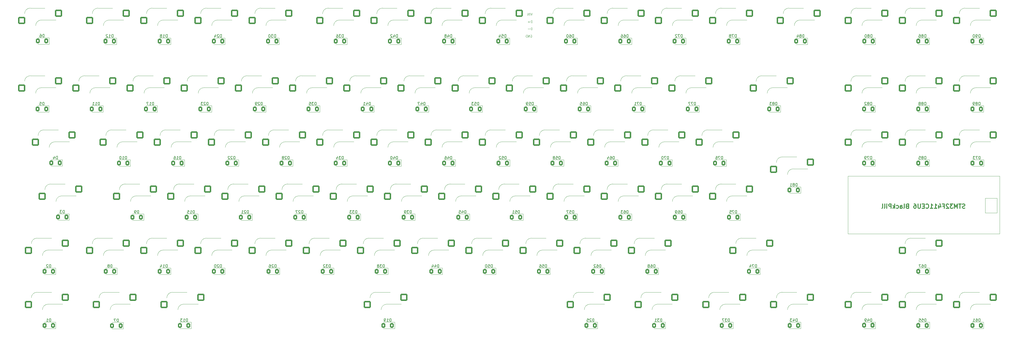
<source format=gbo>
G04 #@! TF.GenerationSoftware,KiCad,Pcbnew,8.0.6*
G04 #@! TF.CreationDate,2024-12-17T01:06:02+01:00*
G04 #@! TF.ProjectId,wxKeyboard,77784b65-7962-46f6-9172-642e6b696361,rev?*
G04 #@! TF.SameCoordinates,Original*
G04 #@! TF.FileFunction,Legend,Bot*
G04 #@! TF.FilePolarity,Positive*
%FSLAX46Y46*%
G04 Gerber Fmt 4.6, Leading zero omitted, Abs format (unit mm)*
G04 Created by KiCad (PCBNEW 8.0.6) date 2024-12-17 01:06:02*
%MOMM*%
%LPD*%
G01*
G04 APERTURE LIST*
G04 Aperture macros list*
%AMRoundRect*
0 Rectangle with rounded corners*
0 $1 Rounding radius*
0 $2 $3 $4 $5 $6 $7 $8 $9 X,Y pos of 4 corners*
0 Add a 4 corners polygon primitive as box body*
4,1,4,$2,$3,$4,$5,$6,$7,$8,$9,$2,$3,0*
0 Add four circle primitives for the rounded corners*
1,1,$1+$1,$2,$3*
1,1,$1+$1,$4,$5*
1,1,$1+$1,$6,$7*
1,1,$1+$1,$8,$9*
0 Add four rect primitives between the rounded corners*
20,1,$1+$1,$2,$3,$4,$5,0*
20,1,$1+$1,$4,$5,$6,$7,0*
20,1,$1+$1,$6,$7,$8,$9,0*
20,1,$1+$1,$8,$9,$2,$3,0*%
G04 Aperture macros list end*
%ADD10C,0.100000*%
%ADD11C,0.300000*%
%ADD12C,0.150000*%
%ADD13C,0.120000*%
%ADD14C,2.200000*%
%ADD15C,3.048000*%
%ADD16C,3.987800*%
%ADD17C,1.750000*%
%ADD18C,3.050000*%
%ADD19C,4.000000*%
%ADD20RoundRect,0.250000X-1.025000X-1.000000X1.025000X-1.000000X1.025000X1.000000X-1.025000X1.000000X0*%
%ADD21C,1.524000*%
%ADD22RoundRect,0.250001X0.462499X0.624999X-0.462499X0.624999X-0.462499X-0.624999X0.462499X-0.624999X0*%
G04 APERTURE END LIST*
D10*
X517400000Y-386300000D02*
X521500000Y-386300000D01*
X521500000Y-391400000D01*
X517400000Y-391400000D01*
X517400000Y-386300000D01*
X357524687Y-328834990D02*
X357600877Y-328796895D01*
X357600877Y-328796895D02*
X357715163Y-328796895D01*
X357715163Y-328796895D02*
X357829449Y-328834990D01*
X357829449Y-328834990D02*
X357905639Y-328911180D01*
X357905639Y-328911180D02*
X357943734Y-328987371D01*
X357943734Y-328987371D02*
X357981830Y-329139752D01*
X357981830Y-329139752D02*
X357981830Y-329254038D01*
X357981830Y-329254038D02*
X357943734Y-329406419D01*
X357943734Y-329406419D02*
X357905639Y-329482609D01*
X357905639Y-329482609D02*
X357829449Y-329558800D01*
X357829449Y-329558800D02*
X357715163Y-329596895D01*
X357715163Y-329596895D02*
X357638972Y-329596895D01*
X357638972Y-329596895D02*
X357524687Y-329558800D01*
X357524687Y-329558800D02*
X357486591Y-329520704D01*
X357486591Y-329520704D02*
X357486591Y-329254038D01*
X357486591Y-329254038D02*
X357638972Y-329254038D01*
X357143734Y-329596895D02*
X357143734Y-328796895D01*
X357143734Y-328796895D02*
X356686591Y-329596895D01*
X356686591Y-329596895D02*
X356686591Y-328796895D01*
X356305639Y-329596895D02*
X356305639Y-328796895D01*
X356305639Y-328796895D02*
X356115163Y-328796895D01*
X356115163Y-328796895D02*
X356000877Y-328834990D01*
X356000877Y-328834990D02*
X355924687Y-328911180D01*
X355924687Y-328911180D02*
X355886592Y-328987371D01*
X355886592Y-328987371D02*
X355848496Y-329139752D01*
X355848496Y-329139752D02*
X355848496Y-329254038D01*
X355848496Y-329254038D02*
X355886592Y-329406419D01*
X355886592Y-329406419D02*
X355924687Y-329482609D01*
X355924687Y-329482609D02*
X356000877Y-329558800D01*
X356000877Y-329558800D02*
X356115163Y-329596895D01*
X356115163Y-329596895D02*
X356305639Y-329596895D01*
X358158020Y-321096895D02*
X357891353Y-321896895D01*
X357891353Y-321896895D02*
X357624687Y-321096895D01*
X357358020Y-321896895D02*
X357358020Y-321096895D01*
X356977068Y-321896895D02*
X356977068Y-321096895D01*
X356977068Y-321096895D02*
X356519925Y-321896895D01*
X356519925Y-321896895D02*
X356519925Y-321096895D01*
D11*
X510216917Y-389729400D02*
X510002632Y-389800828D01*
X510002632Y-389800828D02*
X509645489Y-389800828D01*
X509645489Y-389800828D02*
X509502632Y-389729400D01*
X509502632Y-389729400D02*
X509431203Y-389657971D01*
X509431203Y-389657971D02*
X509359774Y-389515114D01*
X509359774Y-389515114D02*
X509359774Y-389372257D01*
X509359774Y-389372257D02*
X509431203Y-389229400D01*
X509431203Y-389229400D02*
X509502632Y-389157971D01*
X509502632Y-389157971D02*
X509645489Y-389086542D01*
X509645489Y-389086542D02*
X509931203Y-389015114D01*
X509931203Y-389015114D02*
X510074060Y-388943685D01*
X510074060Y-388943685D02*
X510145489Y-388872257D01*
X510145489Y-388872257D02*
X510216917Y-388729400D01*
X510216917Y-388729400D02*
X510216917Y-388586542D01*
X510216917Y-388586542D02*
X510145489Y-388443685D01*
X510145489Y-388443685D02*
X510074060Y-388372257D01*
X510074060Y-388372257D02*
X509931203Y-388300828D01*
X509931203Y-388300828D02*
X509574060Y-388300828D01*
X509574060Y-388300828D02*
X509359774Y-388372257D01*
X508931203Y-388300828D02*
X508074061Y-388300828D01*
X508502632Y-389800828D02*
X508502632Y-388300828D01*
X507574061Y-389800828D02*
X507574061Y-388300828D01*
X507574061Y-388300828D02*
X507074061Y-389372257D01*
X507074061Y-389372257D02*
X506574061Y-388300828D01*
X506574061Y-388300828D02*
X506574061Y-389800828D01*
X506002632Y-388300828D02*
X505074060Y-388300828D01*
X505074060Y-388300828D02*
X505574060Y-388872257D01*
X505574060Y-388872257D02*
X505359775Y-388872257D01*
X505359775Y-388872257D02*
X505216918Y-388943685D01*
X505216918Y-388943685D02*
X505145489Y-389015114D01*
X505145489Y-389015114D02*
X505074060Y-389157971D01*
X505074060Y-389157971D02*
X505074060Y-389515114D01*
X505074060Y-389515114D02*
X505145489Y-389657971D01*
X505145489Y-389657971D02*
X505216918Y-389729400D01*
X505216918Y-389729400D02*
X505359775Y-389800828D01*
X505359775Y-389800828D02*
X505788346Y-389800828D01*
X505788346Y-389800828D02*
X505931203Y-389729400D01*
X505931203Y-389729400D02*
X506002632Y-389657971D01*
X504502632Y-388443685D02*
X504431204Y-388372257D01*
X504431204Y-388372257D02*
X504288347Y-388300828D01*
X504288347Y-388300828D02*
X503931204Y-388300828D01*
X503931204Y-388300828D02*
X503788347Y-388372257D01*
X503788347Y-388372257D02*
X503716918Y-388443685D01*
X503716918Y-388443685D02*
X503645489Y-388586542D01*
X503645489Y-388586542D02*
X503645489Y-388729400D01*
X503645489Y-388729400D02*
X503716918Y-388943685D01*
X503716918Y-388943685D02*
X504574061Y-389800828D01*
X504574061Y-389800828D02*
X503645489Y-389800828D01*
X502502633Y-389015114D02*
X503002633Y-389015114D01*
X503002633Y-389800828D02*
X503002633Y-388300828D01*
X503002633Y-388300828D02*
X502288347Y-388300828D01*
X501074062Y-388800828D02*
X501074062Y-389800828D01*
X501431204Y-388229400D02*
X501788347Y-389300828D01*
X501788347Y-389300828D02*
X500859776Y-389300828D01*
X499502633Y-389800828D02*
X500359776Y-389800828D01*
X499931205Y-389800828D02*
X499931205Y-388300828D01*
X499931205Y-388300828D02*
X500074062Y-388515114D01*
X500074062Y-388515114D02*
X500216919Y-388657971D01*
X500216919Y-388657971D02*
X500359776Y-388729400D01*
X498074062Y-389800828D02*
X498931205Y-389800828D01*
X498502634Y-389800828D02*
X498502634Y-388300828D01*
X498502634Y-388300828D02*
X498645491Y-388515114D01*
X498645491Y-388515114D02*
X498788348Y-388657971D01*
X498788348Y-388657971D02*
X498931205Y-388729400D01*
X496574063Y-389657971D02*
X496645491Y-389729400D01*
X496645491Y-389729400D02*
X496859777Y-389800828D01*
X496859777Y-389800828D02*
X497002634Y-389800828D01*
X497002634Y-389800828D02*
X497216920Y-389729400D01*
X497216920Y-389729400D02*
X497359777Y-389586542D01*
X497359777Y-389586542D02*
X497431206Y-389443685D01*
X497431206Y-389443685D02*
X497502634Y-389157971D01*
X497502634Y-389157971D02*
X497502634Y-388943685D01*
X497502634Y-388943685D02*
X497431206Y-388657971D01*
X497431206Y-388657971D02*
X497359777Y-388515114D01*
X497359777Y-388515114D02*
X497216920Y-388372257D01*
X497216920Y-388372257D02*
X497002634Y-388300828D01*
X497002634Y-388300828D02*
X496859777Y-388300828D01*
X496859777Y-388300828D02*
X496645491Y-388372257D01*
X496645491Y-388372257D02*
X496574063Y-388443685D01*
X495931206Y-389015114D02*
X495431206Y-389015114D01*
X495216920Y-389800828D02*
X495931206Y-389800828D01*
X495931206Y-389800828D02*
X495931206Y-388300828D01*
X495931206Y-388300828D02*
X495216920Y-388300828D01*
X494574063Y-388300828D02*
X494574063Y-389515114D01*
X494574063Y-389515114D02*
X494502634Y-389657971D01*
X494502634Y-389657971D02*
X494431206Y-389729400D01*
X494431206Y-389729400D02*
X494288348Y-389800828D01*
X494288348Y-389800828D02*
X494002634Y-389800828D01*
X494002634Y-389800828D02*
X493859777Y-389729400D01*
X493859777Y-389729400D02*
X493788348Y-389657971D01*
X493788348Y-389657971D02*
X493716920Y-389515114D01*
X493716920Y-389515114D02*
X493716920Y-388300828D01*
X492359777Y-388300828D02*
X492645491Y-388300828D01*
X492645491Y-388300828D02*
X492788348Y-388372257D01*
X492788348Y-388372257D02*
X492859777Y-388443685D01*
X492859777Y-388443685D02*
X493002634Y-388657971D01*
X493002634Y-388657971D02*
X493074062Y-388943685D01*
X493074062Y-388943685D02*
X493074062Y-389515114D01*
X493074062Y-389515114D02*
X493002634Y-389657971D01*
X493002634Y-389657971D02*
X492931205Y-389729400D01*
X492931205Y-389729400D02*
X492788348Y-389800828D01*
X492788348Y-389800828D02*
X492502634Y-389800828D01*
X492502634Y-389800828D02*
X492359777Y-389729400D01*
X492359777Y-389729400D02*
X492288348Y-389657971D01*
X492288348Y-389657971D02*
X492216919Y-389515114D01*
X492216919Y-389515114D02*
X492216919Y-389157971D01*
X492216919Y-389157971D02*
X492288348Y-389015114D01*
X492288348Y-389015114D02*
X492359777Y-388943685D01*
X492359777Y-388943685D02*
X492502634Y-388872257D01*
X492502634Y-388872257D02*
X492788348Y-388872257D01*
X492788348Y-388872257D02*
X492931205Y-388943685D01*
X492931205Y-388943685D02*
X493002634Y-389015114D01*
X493002634Y-389015114D02*
X493074062Y-389157971D01*
X489931206Y-389015114D02*
X489716920Y-389086542D01*
X489716920Y-389086542D02*
X489645491Y-389157971D01*
X489645491Y-389157971D02*
X489574063Y-389300828D01*
X489574063Y-389300828D02*
X489574063Y-389515114D01*
X489574063Y-389515114D02*
X489645491Y-389657971D01*
X489645491Y-389657971D02*
X489716920Y-389729400D01*
X489716920Y-389729400D02*
X489859777Y-389800828D01*
X489859777Y-389800828D02*
X490431206Y-389800828D01*
X490431206Y-389800828D02*
X490431206Y-388300828D01*
X490431206Y-388300828D02*
X489931206Y-388300828D01*
X489931206Y-388300828D02*
X489788349Y-388372257D01*
X489788349Y-388372257D02*
X489716920Y-388443685D01*
X489716920Y-388443685D02*
X489645491Y-388586542D01*
X489645491Y-388586542D02*
X489645491Y-388729400D01*
X489645491Y-388729400D02*
X489716920Y-388872257D01*
X489716920Y-388872257D02*
X489788349Y-388943685D01*
X489788349Y-388943685D02*
X489931206Y-389015114D01*
X489931206Y-389015114D02*
X490431206Y-389015114D01*
X488716920Y-389800828D02*
X488859777Y-389729400D01*
X488859777Y-389729400D02*
X488931206Y-389586542D01*
X488931206Y-389586542D02*
X488931206Y-388300828D01*
X487502635Y-389800828D02*
X487502635Y-389015114D01*
X487502635Y-389015114D02*
X487574063Y-388872257D01*
X487574063Y-388872257D02*
X487716920Y-388800828D01*
X487716920Y-388800828D02*
X488002635Y-388800828D01*
X488002635Y-388800828D02*
X488145492Y-388872257D01*
X487502635Y-389729400D02*
X487645492Y-389800828D01*
X487645492Y-389800828D02*
X488002635Y-389800828D01*
X488002635Y-389800828D02*
X488145492Y-389729400D01*
X488145492Y-389729400D02*
X488216920Y-389586542D01*
X488216920Y-389586542D02*
X488216920Y-389443685D01*
X488216920Y-389443685D02*
X488145492Y-389300828D01*
X488145492Y-389300828D02*
X488002635Y-389229400D01*
X488002635Y-389229400D02*
X487645492Y-389229400D01*
X487645492Y-389229400D02*
X487502635Y-389157971D01*
X486145492Y-389729400D02*
X486288349Y-389800828D01*
X486288349Y-389800828D02*
X486574063Y-389800828D01*
X486574063Y-389800828D02*
X486716920Y-389729400D01*
X486716920Y-389729400D02*
X486788349Y-389657971D01*
X486788349Y-389657971D02*
X486859777Y-389515114D01*
X486859777Y-389515114D02*
X486859777Y-389086542D01*
X486859777Y-389086542D02*
X486788349Y-388943685D01*
X486788349Y-388943685D02*
X486716920Y-388872257D01*
X486716920Y-388872257D02*
X486574063Y-388800828D01*
X486574063Y-388800828D02*
X486288349Y-388800828D01*
X486288349Y-388800828D02*
X486145492Y-388872257D01*
X485502635Y-389800828D02*
X485502635Y-388300828D01*
X485359778Y-389229400D02*
X484931206Y-389800828D01*
X484931206Y-388800828D02*
X485502635Y-389372257D01*
X484288349Y-389800828D02*
X484288349Y-388300828D01*
X484288349Y-388300828D02*
X483716920Y-388300828D01*
X483716920Y-388300828D02*
X483574063Y-388372257D01*
X483574063Y-388372257D02*
X483502634Y-388443685D01*
X483502634Y-388443685D02*
X483431206Y-388586542D01*
X483431206Y-388586542D02*
X483431206Y-388800828D01*
X483431206Y-388800828D02*
X483502634Y-388943685D01*
X483502634Y-388943685D02*
X483574063Y-389015114D01*
X483574063Y-389015114D02*
X483716920Y-389086542D01*
X483716920Y-389086542D02*
X484288349Y-389086542D01*
X482788349Y-389800828D02*
X482788349Y-388800828D01*
X482788349Y-388300828D02*
X482859777Y-388372257D01*
X482859777Y-388372257D02*
X482788349Y-388443685D01*
X482788349Y-388443685D02*
X482716920Y-388372257D01*
X482716920Y-388372257D02*
X482788349Y-388300828D01*
X482788349Y-388300828D02*
X482788349Y-388443685D01*
X481859777Y-389800828D02*
X482002634Y-389729400D01*
X482002634Y-389729400D02*
X482074063Y-389586542D01*
X482074063Y-389586542D02*
X482074063Y-388300828D01*
X481074063Y-389800828D02*
X481216920Y-389729400D01*
X481216920Y-389729400D02*
X481288349Y-389586542D01*
X481288349Y-389586542D02*
X481288349Y-388300828D01*
D10*
X358043734Y-326996895D02*
X358043734Y-326196895D01*
X358043734Y-326196895D02*
X357853258Y-326196895D01*
X357853258Y-326196895D02*
X357738972Y-326234990D01*
X357738972Y-326234990D02*
X357662782Y-326311180D01*
X357662782Y-326311180D02*
X357624687Y-326387371D01*
X357624687Y-326387371D02*
X357586591Y-326539752D01*
X357586591Y-326539752D02*
X357586591Y-326654038D01*
X357586591Y-326654038D02*
X357624687Y-326806419D01*
X357624687Y-326806419D02*
X357662782Y-326882609D01*
X357662782Y-326882609D02*
X357738972Y-326958800D01*
X357738972Y-326958800D02*
X357853258Y-326996895D01*
X357853258Y-326996895D02*
X358043734Y-326996895D01*
X357243734Y-326692133D02*
X356634211Y-326692133D01*
X358043734Y-324496895D02*
X358043734Y-323696895D01*
X358043734Y-323696895D02*
X357853258Y-323696895D01*
X357853258Y-323696895D02*
X357738972Y-323734990D01*
X357738972Y-323734990D02*
X357662782Y-323811180D01*
X357662782Y-323811180D02*
X357624687Y-323887371D01*
X357624687Y-323887371D02*
X357586591Y-324039752D01*
X357586591Y-324039752D02*
X357586591Y-324154038D01*
X357586591Y-324154038D02*
X357624687Y-324306419D01*
X357624687Y-324306419D02*
X357662782Y-324382609D01*
X357662782Y-324382609D02*
X357738972Y-324458800D01*
X357738972Y-324458800D02*
X357853258Y-324496895D01*
X357853258Y-324496895D02*
X358043734Y-324496895D01*
X357243734Y-324192133D02*
X356634211Y-324192133D01*
X356938972Y-324496895D02*
X356938972Y-323887371D01*
D12*
X239346785Y-391541069D02*
X239346785Y-390541069D01*
X239346785Y-390541069D02*
X239108690Y-390541069D01*
X239108690Y-390541069D02*
X238965833Y-390588688D01*
X238965833Y-390588688D02*
X238870595Y-390683926D01*
X238870595Y-390683926D02*
X238822976Y-390779164D01*
X238822976Y-390779164D02*
X238775357Y-390969640D01*
X238775357Y-390969640D02*
X238775357Y-391112497D01*
X238775357Y-391112497D02*
X238822976Y-391302973D01*
X238822976Y-391302973D02*
X238870595Y-391398211D01*
X238870595Y-391398211D02*
X238965833Y-391493450D01*
X238965833Y-391493450D02*
X239108690Y-391541069D01*
X239108690Y-391541069D02*
X239346785Y-391541069D01*
X237822976Y-391541069D02*
X238394404Y-391541069D01*
X238108690Y-391541069D02*
X238108690Y-390541069D01*
X238108690Y-390541069D02*
X238203928Y-390683926D01*
X238203928Y-390683926D02*
X238299166Y-390779164D01*
X238299166Y-390779164D02*
X238394404Y-390826783D01*
X236918214Y-390541069D02*
X237394404Y-390541069D01*
X237394404Y-390541069D02*
X237442023Y-391017259D01*
X237442023Y-391017259D02*
X237394404Y-390969640D01*
X237394404Y-390969640D02*
X237299166Y-390922021D01*
X237299166Y-390922021D02*
X237061071Y-390922021D01*
X237061071Y-390922021D02*
X236965833Y-390969640D01*
X236965833Y-390969640D02*
X236918214Y-391017259D01*
X236918214Y-391017259D02*
X236870595Y-391112497D01*
X236870595Y-391112497D02*
X236870595Y-391350592D01*
X236870595Y-391350592D02*
X236918214Y-391445830D01*
X236918214Y-391445830D02*
X236965833Y-391493450D01*
X236965833Y-391493450D02*
X237061071Y-391541069D01*
X237061071Y-391541069D02*
X237299166Y-391541069D01*
X237299166Y-391541069D02*
X237394404Y-391493450D01*
X237394404Y-391493450D02*
X237442023Y-391445830D01*
X229814285Y-329628569D02*
X229814285Y-328628569D01*
X229814285Y-328628569D02*
X229576190Y-328628569D01*
X229576190Y-328628569D02*
X229433333Y-328676188D01*
X229433333Y-328676188D02*
X229338095Y-328771426D01*
X229338095Y-328771426D02*
X229290476Y-328866664D01*
X229290476Y-328866664D02*
X229242857Y-329057140D01*
X229242857Y-329057140D02*
X229242857Y-329199997D01*
X229242857Y-329199997D02*
X229290476Y-329390473D01*
X229290476Y-329390473D02*
X229338095Y-329485711D01*
X229338095Y-329485711D02*
X229433333Y-329580950D01*
X229433333Y-329580950D02*
X229576190Y-329628569D01*
X229576190Y-329628569D02*
X229814285Y-329628569D01*
X228290476Y-329628569D02*
X228861904Y-329628569D01*
X228576190Y-329628569D02*
X228576190Y-328628569D01*
X228576190Y-328628569D02*
X228671428Y-328771426D01*
X228671428Y-328771426D02*
X228766666Y-328866664D01*
X228766666Y-328866664D02*
X228861904Y-328914283D01*
X227719047Y-329057140D02*
X227814285Y-329009521D01*
X227814285Y-329009521D02*
X227861904Y-328961902D01*
X227861904Y-328961902D02*
X227909523Y-328866664D01*
X227909523Y-328866664D02*
X227909523Y-328819045D01*
X227909523Y-328819045D02*
X227861904Y-328723807D01*
X227861904Y-328723807D02*
X227814285Y-328676188D01*
X227814285Y-328676188D02*
X227719047Y-328628569D01*
X227719047Y-328628569D02*
X227528571Y-328628569D01*
X227528571Y-328628569D02*
X227433333Y-328676188D01*
X227433333Y-328676188D02*
X227385714Y-328723807D01*
X227385714Y-328723807D02*
X227338095Y-328819045D01*
X227338095Y-328819045D02*
X227338095Y-328866664D01*
X227338095Y-328866664D02*
X227385714Y-328961902D01*
X227385714Y-328961902D02*
X227433333Y-329009521D01*
X227433333Y-329009521D02*
X227528571Y-329057140D01*
X227528571Y-329057140D02*
X227719047Y-329057140D01*
X227719047Y-329057140D02*
X227814285Y-329104759D01*
X227814285Y-329104759D02*
X227861904Y-329152378D01*
X227861904Y-329152378D02*
X227909523Y-329247616D01*
X227909523Y-329247616D02*
X227909523Y-329438092D01*
X227909523Y-329438092D02*
X227861904Y-329533330D01*
X227861904Y-329533330D02*
X227814285Y-329580950D01*
X227814285Y-329580950D02*
X227719047Y-329628569D01*
X227719047Y-329628569D02*
X227528571Y-329628569D01*
X227528571Y-329628569D02*
X227433333Y-329580950D01*
X227433333Y-329580950D02*
X227385714Y-329533330D01*
X227385714Y-329533330D02*
X227338095Y-329438092D01*
X227338095Y-329438092D02*
X227338095Y-329247616D01*
X227338095Y-329247616D02*
X227385714Y-329152378D01*
X227385714Y-329152378D02*
X227433333Y-329104759D01*
X227433333Y-329104759D02*
X227528571Y-329057140D01*
X248864285Y-410591069D02*
X248864285Y-409591069D01*
X248864285Y-409591069D02*
X248626190Y-409591069D01*
X248626190Y-409591069D02*
X248483333Y-409638688D01*
X248483333Y-409638688D02*
X248388095Y-409733926D01*
X248388095Y-409733926D02*
X248340476Y-409829164D01*
X248340476Y-409829164D02*
X248292857Y-410019640D01*
X248292857Y-410019640D02*
X248292857Y-410162497D01*
X248292857Y-410162497D02*
X248340476Y-410352973D01*
X248340476Y-410352973D02*
X248388095Y-410448211D01*
X248388095Y-410448211D02*
X248483333Y-410543450D01*
X248483333Y-410543450D02*
X248626190Y-410591069D01*
X248626190Y-410591069D02*
X248864285Y-410591069D01*
X247911904Y-409686307D02*
X247864285Y-409638688D01*
X247864285Y-409638688D02*
X247769047Y-409591069D01*
X247769047Y-409591069D02*
X247530952Y-409591069D01*
X247530952Y-409591069D02*
X247435714Y-409638688D01*
X247435714Y-409638688D02*
X247388095Y-409686307D01*
X247388095Y-409686307D02*
X247340476Y-409781545D01*
X247340476Y-409781545D02*
X247340476Y-409876783D01*
X247340476Y-409876783D02*
X247388095Y-410019640D01*
X247388095Y-410019640D02*
X247959523Y-410591069D01*
X247959523Y-410591069D02*
X247340476Y-410591069D01*
X246721428Y-409591069D02*
X246626190Y-409591069D01*
X246626190Y-409591069D02*
X246530952Y-409638688D01*
X246530952Y-409638688D02*
X246483333Y-409686307D01*
X246483333Y-409686307D02*
X246435714Y-409781545D01*
X246435714Y-409781545D02*
X246388095Y-409972021D01*
X246388095Y-409972021D02*
X246388095Y-410210116D01*
X246388095Y-410210116D02*
X246435714Y-410400592D01*
X246435714Y-410400592D02*
X246483333Y-410495830D01*
X246483333Y-410495830D02*
X246530952Y-410543450D01*
X246530952Y-410543450D02*
X246626190Y-410591069D01*
X246626190Y-410591069D02*
X246721428Y-410591069D01*
X246721428Y-410591069D02*
X246816666Y-410543450D01*
X246816666Y-410543450D02*
X246864285Y-410495830D01*
X246864285Y-410495830D02*
X246911904Y-410400592D01*
X246911904Y-410400592D02*
X246959523Y-410210116D01*
X246959523Y-410210116D02*
X246959523Y-409972021D01*
X246959523Y-409972021D02*
X246911904Y-409781545D01*
X246911904Y-409781545D02*
X246864285Y-409686307D01*
X246864285Y-409686307D02*
X246816666Y-409638688D01*
X246816666Y-409638688D02*
X246721428Y-409591069D01*
X386976785Y-372491069D02*
X386976785Y-371491069D01*
X386976785Y-371491069D02*
X386738690Y-371491069D01*
X386738690Y-371491069D02*
X386595833Y-371538688D01*
X386595833Y-371538688D02*
X386500595Y-371633926D01*
X386500595Y-371633926D02*
X386452976Y-371729164D01*
X386452976Y-371729164D02*
X386405357Y-371919640D01*
X386405357Y-371919640D02*
X386405357Y-372062497D01*
X386405357Y-372062497D02*
X386452976Y-372252973D01*
X386452976Y-372252973D02*
X386500595Y-372348211D01*
X386500595Y-372348211D02*
X386595833Y-372443450D01*
X386595833Y-372443450D02*
X386738690Y-372491069D01*
X386738690Y-372491069D02*
X386976785Y-372491069D01*
X385548214Y-371491069D02*
X385738690Y-371491069D01*
X385738690Y-371491069D02*
X385833928Y-371538688D01*
X385833928Y-371538688D02*
X385881547Y-371586307D01*
X385881547Y-371586307D02*
X385976785Y-371729164D01*
X385976785Y-371729164D02*
X386024404Y-371919640D01*
X386024404Y-371919640D02*
X386024404Y-372300592D01*
X386024404Y-372300592D02*
X385976785Y-372395830D01*
X385976785Y-372395830D02*
X385929166Y-372443450D01*
X385929166Y-372443450D02*
X385833928Y-372491069D01*
X385833928Y-372491069D02*
X385643452Y-372491069D01*
X385643452Y-372491069D02*
X385548214Y-372443450D01*
X385548214Y-372443450D02*
X385500595Y-372395830D01*
X385500595Y-372395830D02*
X385452976Y-372300592D01*
X385452976Y-372300592D02*
X385452976Y-372062497D01*
X385452976Y-372062497D02*
X385500595Y-371967259D01*
X385500595Y-371967259D02*
X385548214Y-371919640D01*
X385548214Y-371919640D02*
X385643452Y-371872021D01*
X385643452Y-371872021D02*
X385833928Y-371872021D01*
X385833928Y-371872021D02*
X385929166Y-371919640D01*
X385929166Y-371919640D02*
X385976785Y-371967259D01*
X385976785Y-371967259D02*
X386024404Y-372062497D01*
X384595833Y-371824402D02*
X384595833Y-372491069D01*
X384833928Y-371443450D02*
X385072023Y-372157735D01*
X385072023Y-372157735D02*
X384452976Y-372157735D01*
X429884285Y-329628569D02*
X429884285Y-328628569D01*
X429884285Y-328628569D02*
X429646190Y-328628569D01*
X429646190Y-328628569D02*
X429503333Y-328676188D01*
X429503333Y-328676188D02*
X429408095Y-328771426D01*
X429408095Y-328771426D02*
X429360476Y-328866664D01*
X429360476Y-328866664D02*
X429312857Y-329057140D01*
X429312857Y-329057140D02*
X429312857Y-329199997D01*
X429312857Y-329199997D02*
X429360476Y-329390473D01*
X429360476Y-329390473D02*
X429408095Y-329485711D01*
X429408095Y-329485711D02*
X429503333Y-329580950D01*
X429503333Y-329580950D02*
X429646190Y-329628569D01*
X429646190Y-329628569D02*
X429884285Y-329628569D01*
X428979523Y-328628569D02*
X428312857Y-328628569D01*
X428312857Y-328628569D02*
X428741428Y-329628569D01*
X427789047Y-329057140D02*
X427884285Y-329009521D01*
X427884285Y-329009521D02*
X427931904Y-328961902D01*
X427931904Y-328961902D02*
X427979523Y-328866664D01*
X427979523Y-328866664D02*
X427979523Y-328819045D01*
X427979523Y-328819045D02*
X427931904Y-328723807D01*
X427931904Y-328723807D02*
X427884285Y-328676188D01*
X427884285Y-328676188D02*
X427789047Y-328628569D01*
X427789047Y-328628569D02*
X427598571Y-328628569D01*
X427598571Y-328628569D02*
X427503333Y-328676188D01*
X427503333Y-328676188D02*
X427455714Y-328723807D01*
X427455714Y-328723807D02*
X427408095Y-328819045D01*
X427408095Y-328819045D02*
X427408095Y-328866664D01*
X427408095Y-328866664D02*
X427455714Y-328961902D01*
X427455714Y-328961902D02*
X427503333Y-329009521D01*
X427503333Y-329009521D02*
X427598571Y-329057140D01*
X427598571Y-329057140D02*
X427789047Y-329057140D01*
X427789047Y-329057140D02*
X427884285Y-329104759D01*
X427884285Y-329104759D02*
X427931904Y-329152378D01*
X427931904Y-329152378D02*
X427979523Y-329247616D01*
X427979523Y-329247616D02*
X427979523Y-329438092D01*
X427979523Y-329438092D02*
X427931904Y-329533330D01*
X427931904Y-329533330D02*
X427884285Y-329580950D01*
X427884285Y-329580950D02*
X427789047Y-329628569D01*
X427789047Y-329628569D02*
X427598571Y-329628569D01*
X427598571Y-329628569D02*
X427503333Y-329580950D01*
X427503333Y-329580950D02*
X427455714Y-329533330D01*
X427455714Y-329533330D02*
X427408095Y-329438092D01*
X427408095Y-329438092D02*
X427408095Y-329247616D01*
X427408095Y-329247616D02*
X427455714Y-329152378D01*
X427455714Y-329152378D02*
X427503333Y-329104759D01*
X427503333Y-329104759D02*
X427598571Y-329057140D01*
X320426785Y-353441069D02*
X320426785Y-352441069D01*
X320426785Y-352441069D02*
X320188690Y-352441069D01*
X320188690Y-352441069D02*
X320045833Y-352488688D01*
X320045833Y-352488688D02*
X319950595Y-352583926D01*
X319950595Y-352583926D02*
X319902976Y-352679164D01*
X319902976Y-352679164D02*
X319855357Y-352869640D01*
X319855357Y-352869640D02*
X319855357Y-353012497D01*
X319855357Y-353012497D02*
X319902976Y-353202973D01*
X319902976Y-353202973D02*
X319950595Y-353298211D01*
X319950595Y-353298211D02*
X320045833Y-353393450D01*
X320045833Y-353393450D02*
X320188690Y-353441069D01*
X320188690Y-353441069D02*
X320426785Y-353441069D01*
X318998214Y-352774402D02*
X318998214Y-353441069D01*
X319236309Y-352393450D02*
X319474404Y-353107735D01*
X319474404Y-353107735D02*
X318855357Y-353107735D01*
X318569642Y-352441069D02*
X317902976Y-352441069D01*
X317902976Y-352441069D02*
X318331547Y-353441069D01*
X515564285Y-429641069D02*
X515564285Y-428641069D01*
X515564285Y-428641069D02*
X515326190Y-428641069D01*
X515326190Y-428641069D02*
X515183333Y-428688688D01*
X515183333Y-428688688D02*
X515088095Y-428783926D01*
X515088095Y-428783926D02*
X515040476Y-428879164D01*
X515040476Y-428879164D02*
X514992857Y-429069640D01*
X514992857Y-429069640D02*
X514992857Y-429212497D01*
X514992857Y-429212497D02*
X515040476Y-429402973D01*
X515040476Y-429402973D02*
X515088095Y-429498211D01*
X515088095Y-429498211D02*
X515183333Y-429593450D01*
X515183333Y-429593450D02*
X515326190Y-429641069D01*
X515326190Y-429641069D02*
X515564285Y-429641069D01*
X514135714Y-428641069D02*
X514326190Y-428641069D01*
X514326190Y-428641069D02*
X514421428Y-428688688D01*
X514421428Y-428688688D02*
X514469047Y-428736307D01*
X514469047Y-428736307D02*
X514564285Y-428879164D01*
X514564285Y-428879164D02*
X514611904Y-429069640D01*
X514611904Y-429069640D02*
X514611904Y-429450592D01*
X514611904Y-429450592D02*
X514564285Y-429545830D01*
X514564285Y-429545830D02*
X514516666Y-429593450D01*
X514516666Y-429593450D02*
X514421428Y-429641069D01*
X514421428Y-429641069D02*
X514230952Y-429641069D01*
X514230952Y-429641069D02*
X514135714Y-429593450D01*
X514135714Y-429593450D02*
X514088095Y-429545830D01*
X514088095Y-429545830D02*
X514040476Y-429450592D01*
X514040476Y-429450592D02*
X514040476Y-429212497D01*
X514040476Y-429212497D02*
X514088095Y-429117259D01*
X514088095Y-429117259D02*
X514135714Y-429069640D01*
X514135714Y-429069640D02*
X514230952Y-429022021D01*
X514230952Y-429022021D02*
X514421428Y-429022021D01*
X514421428Y-429022021D02*
X514516666Y-429069640D01*
X514516666Y-429069640D02*
X514564285Y-429117259D01*
X514564285Y-429117259D02*
X514611904Y-429212497D01*
X513088095Y-429641069D02*
X513659523Y-429641069D01*
X513373809Y-429641069D02*
X513373809Y-428641069D01*
X513373809Y-428641069D02*
X513469047Y-428783926D01*
X513469047Y-428783926D02*
X513564285Y-428879164D01*
X513564285Y-428879164D02*
X513659523Y-428926783D01*
X401264285Y-410591069D02*
X401264285Y-409591069D01*
X401264285Y-409591069D02*
X401026190Y-409591069D01*
X401026190Y-409591069D02*
X400883333Y-409638688D01*
X400883333Y-409638688D02*
X400788095Y-409733926D01*
X400788095Y-409733926D02*
X400740476Y-409829164D01*
X400740476Y-409829164D02*
X400692857Y-410019640D01*
X400692857Y-410019640D02*
X400692857Y-410162497D01*
X400692857Y-410162497D02*
X400740476Y-410352973D01*
X400740476Y-410352973D02*
X400788095Y-410448211D01*
X400788095Y-410448211D02*
X400883333Y-410543450D01*
X400883333Y-410543450D02*
X401026190Y-410591069D01*
X401026190Y-410591069D02*
X401264285Y-410591069D01*
X399835714Y-409591069D02*
X400026190Y-409591069D01*
X400026190Y-409591069D02*
X400121428Y-409638688D01*
X400121428Y-409638688D02*
X400169047Y-409686307D01*
X400169047Y-409686307D02*
X400264285Y-409829164D01*
X400264285Y-409829164D02*
X400311904Y-410019640D01*
X400311904Y-410019640D02*
X400311904Y-410400592D01*
X400311904Y-410400592D02*
X400264285Y-410495830D01*
X400264285Y-410495830D02*
X400216666Y-410543450D01*
X400216666Y-410543450D02*
X400121428Y-410591069D01*
X400121428Y-410591069D02*
X399930952Y-410591069D01*
X399930952Y-410591069D02*
X399835714Y-410543450D01*
X399835714Y-410543450D02*
X399788095Y-410495830D01*
X399788095Y-410495830D02*
X399740476Y-410400592D01*
X399740476Y-410400592D02*
X399740476Y-410162497D01*
X399740476Y-410162497D02*
X399788095Y-410067259D01*
X399788095Y-410067259D02*
X399835714Y-410019640D01*
X399835714Y-410019640D02*
X399930952Y-409972021D01*
X399930952Y-409972021D02*
X400121428Y-409972021D01*
X400121428Y-409972021D02*
X400216666Y-410019640D01*
X400216666Y-410019640D02*
X400264285Y-410067259D01*
X400264285Y-410067259D02*
X400311904Y-410162497D01*
X399169047Y-410019640D02*
X399264285Y-409972021D01*
X399264285Y-409972021D02*
X399311904Y-409924402D01*
X399311904Y-409924402D02*
X399359523Y-409829164D01*
X399359523Y-409829164D02*
X399359523Y-409781545D01*
X399359523Y-409781545D02*
X399311904Y-409686307D01*
X399311904Y-409686307D02*
X399264285Y-409638688D01*
X399264285Y-409638688D02*
X399169047Y-409591069D01*
X399169047Y-409591069D02*
X398978571Y-409591069D01*
X398978571Y-409591069D02*
X398883333Y-409638688D01*
X398883333Y-409638688D02*
X398835714Y-409686307D01*
X398835714Y-409686307D02*
X398788095Y-409781545D01*
X398788095Y-409781545D02*
X398788095Y-409829164D01*
X398788095Y-409829164D02*
X398835714Y-409924402D01*
X398835714Y-409924402D02*
X398883333Y-409972021D01*
X398883333Y-409972021D02*
X398978571Y-410019640D01*
X398978571Y-410019640D02*
X399169047Y-410019640D01*
X399169047Y-410019640D02*
X399264285Y-410067259D01*
X399264285Y-410067259D02*
X399311904Y-410114878D01*
X399311904Y-410114878D02*
X399359523Y-410210116D01*
X399359523Y-410210116D02*
X399359523Y-410400592D01*
X399359523Y-410400592D02*
X399311904Y-410495830D01*
X399311904Y-410495830D02*
X399264285Y-410543450D01*
X399264285Y-410543450D02*
X399169047Y-410591069D01*
X399169047Y-410591069D02*
X398978571Y-410591069D01*
X398978571Y-410591069D02*
X398883333Y-410543450D01*
X398883333Y-410543450D02*
X398835714Y-410495830D01*
X398835714Y-410495830D02*
X398788095Y-410400592D01*
X398788095Y-410400592D02*
X398788095Y-410210116D01*
X398788095Y-410210116D02*
X398835714Y-410114878D01*
X398835714Y-410114878D02*
X398883333Y-410067259D01*
X398883333Y-410067259D02*
X398978571Y-410019640D01*
X186475594Y-353441069D02*
X186475594Y-352441069D01*
X186475594Y-352441069D02*
X186237499Y-352441069D01*
X186237499Y-352441069D02*
X186094642Y-352488688D01*
X186094642Y-352488688D02*
X185999404Y-352583926D01*
X185999404Y-352583926D02*
X185951785Y-352679164D01*
X185951785Y-352679164D02*
X185904166Y-352869640D01*
X185904166Y-352869640D02*
X185904166Y-353012497D01*
X185904166Y-353012497D02*
X185951785Y-353202973D01*
X185951785Y-353202973D02*
X185999404Y-353298211D01*
X185999404Y-353298211D02*
X186094642Y-353393450D01*
X186094642Y-353393450D02*
X186237499Y-353441069D01*
X186237499Y-353441069D02*
X186475594Y-353441069D01*
X184999404Y-352441069D02*
X185475594Y-352441069D01*
X185475594Y-352441069D02*
X185523213Y-352917259D01*
X185523213Y-352917259D02*
X185475594Y-352869640D01*
X185475594Y-352869640D02*
X185380356Y-352822021D01*
X185380356Y-352822021D02*
X185142261Y-352822021D01*
X185142261Y-352822021D02*
X185047023Y-352869640D01*
X185047023Y-352869640D02*
X184999404Y-352917259D01*
X184999404Y-352917259D02*
X184951785Y-353012497D01*
X184951785Y-353012497D02*
X184951785Y-353250592D01*
X184951785Y-353250592D02*
X184999404Y-353345830D01*
X184999404Y-353345830D02*
X185047023Y-353393450D01*
X185047023Y-353393450D02*
X185142261Y-353441069D01*
X185142261Y-353441069D02*
X185380356Y-353441069D01*
X185380356Y-353441069D02*
X185475594Y-353393450D01*
X185475594Y-353393450D02*
X185523213Y-353345830D01*
X379833035Y-429641069D02*
X379833035Y-428641069D01*
X379833035Y-428641069D02*
X379594940Y-428641069D01*
X379594940Y-428641069D02*
X379452083Y-428688688D01*
X379452083Y-428688688D02*
X379356845Y-428783926D01*
X379356845Y-428783926D02*
X379309226Y-428879164D01*
X379309226Y-428879164D02*
X379261607Y-429069640D01*
X379261607Y-429069640D02*
X379261607Y-429212497D01*
X379261607Y-429212497D02*
X379309226Y-429402973D01*
X379309226Y-429402973D02*
X379356845Y-429498211D01*
X379356845Y-429498211D02*
X379452083Y-429593450D01*
X379452083Y-429593450D02*
X379594940Y-429641069D01*
X379594940Y-429641069D02*
X379833035Y-429641069D01*
X378880654Y-428736307D02*
X378833035Y-428688688D01*
X378833035Y-428688688D02*
X378737797Y-428641069D01*
X378737797Y-428641069D02*
X378499702Y-428641069D01*
X378499702Y-428641069D02*
X378404464Y-428688688D01*
X378404464Y-428688688D02*
X378356845Y-428736307D01*
X378356845Y-428736307D02*
X378309226Y-428831545D01*
X378309226Y-428831545D02*
X378309226Y-428926783D01*
X378309226Y-428926783D02*
X378356845Y-429069640D01*
X378356845Y-429069640D02*
X378928273Y-429641069D01*
X378928273Y-429641069D02*
X378309226Y-429641069D01*
X377404464Y-428641069D02*
X377880654Y-428641069D01*
X377880654Y-428641069D02*
X377928273Y-429117259D01*
X377928273Y-429117259D02*
X377880654Y-429069640D01*
X377880654Y-429069640D02*
X377785416Y-429022021D01*
X377785416Y-429022021D02*
X377547321Y-429022021D01*
X377547321Y-429022021D02*
X377452083Y-429069640D01*
X377452083Y-429069640D02*
X377404464Y-429117259D01*
X377404464Y-429117259D02*
X377356845Y-429212497D01*
X377356845Y-429212497D02*
X377356845Y-429450592D01*
X377356845Y-429450592D02*
X377404464Y-429545830D01*
X377404464Y-429545830D02*
X377452083Y-429593450D01*
X377452083Y-429593450D02*
X377547321Y-429641069D01*
X377547321Y-429641069D02*
X377785416Y-429641069D01*
X377785416Y-429641069D02*
X377880654Y-429593450D01*
X377880654Y-429593450D02*
X377928273Y-429545830D01*
X367934285Y-372491069D02*
X367934285Y-371491069D01*
X367934285Y-371491069D02*
X367696190Y-371491069D01*
X367696190Y-371491069D02*
X367553333Y-371538688D01*
X367553333Y-371538688D02*
X367458095Y-371633926D01*
X367458095Y-371633926D02*
X367410476Y-371729164D01*
X367410476Y-371729164D02*
X367362857Y-371919640D01*
X367362857Y-371919640D02*
X367362857Y-372062497D01*
X367362857Y-372062497D02*
X367410476Y-372252973D01*
X367410476Y-372252973D02*
X367458095Y-372348211D01*
X367458095Y-372348211D02*
X367553333Y-372443450D01*
X367553333Y-372443450D02*
X367696190Y-372491069D01*
X367696190Y-372491069D02*
X367934285Y-372491069D01*
X366458095Y-371491069D02*
X366934285Y-371491069D01*
X366934285Y-371491069D02*
X366981904Y-371967259D01*
X366981904Y-371967259D02*
X366934285Y-371919640D01*
X366934285Y-371919640D02*
X366839047Y-371872021D01*
X366839047Y-371872021D02*
X366600952Y-371872021D01*
X366600952Y-371872021D02*
X366505714Y-371919640D01*
X366505714Y-371919640D02*
X366458095Y-371967259D01*
X366458095Y-371967259D02*
X366410476Y-372062497D01*
X366410476Y-372062497D02*
X366410476Y-372300592D01*
X366410476Y-372300592D02*
X366458095Y-372395830D01*
X366458095Y-372395830D02*
X366505714Y-372443450D01*
X366505714Y-372443450D02*
X366600952Y-372491069D01*
X366600952Y-372491069D02*
X366839047Y-372491069D01*
X366839047Y-372491069D02*
X366934285Y-372443450D01*
X366934285Y-372443450D02*
X366981904Y-372395830D01*
X365839047Y-371919640D02*
X365934285Y-371872021D01*
X365934285Y-371872021D02*
X365981904Y-371824402D01*
X365981904Y-371824402D02*
X366029523Y-371729164D01*
X366029523Y-371729164D02*
X366029523Y-371681545D01*
X366029523Y-371681545D02*
X365981904Y-371586307D01*
X365981904Y-371586307D02*
X365934285Y-371538688D01*
X365934285Y-371538688D02*
X365839047Y-371491069D01*
X365839047Y-371491069D02*
X365648571Y-371491069D01*
X365648571Y-371491069D02*
X365553333Y-371538688D01*
X365553333Y-371538688D02*
X365505714Y-371586307D01*
X365505714Y-371586307D02*
X365458095Y-371681545D01*
X365458095Y-371681545D02*
X365458095Y-371729164D01*
X365458095Y-371729164D02*
X365505714Y-371824402D01*
X365505714Y-371824402D02*
X365553333Y-371872021D01*
X365553333Y-371872021D02*
X365648571Y-371919640D01*
X365648571Y-371919640D02*
X365839047Y-371919640D01*
X365839047Y-371919640D02*
X365934285Y-371967259D01*
X365934285Y-371967259D02*
X365981904Y-372014878D01*
X365981904Y-372014878D02*
X366029523Y-372110116D01*
X366029523Y-372110116D02*
X366029523Y-372300592D01*
X366029523Y-372300592D02*
X365981904Y-372395830D01*
X365981904Y-372395830D02*
X365934285Y-372443450D01*
X365934285Y-372443450D02*
X365839047Y-372491069D01*
X365839047Y-372491069D02*
X365648571Y-372491069D01*
X365648571Y-372491069D02*
X365553333Y-372443450D01*
X365553333Y-372443450D02*
X365505714Y-372395830D01*
X365505714Y-372395830D02*
X365458095Y-372300592D01*
X365458095Y-372300592D02*
X365458095Y-372110116D01*
X365458095Y-372110116D02*
X365505714Y-372014878D01*
X365505714Y-372014878D02*
X365553333Y-371967259D01*
X365553333Y-371967259D02*
X365648571Y-371919640D01*
X212640594Y-429724819D02*
X212640594Y-428724819D01*
X212640594Y-428724819D02*
X212402499Y-428724819D01*
X212402499Y-428724819D02*
X212259642Y-428772438D01*
X212259642Y-428772438D02*
X212164404Y-428867676D01*
X212164404Y-428867676D02*
X212116785Y-428962914D01*
X212116785Y-428962914D02*
X212069166Y-429153390D01*
X212069166Y-429153390D02*
X212069166Y-429296247D01*
X212069166Y-429296247D02*
X212116785Y-429486723D01*
X212116785Y-429486723D02*
X212164404Y-429581961D01*
X212164404Y-429581961D02*
X212259642Y-429677200D01*
X212259642Y-429677200D02*
X212402499Y-429724819D01*
X212402499Y-429724819D02*
X212640594Y-429724819D01*
X211735832Y-428724819D02*
X211069166Y-428724819D01*
X211069166Y-428724819D02*
X211497737Y-429724819D01*
X415551785Y-353441069D02*
X415551785Y-352441069D01*
X415551785Y-352441069D02*
X415313690Y-352441069D01*
X415313690Y-352441069D02*
X415170833Y-352488688D01*
X415170833Y-352488688D02*
X415075595Y-352583926D01*
X415075595Y-352583926D02*
X415027976Y-352679164D01*
X415027976Y-352679164D02*
X414980357Y-352869640D01*
X414980357Y-352869640D02*
X414980357Y-353012497D01*
X414980357Y-353012497D02*
X415027976Y-353202973D01*
X415027976Y-353202973D02*
X415075595Y-353298211D01*
X415075595Y-353298211D02*
X415170833Y-353393450D01*
X415170833Y-353393450D02*
X415313690Y-353441069D01*
X415313690Y-353441069D02*
X415551785Y-353441069D01*
X414647023Y-352441069D02*
X413980357Y-352441069D01*
X413980357Y-352441069D02*
X414408928Y-353441069D01*
X413694642Y-352441069D02*
X413027976Y-352441069D01*
X413027976Y-352441069D02*
X413456547Y-353441069D01*
X496574285Y-410591069D02*
X496574285Y-409591069D01*
X496574285Y-409591069D02*
X496336190Y-409591069D01*
X496336190Y-409591069D02*
X496193333Y-409638688D01*
X496193333Y-409638688D02*
X496098095Y-409733926D01*
X496098095Y-409733926D02*
X496050476Y-409829164D01*
X496050476Y-409829164D02*
X496002857Y-410019640D01*
X496002857Y-410019640D02*
X496002857Y-410162497D01*
X496002857Y-410162497D02*
X496050476Y-410352973D01*
X496050476Y-410352973D02*
X496098095Y-410448211D01*
X496098095Y-410448211D02*
X496193333Y-410543450D01*
X496193333Y-410543450D02*
X496336190Y-410591069D01*
X496336190Y-410591069D02*
X496574285Y-410591069D01*
X495145714Y-409591069D02*
X495336190Y-409591069D01*
X495336190Y-409591069D02*
X495431428Y-409638688D01*
X495431428Y-409638688D02*
X495479047Y-409686307D01*
X495479047Y-409686307D02*
X495574285Y-409829164D01*
X495574285Y-409829164D02*
X495621904Y-410019640D01*
X495621904Y-410019640D02*
X495621904Y-410400592D01*
X495621904Y-410400592D02*
X495574285Y-410495830D01*
X495574285Y-410495830D02*
X495526666Y-410543450D01*
X495526666Y-410543450D02*
X495431428Y-410591069D01*
X495431428Y-410591069D02*
X495240952Y-410591069D01*
X495240952Y-410591069D02*
X495145714Y-410543450D01*
X495145714Y-410543450D02*
X495098095Y-410495830D01*
X495098095Y-410495830D02*
X495050476Y-410400592D01*
X495050476Y-410400592D02*
X495050476Y-410162497D01*
X495050476Y-410162497D02*
X495098095Y-410067259D01*
X495098095Y-410067259D02*
X495145714Y-410019640D01*
X495145714Y-410019640D02*
X495240952Y-409972021D01*
X495240952Y-409972021D02*
X495431428Y-409972021D01*
X495431428Y-409972021D02*
X495526666Y-410019640D01*
X495526666Y-410019640D02*
X495574285Y-410067259D01*
X495574285Y-410067259D02*
X495621904Y-410162497D01*
X494717142Y-409591069D02*
X494050476Y-409591069D01*
X494050476Y-409591069D02*
X494479047Y-410591069D01*
X236958035Y-429641069D02*
X236958035Y-428641069D01*
X236958035Y-428641069D02*
X236719940Y-428641069D01*
X236719940Y-428641069D02*
X236577083Y-428688688D01*
X236577083Y-428688688D02*
X236481845Y-428783926D01*
X236481845Y-428783926D02*
X236434226Y-428879164D01*
X236434226Y-428879164D02*
X236386607Y-429069640D01*
X236386607Y-429069640D02*
X236386607Y-429212497D01*
X236386607Y-429212497D02*
X236434226Y-429402973D01*
X236434226Y-429402973D02*
X236481845Y-429498211D01*
X236481845Y-429498211D02*
X236577083Y-429593450D01*
X236577083Y-429593450D02*
X236719940Y-429641069D01*
X236719940Y-429641069D02*
X236958035Y-429641069D01*
X235434226Y-429641069D02*
X236005654Y-429641069D01*
X235719940Y-429641069D02*
X235719940Y-428641069D01*
X235719940Y-428641069D02*
X235815178Y-428783926D01*
X235815178Y-428783926D02*
X235910416Y-428879164D01*
X235910416Y-428879164D02*
X236005654Y-428926783D01*
X235100892Y-428641069D02*
X234481845Y-428641069D01*
X234481845Y-428641069D02*
X234815178Y-429022021D01*
X234815178Y-429022021D02*
X234672321Y-429022021D01*
X234672321Y-429022021D02*
X234577083Y-429069640D01*
X234577083Y-429069640D02*
X234529464Y-429117259D01*
X234529464Y-429117259D02*
X234481845Y-429212497D01*
X234481845Y-429212497D02*
X234481845Y-429450592D01*
X234481845Y-429450592D02*
X234529464Y-429545830D01*
X234529464Y-429545830D02*
X234577083Y-429593450D01*
X234577083Y-429593450D02*
X234672321Y-429641069D01*
X234672321Y-429641069D02*
X234958035Y-429641069D01*
X234958035Y-429641069D02*
X235053273Y-429593450D01*
X235053273Y-429593450D02*
X235100892Y-429545830D01*
X325306785Y-410591069D02*
X325306785Y-409591069D01*
X325306785Y-409591069D02*
X325068690Y-409591069D01*
X325068690Y-409591069D02*
X324925833Y-409638688D01*
X324925833Y-409638688D02*
X324830595Y-409733926D01*
X324830595Y-409733926D02*
X324782976Y-409829164D01*
X324782976Y-409829164D02*
X324735357Y-410019640D01*
X324735357Y-410019640D02*
X324735357Y-410162497D01*
X324735357Y-410162497D02*
X324782976Y-410352973D01*
X324782976Y-410352973D02*
X324830595Y-410448211D01*
X324830595Y-410448211D02*
X324925833Y-410543450D01*
X324925833Y-410543450D02*
X325068690Y-410591069D01*
X325068690Y-410591069D02*
X325306785Y-410591069D01*
X323878214Y-409924402D02*
X323878214Y-410591069D01*
X324116309Y-409543450D02*
X324354404Y-410257735D01*
X324354404Y-410257735D02*
X323735357Y-410257735D01*
X322925833Y-409924402D02*
X322925833Y-410591069D01*
X323163928Y-409543450D02*
X323402023Y-410257735D01*
X323402023Y-410257735D02*
X322782976Y-410257735D01*
X229814285Y-410591069D02*
X229814285Y-409591069D01*
X229814285Y-409591069D02*
X229576190Y-409591069D01*
X229576190Y-409591069D02*
X229433333Y-409638688D01*
X229433333Y-409638688D02*
X229338095Y-409733926D01*
X229338095Y-409733926D02*
X229290476Y-409829164D01*
X229290476Y-409829164D02*
X229242857Y-410019640D01*
X229242857Y-410019640D02*
X229242857Y-410162497D01*
X229242857Y-410162497D02*
X229290476Y-410352973D01*
X229290476Y-410352973D02*
X229338095Y-410448211D01*
X229338095Y-410448211D02*
X229433333Y-410543450D01*
X229433333Y-410543450D02*
X229576190Y-410591069D01*
X229576190Y-410591069D02*
X229814285Y-410591069D01*
X228290476Y-410591069D02*
X228861904Y-410591069D01*
X228576190Y-410591069D02*
X228576190Y-409591069D01*
X228576190Y-409591069D02*
X228671428Y-409733926D01*
X228671428Y-409733926D02*
X228766666Y-409829164D01*
X228766666Y-409829164D02*
X228861904Y-409876783D01*
X227433333Y-409924402D02*
X227433333Y-410591069D01*
X227671428Y-409543450D02*
X227909523Y-410257735D01*
X227909523Y-410257735D02*
X227290476Y-410257735D01*
X210410594Y-410591069D02*
X210410594Y-409591069D01*
X210410594Y-409591069D02*
X210172499Y-409591069D01*
X210172499Y-409591069D02*
X210029642Y-409638688D01*
X210029642Y-409638688D02*
X209934404Y-409733926D01*
X209934404Y-409733926D02*
X209886785Y-409829164D01*
X209886785Y-409829164D02*
X209839166Y-410019640D01*
X209839166Y-410019640D02*
X209839166Y-410162497D01*
X209839166Y-410162497D02*
X209886785Y-410352973D01*
X209886785Y-410352973D02*
X209934404Y-410448211D01*
X209934404Y-410448211D02*
X210029642Y-410543450D01*
X210029642Y-410543450D02*
X210172499Y-410591069D01*
X210172499Y-410591069D02*
X210410594Y-410591069D01*
X209267737Y-410019640D02*
X209362975Y-409972021D01*
X209362975Y-409972021D02*
X209410594Y-409924402D01*
X209410594Y-409924402D02*
X209458213Y-409829164D01*
X209458213Y-409829164D02*
X209458213Y-409781545D01*
X209458213Y-409781545D02*
X209410594Y-409686307D01*
X209410594Y-409686307D02*
X209362975Y-409638688D01*
X209362975Y-409638688D02*
X209267737Y-409591069D01*
X209267737Y-409591069D02*
X209077261Y-409591069D01*
X209077261Y-409591069D02*
X208982023Y-409638688D01*
X208982023Y-409638688D02*
X208934404Y-409686307D01*
X208934404Y-409686307D02*
X208886785Y-409781545D01*
X208886785Y-409781545D02*
X208886785Y-409829164D01*
X208886785Y-409829164D02*
X208934404Y-409924402D01*
X208934404Y-409924402D02*
X208982023Y-409972021D01*
X208982023Y-409972021D02*
X209077261Y-410019640D01*
X209077261Y-410019640D02*
X209267737Y-410019640D01*
X209267737Y-410019640D02*
X209362975Y-410067259D01*
X209362975Y-410067259D02*
X209410594Y-410114878D01*
X209410594Y-410114878D02*
X209458213Y-410210116D01*
X209458213Y-410210116D02*
X209458213Y-410400592D01*
X209458213Y-410400592D02*
X209410594Y-410495830D01*
X209410594Y-410495830D02*
X209362975Y-410543450D01*
X209362975Y-410543450D02*
X209267737Y-410591069D01*
X209267737Y-410591069D02*
X209077261Y-410591069D01*
X209077261Y-410591069D02*
X208982023Y-410543450D01*
X208982023Y-410543450D02*
X208934404Y-410495830D01*
X208934404Y-410495830D02*
X208886785Y-410400592D01*
X208886785Y-410400592D02*
X208886785Y-410210116D01*
X208886785Y-410210116D02*
X208934404Y-410114878D01*
X208934404Y-410114878D02*
X208982023Y-410067259D01*
X208982023Y-410067259D02*
X209077261Y-410019640D01*
X477464285Y-372491069D02*
X477464285Y-371491069D01*
X477464285Y-371491069D02*
X477226190Y-371491069D01*
X477226190Y-371491069D02*
X477083333Y-371538688D01*
X477083333Y-371538688D02*
X476988095Y-371633926D01*
X476988095Y-371633926D02*
X476940476Y-371729164D01*
X476940476Y-371729164D02*
X476892857Y-371919640D01*
X476892857Y-371919640D02*
X476892857Y-372062497D01*
X476892857Y-372062497D02*
X476940476Y-372252973D01*
X476940476Y-372252973D02*
X476988095Y-372348211D01*
X476988095Y-372348211D02*
X477083333Y-372443450D01*
X477083333Y-372443450D02*
X477226190Y-372491069D01*
X477226190Y-372491069D02*
X477464285Y-372491069D01*
X476559523Y-371491069D02*
X475892857Y-371491069D01*
X475892857Y-371491069D02*
X476321428Y-372491069D01*
X475464285Y-372491069D02*
X475273809Y-372491069D01*
X475273809Y-372491069D02*
X475178571Y-372443450D01*
X475178571Y-372443450D02*
X475130952Y-372395830D01*
X475130952Y-372395830D02*
X475035714Y-372252973D01*
X475035714Y-372252973D02*
X474988095Y-372062497D01*
X474988095Y-372062497D02*
X474988095Y-371681545D01*
X474988095Y-371681545D02*
X475035714Y-371586307D01*
X475035714Y-371586307D02*
X475083333Y-371538688D01*
X475083333Y-371538688D02*
X475178571Y-371491069D01*
X475178571Y-371491069D02*
X475369047Y-371491069D01*
X475369047Y-371491069D02*
X475464285Y-371538688D01*
X475464285Y-371538688D02*
X475511904Y-371586307D01*
X475511904Y-371586307D02*
X475559523Y-371681545D01*
X475559523Y-371681545D02*
X475559523Y-371919640D01*
X475559523Y-371919640D02*
X475511904Y-372014878D01*
X475511904Y-372014878D02*
X475464285Y-372062497D01*
X475464285Y-372062497D02*
X475369047Y-372110116D01*
X475369047Y-372110116D02*
X475178571Y-372110116D01*
X475178571Y-372110116D02*
X475083333Y-372062497D01*
X475083333Y-372062497D02*
X475035714Y-372014878D01*
X475035714Y-372014878D02*
X474988095Y-371919640D01*
X496514285Y-329628569D02*
X496514285Y-328628569D01*
X496514285Y-328628569D02*
X496276190Y-328628569D01*
X496276190Y-328628569D02*
X496133333Y-328676188D01*
X496133333Y-328676188D02*
X496038095Y-328771426D01*
X496038095Y-328771426D02*
X495990476Y-328866664D01*
X495990476Y-328866664D02*
X495942857Y-329057140D01*
X495942857Y-329057140D02*
X495942857Y-329199997D01*
X495942857Y-329199997D02*
X495990476Y-329390473D01*
X495990476Y-329390473D02*
X496038095Y-329485711D01*
X496038095Y-329485711D02*
X496133333Y-329580950D01*
X496133333Y-329580950D02*
X496276190Y-329628569D01*
X496276190Y-329628569D02*
X496514285Y-329628569D01*
X495371428Y-329057140D02*
X495466666Y-329009521D01*
X495466666Y-329009521D02*
X495514285Y-328961902D01*
X495514285Y-328961902D02*
X495561904Y-328866664D01*
X495561904Y-328866664D02*
X495561904Y-328819045D01*
X495561904Y-328819045D02*
X495514285Y-328723807D01*
X495514285Y-328723807D02*
X495466666Y-328676188D01*
X495466666Y-328676188D02*
X495371428Y-328628569D01*
X495371428Y-328628569D02*
X495180952Y-328628569D01*
X495180952Y-328628569D02*
X495085714Y-328676188D01*
X495085714Y-328676188D02*
X495038095Y-328723807D01*
X495038095Y-328723807D02*
X494990476Y-328819045D01*
X494990476Y-328819045D02*
X494990476Y-328866664D01*
X494990476Y-328866664D02*
X495038095Y-328961902D01*
X495038095Y-328961902D02*
X495085714Y-329009521D01*
X495085714Y-329009521D02*
X495180952Y-329057140D01*
X495180952Y-329057140D02*
X495371428Y-329057140D01*
X495371428Y-329057140D02*
X495466666Y-329104759D01*
X495466666Y-329104759D02*
X495514285Y-329152378D01*
X495514285Y-329152378D02*
X495561904Y-329247616D01*
X495561904Y-329247616D02*
X495561904Y-329438092D01*
X495561904Y-329438092D02*
X495514285Y-329533330D01*
X495514285Y-329533330D02*
X495466666Y-329580950D01*
X495466666Y-329580950D02*
X495371428Y-329628569D01*
X495371428Y-329628569D02*
X495180952Y-329628569D01*
X495180952Y-329628569D02*
X495085714Y-329580950D01*
X495085714Y-329580950D02*
X495038095Y-329533330D01*
X495038095Y-329533330D02*
X494990476Y-329438092D01*
X494990476Y-329438092D02*
X494990476Y-329247616D01*
X494990476Y-329247616D02*
X495038095Y-329152378D01*
X495038095Y-329152378D02*
X495085714Y-329104759D01*
X495085714Y-329104759D02*
X495180952Y-329057140D01*
X494133333Y-328628569D02*
X494323809Y-328628569D01*
X494323809Y-328628569D02*
X494419047Y-328676188D01*
X494419047Y-328676188D02*
X494466666Y-328723807D01*
X494466666Y-328723807D02*
X494561904Y-328866664D01*
X494561904Y-328866664D02*
X494609523Y-329057140D01*
X494609523Y-329057140D02*
X494609523Y-329438092D01*
X494609523Y-329438092D02*
X494561904Y-329533330D01*
X494561904Y-329533330D02*
X494514285Y-329580950D01*
X494514285Y-329580950D02*
X494419047Y-329628569D01*
X494419047Y-329628569D02*
X494228571Y-329628569D01*
X494228571Y-329628569D02*
X494133333Y-329580950D01*
X494133333Y-329580950D02*
X494085714Y-329533330D01*
X494085714Y-329533330D02*
X494038095Y-329438092D01*
X494038095Y-329438092D02*
X494038095Y-329199997D01*
X494038095Y-329199997D02*
X494085714Y-329104759D01*
X494085714Y-329104759D02*
X494133333Y-329057140D01*
X494133333Y-329057140D02*
X494228571Y-329009521D01*
X494228571Y-329009521D02*
X494419047Y-329009521D01*
X494419047Y-329009521D02*
X494514285Y-329057140D01*
X494514285Y-329057140D02*
X494561904Y-329104759D01*
X494561904Y-329104759D02*
X494609523Y-329199997D01*
X268076785Y-410591069D02*
X268076785Y-409591069D01*
X268076785Y-409591069D02*
X267838690Y-409591069D01*
X267838690Y-409591069D02*
X267695833Y-409638688D01*
X267695833Y-409638688D02*
X267600595Y-409733926D01*
X267600595Y-409733926D02*
X267552976Y-409829164D01*
X267552976Y-409829164D02*
X267505357Y-410019640D01*
X267505357Y-410019640D02*
X267505357Y-410162497D01*
X267505357Y-410162497D02*
X267552976Y-410352973D01*
X267552976Y-410352973D02*
X267600595Y-410448211D01*
X267600595Y-410448211D02*
X267695833Y-410543450D01*
X267695833Y-410543450D02*
X267838690Y-410591069D01*
X267838690Y-410591069D02*
X268076785Y-410591069D01*
X267124404Y-409686307D02*
X267076785Y-409638688D01*
X267076785Y-409638688D02*
X266981547Y-409591069D01*
X266981547Y-409591069D02*
X266743452Y-409591069D01*
X266743452Y-409591069D02*
X266648214Y-409638688D01*
X266648214Y-409638688D02*
X266600595Y-409686307D01*
X266600595Y-409686307D02*
X266552976Y-409781545D01*
X266552976Y-409781545D02*
X266552976Y-409876783D01*
X266552976Y-409876783D02*
X266600595Y-410019640D01*
X266600595Y-410019640D02*
X267172023Y-410591069D01*
X267172023Y-410591069D02*
X266552976Y-410591069D01*
X265695833Y-409591069D02*
X265886309Y-409591069D01*
X265886309Y-409591069D02*
X265981547Y-409638688D01*
X265981547Y-409638688D02*
X266029166Y-409686307D01*
X266029166Y-409686307D02*
X266124404Y-409829164D01*
X266124404Y-409829164D02*
X266172023Y-410019640D01*
X266172023Y-410019640D02*
X266172023Y-410400592D01*
X266172023Y-410400592D02*
X266124404Y-410495830D01*
X266124404Y-410495830D02*
X266076785Y-410543450D01*
X266076785Y-410543450D02*
X265981547Y-410591069D01*
X265981547Y-410591069D02*
X265791071Y-410591069D01*
X265791071Y-410591069D02*
X265695833Y-410543450D01*
X265695833Y-410543450D02*
X265648214Y-410495830D01*
X265648214Y-410495830D02*
X265600595Y-410400592D01*
X265600595Y-410400592D02*
X265600595Y-410162497D01*
X265600595Y-410162497D02*
X265648214Y-410067259D01*
X265648214Y-410067259D02*
X265695833Y-410019640D01*
X265695833Y-410019640D02*
X265791071Y-409972021D01*
X265791071Y-409972021D02*
X265981547Y-409972021D01*
X265981547Y-409972021D02*
X266076785Y-410019640D01*
X266076785Y-410019640D02*
X266124404Y-410067259D01*
X266124404Y-410067259D02*
X266172023Y-410162497D01*
X188856844Y-410591069D02*
X188856844Y-409591069D01*
X188856844Y-409591069D02*
X188618749Y-409591069D01*
X188618749Y-409591069D02*
X188475892Y-409638688D01*
X188475892Y-409638688D02*
X188380654Y-409733926D01*
X188380654Y-409733926D02*
X188333035Y-409829164D01*
X188333035Y-409829164D02*
X188285416Y-410019640D01*
X188285416Y-410019640D02*
X188285416Y-410162497D01*
X188285416Y-410162497D02*
X188333035Y-410352973D01*
X188333035Y-410352973D02*
X188380654Y-410448211D01*
X188380654Y-410448211D02*
X188475892Y-410543450D01*
X188475892Y-410543450D02*
X188618749Y-410591069D01*
X188618749Y-410591069D02*
X188856844Y-410591069D01*
X187904463Y-409686307D02*
X187856844Y-409638688D01*
X187856844Y-409638688D02*
X187761606Y-409591069D01*
X187761606Y-409591069D02*
X187523511Y-409591069D01*
X187523511Y-409591069D02*
X187428273Y-409638688D01*
X187428273Y-409638688D02*
X187380654Y-409686307D01*
X187380654Y-409686307D02*
X187333035Y-409781545D01*
X187333035Y-409781545D02*
X187333035Y-409876783D01*
X187333035Y-409876783D02*
X187380654Y-410019640D01*
X187380654Y-410019640D02*
X187952082Y-410591069D01*
X187952082Y-410591069D02*
X187333035Y-410591069D01*
X329826785Y-329628569D02*
X329826785Y-328628569D01*
X329826785Y-328628569D02*
X329588690Y-328628569D01*
X329588690Y-328628569D02*
X329445833Y-328676188D01*
X329445833Y-328676188D02*
X329350595Y-328771426D01*
X329350595Y-328771426D02*
X329302976Y-328866664D01*
X329302976Y-328866664D02*
X329255357Y-329057140D01*
X329255357Y-329057140D02*
X329255357Y-329199997D01*
X329255357Y-329199997D02*
X329302976Y-329390473D01*
X329302976Y-329390473D02*
X329350595Y-329485711D01*
X329350595Y-329485711D02*
X329445833Y-329580950D01*
X329445833Y-329580950D02*
X329588690Y-329628569D01*
X329588690Y-329628569D02*
X329826785Y-329628569D01*
X328398214Y-328961902D02*
X328398214Y-329628569D01*
X328636309Y-328580950D02*
X328874404Y-329295235D01*
X328874404Y-329295235D02*
X328255357Y-329295235D01*
X327731547Y-329057140D02*
X327826785Y-329009521D01*
X327826785Y-329009521D02*
X327874404Y-328961902D01*
X327874404Y-328961902D02*
X327922023Y-328866664D01*
X327922023Y-328866664D02*
X327922023Y-328819045D01*
X327922023Y-328819045D02*
X327874404Y-328723807D01*
X327874404Y-328723807D02*
X327826785Y-328676188D01*
X327826785Y-328676188D02*
X327731547Y-328628569D01*
X327731547Y-328628569D02*
X327541071Y-328628569D01*
X327541071Y-328628569D02*
X327445833Y-328676188D01*
X327445833Y-328676188D02*
X327398214Y-328723807D01*
X327398214Y-328723807D02*
X327350595Y-328819045D01*
X327350595Y-328819045D02*
X327350595Y-328866664D01*
X327350595Y-328866664D02*
X327398214Y-328961902D01*
X327398214Y-328961902D02*
X327445833Y-329009521D01*
X327445833Y-329009521D02*
X327541071Y-329057140D01*
X327541071Y-329057140D02*
X327731547Y-329057140D01*
X327731547Y-329057140D02*
X327826785Y-329104759D01*
X327826785Y-329104759D02*
X327874404Y-329152378D01*
X327874404Y-329152378D02*
X327922023Y-329247616D01*
X327922023Y-329247616D02*
X327922023Y-329438092D01*
X327922023Y-329438092D02*
X327874404Y-329533330D01*
X327874404Y-329533330D02*
X327826785Y-329580950D01*
X327826785Y-329580950D02*
X327731547Y-329628569D01*
X327731547Y-329628569D02*
X327541071Y-329628569D01*
X327541071Y-329628569D02*
X327445833Y-329580950D01*
X327445833Y-329580950D02*
X327398214Y-329533330D01*
X327398214Y-329533330D02*
X327350595Y-329438092D01*
X327350595Y-329438092D02*
X327350595Y-329247616D01*
X327350595Y-329247616D02*
X327398214Y-329152378D01*
X327398214Y-329152378D02*
X327445833Y-329104759D01*
X327445833Y-329104759D02*
X327541071Y-329057140D01*
X277476785Y-391541069D02*
X277476785Y-390541069D01*
X277476785Y-390541069D02*
X277238690Y-390541069D01*
X277238690Y-390541069D02*
X277095833Y-390588688D01*
X277095833Y-390588688D02*
X277000595Y-390683926D01*
X277000595Y-390683926D02*
X276952976Y-390779164D01*
X276952976Y-390779164D02*
X276905357Y-390969640D01*
X276905357Y-390969640D02*
X276905357Y-391112497D01*
X276905357Y-391112497D02*
X276952976Y-391302973D01*
X276952976Y-391302973D02*
X277000595Y-391398211D01*
X277000595Y-391398211D02*
X277095833Y-391493450D01*
X277095833Y-391493450D02*
X277238690Y-391541069D01*
X277238690Y-391541069D02*
X277476785Y-391541069D01*
X276524404Y-390636307D02*
X276476785Y-390588688D01*
X276476785Y-390588688D02*
X276381547Y-390541069D01*
X276381547Y-390541069D02*
X276143452Y-390541069D01*
X276143452Y-390541069D02*
X276048214Y-390588688D01*
X276048214Y-390588688D02*
X276000595Y-390636307D01*
X276000595Y-390636307D02*
X275952976Y-390731545D01*
X275952976Y-390731545D02*
X275952976Y-390826783D01*
X275952976Y-390826783D02*
X276000595Y-390969640D01*
X276000595Y-390969640D02*
X276572023Y-391541069D01*
X276572023Y-391541069D02*
X275952976Y-391541069D01*
X275619642Y-390541069D02*
X274952976Y-390541069D01*
X274952976Y-390541069D02*
X275381547Y-391541069D01*
X329826785Y-372491069D02*
X329826785Y-371491069D01*
X329826785Y-371491069D02*
X329588690Y-371491069D01*
X329588690Y-371491069D02*
X329445833Y-371538688D01*
X329445833Y-371538688D02*
X329350595Y-371633926D01*
X329350595Y-371633926D02*
X329302976Y-371729164D01*
X329302976Y-371729164D02*
X329255357Y-371919640D01*
X329255357Y-371919640D02*
X329255357Y-372062497D01*
X329255357Y-372062497D02*
X329302976Y-372252973D01*
X329302976Y-372252973D02*
X329350595Y-372348211D01*
X329350595Y-372348211D02*
X329445833Y-372443450D01*
X329445833Y-372443450D02*
X329588690Y-372491069D01*
X329588690Y-372491069D02*
X329826785Y-372491069D01*
X328398214Y-371824402D02*
X328398214Y-372491069D01*
X328636309Y-371443450D02*
X328874404Y-372157735D01*
X328874404Y-372157735D02*
X328255357Y-372157735D01*
X327445833Y-371491069D02*
X327636309Y-371491069D01*
X327636309Y-371491069D02*
X327731547Y-371538688D01*
X327731547Y-371538688D02*
X327779166Y-371586307D01*
X327779166Y-371586307D02*
X327874404Y-371729164D01*
X327874404Y-371729164D02*
X327922023Y-371919640D01*
X327922023Y-371919640D02*
X327922023Y-372300592D01*
X327922023Y-372300592D02*
X327874404Y-372395830D01*
X327874404Y-372395830D02*
X327826785Y-372443450D01*
X327826785Y-372443450D02*
X327731547Y-372491069D01*
X327731547Y-372491069D02*
X327541071Y-372491069D01*
X327541071Y-372491069D02*
X327445833Y-372443450D01*
X327445833Y-372443450D02*
X327398214Y-372395830D01*
X327398214Y-372395830D02*
X327350595Y-372300592D01*
X327350595Y-372300592D02*
X327350595Y-372062497D01*
X327350595Y-372062497D02*
X327398214Y-371967259D01*
X327398214Y-371967259D02*
X327445833Y-371919640D01*
X327445833Y-371919640D02*
X327541071Y-371872021D01*
X327541071Y-371872021D02*
X327731547Y-371872021D01*
X327731547Y-371872021D02*
X327826785Y-371919640D01*
X327826785Y-371919640D02*
X327874404Y-371967259D01*
X327874404Y-371967259D02*
X327922023Y-372062497D01*
X372741785Y-391541069D02*
X372741785Y-390541069D01*
X372741785Y-390541069D02*
X372503690Y-390541069D01*
X372503690Y-390541069D02*
X372360833Y-390588688D01*
X372360833Y-390588688D02*
X372265595Y-390683926D01*
X372265595Y-390683926D02*
X372217976Y-390779164D01*
X372217976Y-390779164D02*
X372170357Y-390969640D01*
X372170357Y-390969640D02*
X372170357Y-391112497D01*
X372170357Y-391112497D02*
X372217976Y-391302973D01*
X372217976Y-391302973D02*
X372265595Y-391398211D01*
X372265595Y-391398211D02*
X372360833Y-391493450D01*
X372360833Y-391493450D02*
X372503690Y-391541069D01*
X372503690Y-391541069D02*
X372741785Y-391541069D01*
X371265595Y-390541069D02*
X371741785Y-390541069D01*
X371741785Y-390541069D02*
X371789404Y-391017259D01*
X371789404Y-391017259D02*
X371741785Y-390969640D01*
X371741785Y-390969640D02*
X371646547Y-390922021D01*
X371646547Y-390922021D02*
X371408452Y-390922021D01*
X371408452Y-390922021D02*
X371313214Y-390969640D01*
X371313214Y-390969640D02*
X371265595Y-391017259D01*
X371265595Y-391017259D02*
X371217976Y-391112497D01*
X371217976Y-391112497D02*
X371217976Y-391350592D01*
X371217976Y-391350592D02*
X371265595Y-391445830D01*
X371265595Y-391445830D02*
X371313214Y-391493450D01*
X371313214Y-391493450D02*
X371408452Y-391541069D01*
X371408452Y-391541069D02*
X371646547Y-391541069D01*
X371646547Y-391541069D02*
X371741785Y-391493450D01*
X371741785Y-391493450D02*
X371789404Y-391445830D01*
X370884642Y-390541069D02*
X370217976Y-390541069D01*
X370217976Y-390541069D02*
X370646547Y-391541069D01*
X315636785Y-391541069D02*
X315636785Y-390541069D01*
X315636785Y-390541069D02*
X315398690Y-390541069D01*
X315398690Y-390541069D02*
X315255833Y-390588688D01*
X315255833Y-390588688D02*
X315160595Y-390683926D01*
X315160595Y-390683926D02*
X315112976Y-390779164D01*
X315112976Y-390779164D02*
X315065357Y-390969640D01*
X315065357Y-390969640D02*
X315065357Y-391112497D01*
X315065357Y-391112497D02*
X315112976Y-391302973D01*
X315112976Y-391302973D02*
X315160595Y-391398211D01*
X315160595Y-391398211D02*
X315255833Y-391493450D01*
X315255833Y-391493450D02*
X315398690Y-391541069D01*
X315398690Y-391541069D02*
X315636785Y-391541069D01*
X314732023Y-390541069D02*
X314112976Y-390541069D01*
X314112976Y-390541069D02*
X314446309Y-390922021D01*
X314446309Y-390922021D02*
X314303452Y-390922021D01*
X314303452Y-390922021D02*
X314208214Y-390969640D01*
X314208214Y-390969640D02*
X314160595Y-391017259D01*
X314160595Y-391017259D02*
X314112976Y-391112497D01*
X314112976Y-391112497D02*
X314112976Y-391350592D01*
X314112976Y-391350592D02*
X314160595Y-391445830D01*
X314160595Y-391445830D02*
X314208214Y-391493450D01*
X314208214Y-391493450D02*
X314303452Y-391541069D01*
X314303452Y-391541069D02*
X314589166Y-391541069D01*
X314589166Y-391541069D02*
X314684404Y-391493450D01*
X314684404Y-391493450D02*
X314732023Y-391445830D01*
X313636785Y-391541069D02*
X313446309Y-391541069D01*
X313446309Y-391541069D02*
X313351071Y-391493450D01*
X313351071Y-391493450D02*
X313303452Y-391445830D01*
X313303452Y-391445830D02*
X313208214Y-391302973D01*
X313208214Y-391302973D02*
X313160595Y-391112497D01*
X313160595Y-391112497D02*
X313160595Y-390731545D01*
X313160595Y-390731545D02*
X313208214Y-390636307D01*
X313208214Y-390636307D02*
X313255833Y-390588688D01*
X313255833Y-390588688D02*
X313351071Y-390541069D01*
X313351071Y-390541069D02*
X313541547Y-390541069D01*
X313541547Y-390541069D02*
X313636785Y-390588688D01*
X313636785Y-390588688D02*
X313684404Y-390636307D01*
X313684404Y-390636307D02*
X313732023Y-390731545D01*
X313732023Y-390731545D02*
X313732023Y-390969640D01*
X313732023Y-390969640D02*
X313684404Y-391064878D01*
X313684404Y-391064878D02*
X313636785Y-391112497D01*
X313636785Y-391112497D02*
X313541547Y-391160116D01*
X313541547Y-391160116D02*
X313351071Y-391160116D01*
X313351071Y-391160116D02*
X313255833Y-391112497D01*
X313255833Y-391112497D02*
X313208214Y-391064878D01*
X313208214Y-391064878D02*
X313160595Y-390969640D01*
X515564285Y-329624819D02*
X515564285Y-328624819D01*
X515564285Y-328624819D02*
X515326190Y-328624819D01*
X515326190Y-328624819D02*
X515183333Y-328672438D01*
X515183333Y-328672438D02*
X515088095Y-328767676D01*
X515088095Y-328767676D02*
X515040476Y-328862914D01*
X515040476Y-328862914D02*
X514992857Y-329053390D01*
X514992857Y-329053390D02*
X514992857Y-329196247D01*
X514992857Y-329196247D02*
X515040476Y-329386723D01*
X515040476Y-329386723D02*
X515088095Y-329481961D01*
X515088095Y-329481961D02*
X515183333Y-329577200D01*
X515183333Y-329577200D02*
X515326190Y-329624819D01*
X515326190Y-329624819D02*
X515564285Y-329624819D01*
X514516666Y-329624819D02*
X514326190Y-329624819D01*
X514326190Y-329624819D02*
X514230952Y-329577200D01*
X514230952Y-329577200D02*
X514183333Y-329529580D01*
X514183333Y-329529580D02*
X514088095Y-329386723D01*
X514088095Y-329386723D02*
X514040476Y-329196247D01*
X514040476Y-329196247D02*
X514040476Y-328815295D01*
X514040476Y-328815295D02*
X514088095Y-328720057D01*
X514088095Y-328720057D02*
X514135714Y-328672438D01*
X514135714Y-328672438D02*
X514230952Y-328624819D01*
X514230952Y-328624819D02*
X514421428Y-328624819D01*
X514421428Y-328624819D02*
X514516666Y-328672438D01*
X514516666Y-328672438D02*
X514564285Y-328720057D01*
X514564285Y-328720057D02*
X514611904Y-328815295D01*
X514611904Y-328815295D02*
X514611904Y-329053390D01*
X514611904Y-329053390D02*
X514564285Y-329148628D01*
X514564285Y-329148628D02*
X514516666Y-329196247D01*
X514516666Y-329196247D02*
X514421428Y-329243866D01*
X514421428Y-329243866D02*
X514230952Y-329243866D01*
X514230952Y-329243866D02*
X514135714Y-329196247D01*
X514135714Y-329196247D02*
X514088095Y-329148628D01*
X514088095Y-329148628D02*
X514040476Y-329053390D01*
X513421428Y-328624819D02*
X513326190Y-328624819D01*
X513326190Y-328624819D02*
X513230952Y-328672438D01*
X513230952Y-328672438D02*
X513183333Y-328720057D01*
X513183333Y-328720057D02*
X513135714Y-328815295D01*
X513135714Y-328815295D02*
X513088095Y-329005771D01*
X513088095Y-329005771D02*
X513088095Y-329243866D01*
X513088095Y-329243866D02*
X513135714Y-329434342D01*
X513135714Y-329434342D02*
X513183333Y-329529580D01*
X513183333Y-329529580D02*
X513230952Y-329577200D01*
X513230952Y-329577200D02*
X513326190Y-329624819D01*
X513326190Y-329624819D02*
X513421428Y-329624819D01*
X513421428Y-329624819D02*
X513516666Y-329577200D01*
X513516666Y-329577200D02*
X513564285Y-329529580D01*
X513564285Y-329529580D02*
X513611904Y-329434342D01*
X513611904Y-329434342D02*
X513659523Y-329243866D01*
X513659523Y-329243866D02*
X513659523Y-329005771D01*
X513659523Y-329005771D02*
X513611904Y-328815295D01*
X513611904Y-328815295D02*
X513564285Y-328720057D01*
X513564285Y-328720057D02*
X513516666Y-328672438D01*
X513516666Y-328672438D02*
X513421428Y-328624819D01*
X334816785Y-391541069D02*
X334816785Y-390541069D01*
X334816785Y-390541069D02*
X334578690Y-390541069D01*
X334578690Y-390541069D02*
X334435833Y-390588688D01*
X334435833Y-390588688D02*
X334340595Y-390683926D01*
X334340595Y-390683926D02*
X334292976Y-390779164D01*
X334292976Y-390779164D02*
X334245357Y-390969640D01*
X334245357Y-390969640D02*
X334245357Y-391112497D01*
X334245357Y-391112497D02*
X334292976Y-391302973D01*
X334292976Y-391302973D02*
X334340595Y-391398211D01*
X334340595Y-391398211D02*
X334435833Y-391493450D01*
X334435833Y-391493450D02*
X334578690Y-391541069D01*
X334578690Y-391541069D02*
X334816785Y-391541069D01*
X333388214Y-390874402D02*
X333388214Y-391541069D01*
X333626309Y-390493450D02*
X333864404Y-391207735D01*
X333864404Y-391207735D02*
X333245357Y-391207735D01*
X332388214Y-390541069D02*
X332864404Y-390541069D01*
X332864404Y-390541069D02*
X332912023Y-391017259D01*
X332912023Y-391017259D02*
X332864404Y-390969640D01*
X332864404Y-390969640D02*
X332769166Y-390922021D01*
X332769166Y-390922021D02*
X332531071Y-390922021D01*
X332531071Y-390922021D02*
X332435833Y-390969640D01*
X332435833Y-390969640D02*
X332388214Y-391017259D01*
X332388214Y-391017259D02*
X332340595Y-391112497D01*
X332340595Y-391112497D02*
X332340595Y-391350592D01*
X332340595Y-391350592D02*
X332388214Y-391445830D01*
X332388214Y-391445830D02*
X332435833Y-391493450D01*
X332435833Y-391493450D02*
X332531071Y-391541069D01*
X332531071Y-391541069D02*
X332769166Y-391541069D01*
X332769166Y-391541069D02*
X332864404Y-391493450D01*
X332864404Y-391493450D02*
X332912023Y-391445830D01*
X210764285Y-329628569D02*
X210764285Y-328628569D01*
X210764285Y-328628569D02*
X210526190Y-328628569D01*
X210526190Y-328628569D02*
X210383333Y-328676188D01*
X210383333Y-328676188D02*
X210288095Y-328771426D01*
X210288095Y-328771426D02*
X210240476Y-328866664D01*
X210240476Y-328866664D02*
X210192857Y-329057140D01*
X210192857Y-329057140D02*
X210192857Y-329199997D01*
X210192857Y-329199997D02*
X210240476Y-329390473D01*
X210240476Y-329390473D02*
X210288095Y-329485711D01*
X210288095Y-329485711D02*
X210383333Y-329580950D01*
X210383333Y-329580950D02*
X210526190Y-329628569D01*
X210526190Y-329628569D02*
X210764285Y-329628569D01*
X209240476Y-329628569D02*
X209811904Y-329628569D01*
X209526190Y-329628569D02*
X209526190Y-328628569D01*
X209526190Y-328628569D02*
X209621428Y-328771426D01*
X209621428Y-328771426D02*
X209716666Y-328866664D01*
X209716666Y-328866664D02*
X209811904Y-328914283D01*
X208859523Y-328723807D02*
X208811904Y-328676188D01*
X208811904Y-328676188D02*
X208716666Y-328628569D01*
X208716666Y-328628569D02*
X208478571Y-328628569D01*
X208478571Y-328628569D02*
X208383333Y-328676188D01*
X208383333Y-328676188D02*
X208335714Y-328723807D01*
X208335714Y-328723807D02*
X208288095Y-328819045D01*
X208288095Y-328819045D02*
X208288095Y-328914283D01*
X208288095Y-328914283D02*
X208335714Y-329057140D01*
X208335714Y-329057140D02*
X208907142Y-329628569D01*
X208907142Y-329628569D02*
X208288095Y-329628569D01*
X267914285Y-329628569D02*
X267914285Y-328628569D01*
X267914285Y-328628569D02*
X267676190Y-328628569D01*
X267676190Y-328628569D02*
X267533333Y-328676188D01*
X267533333Y-328676188D02*
X267438095Y-328771426D01*
X267438095Y-328771426D02*
X267390476Y-328866664D01*
X267390476Y-328866664D02*
X267342857Y-329057140D01*
X267342857Y-329057140D02*
X267342857Y-329199997D01*
X267342857Y-329199997D02*
X267390476Y-329390473D01*
X267390476Y-329390473D02*
X267438095Y-329485711D01*
X267438095Y-329485711D02*
X267533333Y-329580950D01*
X267533333Y-329580950D02*
X267676190Y-329628569D01*
X267676190Y-329628569D02*
X267914285Y-329628569D01*
X267009523Y-328628569D02*
X266390476Y-328628569D01*
X266390476Y-328628569D02*
X266723809Y-329009521D01*
X266723809Y-329009521D02*
X266580952Y-329009521D01*
X266580952Y-329009521D02*
X266485714Y-329057140D01*
X266485714Y-329057140D02*
X266438095Y-329104759D01*
X266438095Y-329104759D02*
X266390476Y-329199997D01*
X266390476Y-329199997D02*
X266390476Y-329438092D01*
X266390476Y-329438092D02*
X266438095Y-329533330D01*
X266438095Y-329533330D02*
X266485714Y-329580950D01*
X266485714Y-329580950D02*
X266580952Y-329628569D01*
X266580952Y-329628569D02*
X266866666Y-329628569D01*
X266866666Y-329628569D02*
X266961904Y-329580950D01*
X266961904Y-329580950D02*
X267009523Y-329533330D01*
X265771428Y-328628569D02*
X265676190Y-328628569D01*
X265676190Y-328628569D02*
X265580952Y-328676188D01*
X265580952Y-328676188D02*
X265533333Y-328723807D01*
X265533333Y-328723807D02*
X265485714Y-328819045D01*
X265485714Y-328819045D02*
X265438095Y-329009521D01*
X265438095Y-329009521D02*
X265438095Y-329247616D01*
X265438095Y-329247616D02*
X265485714Y-329438092D01*
X265485714Y-329438092D02*
X265533333Y-329533330D01*
X265533333Y-329533330D02*
X265580952Y-329580950D01*
X265580952Y-329580950D02*
X265676190Y-329628569D01*
X265676190Y-329628569D02*
X265771428Y-329628569D01*
X265771428Y-329628569D02*
X265866666Y-329580950D01*
X265866666Y-329580950D02*
X265914285Y-329533330D01*
X265914285Y-329533330D02*
X265961904Y-329438092D01*
X265961904Y-329438092D02*
X266009523Y-329247616D01*
X266009523Y-329247616D02*
X266009523Y-329009521D01*
X266009523Y-329009521D02*
X265961904Y-328819045D01*
X265961904Y-328819045D02*
X265914285Y-328723807D01*
X265914285Y-328723807D02*
X265866666Y-328676188D01*
X265866666Y-328676188D02*
X265771428Y-328628569D01*
X477516785Y-429634819D02*
X477516785Y-428634819D01*
X477516785Y-428634819D02*
X477278690Y-428634819D01*
X477278690Y-428634819D02*
X477135833Y-428682438D01*
X477135833Y-428682438D02*
X477040595Y-428777676D01*
X477040595Y-428777676D02*
X476992976Y-428872914D01*
X476992976Y-428872914D02*
X476945357Y-429063390D01*
X476945357Y-429063390D02*
X476945357Y-429206247D01*
X476945357Y-429206247D02*
X476992976Y-429396723D01*
X476992976Y-429396723D02*
X477040595Y-429491961D01*
X477040595Y-429491961D02*
X477135833Y-429587200D01*
X477135833Y-429587200D02*
X477278690Y-429634819D01*
X477278690Y-429634819D02*
X477516785Y-429634819D01*
X476088214Y-428968152D02*
X476088214Y-429634819D01*
X476326309Y-428587200D02*
X476564404Y-429301485D01*
X476564404Y-429301485D02*
X475945357Y-429301485D01*
X475516785Y-429634819D02*
X475326309Y-429634819D01*
X475326309Y-429634819D02*
X475231071Y-429587200D01*
X475231071Y-429587200D02*
X475183452Y-429539580D01*
X475183452Y-429539580D02*
X475088214Y-429396723D01*
X475088214Y-429396723D02*
X475040595Y-429206247D01*
X475040595Y-429206247D02*
X475040595Y-428825295D01*
X475040595Y-428825295D02*
X475088214Y-428730057D01*
X475088214Y-428730057D02*
X475135833Y-428682438D01*
X475135833Y-428682438D02*
X475231071Y-428634819D01*
X475231071Y-428634819D02*
X475421547Y-428634819D01*
X475421547Y-428634819D02*
X475516785Y-428682438D01*
X475516785Y-428682438D02*
X475564404Y-428730057D01*
X475564404Y-428730057D02*
X475612023Y-428825295D01*
X475612023Y-428825295D02*
X475612023Y-429063390D01*
X475612023Y-429063390D02*
X475564404Y-429158628D01*
X475564404Y-429158628D02*
X475516785Y-429206247D01*
X475516785Y-429206247D02*
X475421547Y-429253866D01*
X475421547Y-429253866D02*
X475231071Y-429253866D01*
X475231071Y-429253866D02*
X475135833Y-429206247D01*
X475135833Y-429206247D02*
X475088214Y-429158628D01*
X475088214Y-429158628D02*
X475040595Y-429063390D01*
X403696785Y-429641069D02*
X403696785Y-428641069D01*
X403696785Y-428641069D02*
X403458690Y-428641069D01*
X403458690Y-428641069D02*
X403315833Y-428688688D01*
X403315833Y-428688688D02*
X403220595Y-428783926D01*
X403220595Y-428783926D02*
X403172976Y-428879164D01*
X403172976Y-428879164D02*
X403125357Y-429069640D01*
X403125357Y-429069640D02*
X403125357Y-429212497D01*
X403125357Y-429212497D02*
X403172976Y-429402973D01*
X403172976Y-429402973D02*
X403220595Y-429498211D01*
X403220595Y-429498211D02*
X403315833Y-429593450D01*
X403315833Y-429593450D02*
X403458690Y-429641069D01*
X403458690Y-429641069D02*
X403696785Y-429641069D01*
X402792023Y-428641069D02*
X402172976Y-428641069D01*
X402172976Y-428641069D02*
X402506309Y-429022021D01*
X402506309Y-429022021D02*
X402363452Y-429022021D01*
X402363452Y-429022021D02*
X402268214Y-429069640D01*
X402268214Y-429069640D02*
X402220595Y-429117259D01*
X402220595Y-429117259D02*
X402172976Y-429212497D01*
X402172976Y-429212497D02*
X402172976Y-429450592D01*
X402172976Y-429450592D02*
X402220595Y-429545830D01*
X402220595Y-429545830D02*
X402268214Y-429593450D01*
X402268214Y-429593450D02*
X402363452Y-429641069D01*
X402363452Y-429641069D02*
X402649166Y-429641069D01*
X402649166Y-429641069D02*
X402744404Y-429593450D01*
X402744404Y-429593450D02*
X402792023Y-429545830D01*
X401220595Y-429641069D02*
X401792023Y-429641069D01*
X401506309Y-429641069D02*
X401506309Y-428641069D01*
X401506309Y-428641069D02*
X401601547Y-428783926D01*
X401601547Y-428783926D02*
X401696785Y-428879164D01*
X401696785Y-428879164D02*
X401792023Y-428926783D01*
X496514285Y-372491069D02*
X496514285Y-371491069D01*
X496514285Y-371491069D02*
X496276190Y-371491069D01*
X496276190Y-371491069D02*
X496133333Y-371538688D01*
X496133333Y-371538688D02*
X496038095Y-371633926D01*
X496038095Y-371633926D02*
X495990476Y-371729164D01*
X495990476Y-371729164D02*
X495942857Y-371919640D01*
X495942857Y-371919640D02*
X495942857Y-372062497D01*
X495942857Y-372062497D02*
X495990476Y-372252973D01*
X495990476Y-372252973D02*
X496038095Y-372348211D01*
X496038095Y-372348211D02*
X496133333Y-372443450D01*
X496133333Y-372443450D02*
X496276190Y-372491069D01*
X496276190Y-372491069D02*
X496514285Y-372491069D01*
X495371428Y-371919640D02*
X495466666Y-371872021D01*
X495466666Y-371872021D02*
X495514285Y-371824402D01*
X495514285Y-371824402D02*
X495561904Y-371729164D01*
X495561904Y-371729164D02*
X495561904Y-371681545D01*
X495561904Y-371681545D02*
X495514285Y-371586307D01*
X495514285Y-371586307D02*
X495466666Y-371538688D01*
X495466666Y-371538688D02*
X495371428Y-371491069D01*
X495371428Y-371491069D02*
X495180952Y-371491069D01*
X495180952Y-371491069D02*
X495085714Y-371538688D01*
X495085714Y-371538688D02*
X495038095Y-371586307D01*
X495038095Y-371586307D02*
X494990476Y-371681545D01*
X494990476Y-371681545D02*
X494990476Y-371729164D01*
X494990476Y-371729164D02*
X495038095Y-371824402D01*
X495038095Y-371824402D02*
X495085714Y-371872021D01*
X495085714Y-371872021D02*
X495180952Y-371919640D01*
X495180952Y-371919640D02*
X495371428Y-371919640D01*
X495371428Y-371919640D02*
X495466666Y-371967259D01*
X495466666Y-371967259D02*
X495514285Y-372014878D01*
X495514285Y-372014878D02*
X495561904Y-372110116D01*
X495561904Y-372110116D02*
X495561904Y-372300592D01*
X495561904Y-372300592D02*
X495514285Y-372395830D01*
X495514285Y-372395830D02*
X495466666Y-372443450D01*
X495466666Y-372443450D02*
X495371428Y-372491069D01*
X495371428Y-372491069D02*
X495180952Y-372491069D01*
X495180952Y-372491069D02*
X495085714Y-372443450D01*
X495085714Y-372443450D02*
X495038095Y-372395830D01*
X495038095Y-372395830D02*
X494990476Y-372300592D01*
X494990476Y-372300592D02*
X494990476Y-372110116D01*
X494990476Y-372110116D02*
X495038095Y-372014878D01*
X495038095Y-372014878D02*
X495085714Y-371967259D01*
X495085714Y-371967259D02*
X495180952Y-371919640D01*
X494085714Y-371491069D02*
X494561904Y-371491069D01*
X494561904Y-371491069D02*
X494609523Y-371967259D01*
X494609523Y-371967259D02*
X494561904Y-371919640D01*
X494561904Y-371919640D02*
X494466666Y-371872021D01*
X494466666Y-371872021D02*
X494228571Y-371872021D01*
X494228571Y-371872021D02*
X494133333Y-371919640D01*
X494133333Y-371919640D02*
X494085714Y-371967259D01*
X494085714Y-371967259D02*
X494038095Y-372062497D01*
X494038095Y-372062497D02*
X494038095Y-372300592D01*
X494038095Y-372300592D02*
X494085714Y-372395830D01*
X494085714Y-372395830D02*
X494133333Y-372443450D01*
X494133333Y-372443450D02*
X494228571Y-372491069D01*
X494228571Y-372491069D02*
X494466666Y-372491069D01*
X494466666Y-372491069D02*
X494561904Y-372443450D01*
X494561904Y-372443450D02*
X494609523Y-372395830D01*
X306126785Y-410591069D02*
X306126785Y-409591069D01*
X306126785Y-409591069D02*
X305888690Y-409591069D01*
X305888690Y-409591069D02*
X305745833Y-409638688D01*
X305745833Y-409638688D02*
X305650595Y-409733926D01*
X305650595Y-409733926D02*
X305602976Y-409829164D01*
X305602976Y-409829164D02*
X305555357Y-410019640D01*
X305555357Y-410019640D02*
X305555357Y-410162497D01*
X305555357Y-410162497D02*
X305602976Y-410352973D01*
X305602976Y-410352973D02*
X305650595Y-410448211D01*
X305650595Y-410448211D02*
X305745833Y-410543450D01*
X305745833Y-410543450D02*
X305888690Y-410591069D01*
X305888690Y-410591069D02*
X306126785Y-410591069D01*
X305222023Y-409591069D02*
X304602976Y-409591069D01*
X304602976Y-409591069D02*
X304936309Y-409972021D01*
X304936309Y-409972021D02*
X304793452Y-409972021D01*
X304793452Y-409972021D02*
X304698214Y-410019640D01*
X304698214Y-410019640D02*
X304650595Y-410067259D01*
X304650595Y-410067259D02*
X304602976Y-410162497D01*
X304602976Y-410162497D02*
X304602976Y-410400592D01*
X304602976Y-410400592D02*
X304650595Y-410495830D01*
X304650595Y-410495830D02*
X304698214Y-410543450D01*
X304698214Y-410543450D02*
X304793452Y-410591069D01*
X304793452Y-410591069D02*
X305079166Y-410591069D01*
X305079166Y-410591069D02*
X305174404Y-410543450D01*
X305174404Y-410543450D02*
X305222023Y-410495830D01*
X304031547Y-410019640D02*
X304126785Y-409972021D01*
X304126785Y-409972021D02*
X304174404Y-409924402D01*
X304174404Y-409924402D02*
X304222023Y-409829164D01*
X304222023Y-409829164D02*
X304222023Y-409781545D01*
X304222023Y-409781545D02*
X304174404Y-409686307D01*
X304174404Y-409686307D02*
X304126785Y-409638688D01*
X304126785Y-409638688D02*
X304031547Y-409591069D01*
X304031547Y-409591069D02*
X303841071Y-409591069D01*
X303841071Y-409591069D02*
X303745833Y-409638688D01*
X303745833Y-409638688D02*
X303698214Y-409686307D01*
X303698214Y-409686307D02*
X303650595Y-409781545D01*
X303650595Y-409781545D02*
X303650595Y-409829164D01*
X303650595Y-409829164D02*
X303698214Y-409924402D01*
X303698214Y-409924402D02*
X303745833Y-409972021D01*
X303745833Y-409972021D02*
X303841071Y-410019640D01*
X303841071Y-410019640D02*
X304031547Y-410019640D01*
X304031547Y-410019640D02*
X304126785Y-410067259D01*
X304126785Y-410067259D02*
X304174404Y-410114878D01*
X304174404Y-410114878D02*
X304222023Y-410210116D01*
X304222023Y-410210116D02*
X304222023Y-410400592D01*
X304222023Y-410400592D02*
X304174404Y-410495830D01*
X304174404Y-410495830D02*
X304126785Y-410543450D01*
X304126785Y-410543450D02*
X304031547Y-410591069D01*
X304031547Y-410591069D02*
X303841071Y-410591069D01*
X303841071Y-410591069D02*
X303745833Y-410543450D01*
X303745833Y-410543450D02*
X303698214Y-410495830D01*
X303698214Y-410495830D02*
X303650595Y-410400592D01*
X303650595Y-410400592D02*
X303650595Y-410210116D01*
X303650595Y-410210116D02*
X303698214Y-410114878D01*
X303698214Y-410114878D02*
X303745833Y-410067259D01*
X303745833Y-410067259D02*
X303841071Y-410019640D01*
X244176785Y-353441069D02*
X244176785Y-352441069D01*
X244176785Y-352441069D02*
X243938690Y-352441069D01*
X243938690Y-352441069D02*
X243795833Y-352488688D01*
X243795833Y-352488688D02*
X243700595Y-352583926D01*
X243700595Y-352583926D02*
X243652976Y-352679164D01*
X243652976Y-352679164D02*
X243605357Y-352869640D01*
X243605357Y-352869640D02*
X243605357Y-353012497D01*
X243605357Y-353012497D02*
X243652976Y-353202973D01*
X243652976Y-353202973D02*
X243700595Y-353298211D01*
X243700595Y-353298211D02*
X243795833Y-353393450D01*
X243795833Y-353393450D02*
X243938690Y-353441069D01*
X243938690Y-353441069D02*
X244176785Y-353441069D01*
X243224404Y-352536307D02*
X243176785Y-352488688D01*
X243176785Y-352488688D02*
X243081547Y-352441069D01*
X243081547Y-352441069D02*
X242843452Y-352441069D01*
X242843452Y-352441069D02*
X242748214Y-352488688D01*
X242748214Y-352488688D02*
X242700595Y-352536307D01*
X242700595Y-352536307D02*
X242652976Y-352631545D01*
X242652976Y-352631545D02*
X242652976Y-352726783D01*
X242652976Y-352726783D02*
X242700595Y-352869640D01*
X242700595Y-352869640D02*
X243272023Y-353441069D01*
X243272023Y-353441069D02*
X242652976Y-353441069D01*
X242319642Y-352441069D02*
X241700595Y-352441069D01*
X241700595Y-352441069D02*
X242033928Y-352822021D01*
X242033928Y-352822021D02*
X241891071Y-352822021D01*
X241891071Y-352822021D02*
X241795833Y-352869640D01*
X241795833Y-352869640D02*
X241748214Y-352917259D01*
X241748214Y-352917259D02*
X241700595Y-353012497D01*
X241700595Y-353012497D02*
X241700595Y-353250592D01*
X241700595Y-353250592D02*
X241748214Y-353345830D01*
X241748214Y-353345830D02*
X241795833Y-353393450D01*
X241795833Y-353393450D02*
X241891071Y-353441069D01*
X241891071Y-353441069D02*
X242176785Y-353441069D01*
X242176785Y-353441069D02*
X242272023Y-353393450D01*
X242272023Y-353393450D02*
X242319642Y-353345830D01*
X193619344Y-391494819D02*
X193619344Y-390494819D01*
X193619344Y-390494819D02*
X193381249Y-390494819D01*
X193381249Y-390494819D02*
X193238392Y-390542438D01*
X193238392Y-390542438D02*
X193143154Y-390637676D01*
X193143154Y-390637676D02*
X193095535Y-390732914D01*
X193095535Y-390732914D02*
X193047916Y-390923390D01*
X193047916Y-390923390D02*
X193047916Y-391066247D01*
X193047916Y-391066247D02*
X193095535Y-391256723D01*
X193095535Y-391256723D02*
X193143154Y-391351961D01*
X193143154Y-391351961D02*
X193238392Y-391447200D01*
X193238392Y-391447200D02*
X193381249Y-391494819D01*
X193381249Y-391494819D02*
X193619344Y-391494819D01*
X192714582Y-390494819D02*
X192095535Y-390494819D01*
X192095535Y-390494819D02*
X192428868Y-390875771D01*
X192428868Y-390875771D02*
X192286011Y-390875771D01*
X192286011Y-390875771D02*
X192190773Y-390923390D01*
X192190773Y-390923390D02*
X192143154Y-390971009D01*
X192143154Y-390971009D02*
X192095535Y-391066247D01*
X192095535Y-391066247D02*
X192095535Y-391304342D01*
X192095535Y-391304342D02*
X192143154Y-391399580D01*
X192143154Y-391399580D02*
X192190773Y-391447200D01*
X192190773Y-391447200D02*
X192286011Y-391494819D01*
X192286011Y-391494819D02*
X192571725Y-391494819D01*
X192571725Y-391494819D02*
X192666963Y-391447200D01*
X192666963Y-391447200D02*
X192714582Y-391399580D01*
X353639285Y-391541069D02*
X353639285Y-390541069D01*
X353639285Y-390541069D02*
X353401190Y-390541069D01*
X353401190Y-390541069D02*
X353258333Y-390588688D01*
X353258333Y-390588688D02*
X353163095Y-390683926D01*
X353163095Y-390683926D02*
X353115476Y-390779164D01*
X353115476Y-390779164D02*
X353067857Y-390969640D01*
X353067857Y-390969640D02*
X353067857Y-391112497D01*
X353067857Y-391112497D02*
X353115476Y-391302973D01*
X353115476Y-391302973D02*
X353163095Y-391398211D01*
X353163095Y-391398211D02*
X353258333Y-391493450D01*
X353258333Y-391493450D02*
X353401190Y-391541069D01*
X353401190Y-391541069D02*
X353639285Y-391541069D01*
X352163095Y-390541069D02*
X352639285Y-390541069D01*
X352639285Y-390541069D02*
X352686904Y-391017259D01*
X352686904Y-391017259D02*
X352639285Y-390969640D01*
X352639285Y-390969640D02*
X352544047Y-390922021D01*
X352544047Y-390922021D02*
X352305952Y-390922021D01*
X352305952Y-390922021D02*
X352210714Y-390969640D01*
X352210714Y-390969640D02*
X352163095Y-391017259D01*
X352163095Y-391017259D02*
X352115476Y-391112497D01*
X352115476Y-391112497D02*
X352115476Y-391350592D01*
X352115476Y-391350592D02*
X352163095Y-391445830D01*
X352163095Y-391445830D02*
X352210714Y-391493450D01*
X352210714Y-391493450D02*
X352305952Y-391541069D01*
X352305952Y-391541069D02*
X352544047Y-391541069D01*
X352544047Y-391541069D02*
X352639285Y-391493450D01*
X352639285Y-391493450D02*
X352686904Y-391445830D01*
X351163095Y-391541069D02*
X351734523Y-391541069D01*
X351448809Y-391541069D02*
X351448809Y-390541069D01*
X351448809Y-390541069D02*
X351544047Y-390683926D01*
X351544047Y-390683926D02*
X351639285Y-390779164D01*
X351639285Y-390779164D02*
X351734523Y-390826783D01*
X515631785Y-372491069D02*
X515631785Y-371491069D01*
X515631785Y-371491069D02*
X515393690Y-371491069D01*
X515393690Y-371491069D02*
X515250833Y-371538688D01*
X515250833Y-371538688D02*
X515155595Y-371633926D01*
X515155595Y-371633926D02*
X515107976Y-371729164D01*
X515107976Y-371729164D02*
X515060357Y-371919640D01*
X515060357Y-371919640D02*
X515060357Y-372062497D01*
X515060357Y-372062497D02*
X515107976Y-372252973D01*
X515107976Y-372252973D02*
X515155595Y-372348211D01*
X515155595Y-372348211D02*
X515250833Y-372443450D01*
X515250833Y-372443450D02*
X515393690Y-372491069D01*
X515393690Y-372491069D02*
X515631785Y-372491069D01*
X514727023Y-371491069D02*
X514060357Y-371491069D01*
X514060357Y-371491069D02*
X514488928Y-372491069D01*
X513774642Y-371491069D02*
X513155595Y-371491069D01*
X513155595Y-371491069D02*
X513488928Y-371872021D01*
X513488928Y-371872021D02*
X513346071Y-371872021D01*
X513346071Y-371872021D02*
X513250833Y-371919640D01*
X513250833Y-371919640D02*
X513203214Y-371967259D01*
X513203214Y-371967259D02*
X513155595Y-372062497D01*
X513155595Y-372062497D02*
X513155595Y-372300592D01*
X513155595Y-372300592D02*
X513203214Y-372395830D01*
X513203214Y-372395830D02*
X513250833Y-372443450D01*
X513250833Y-372443450D02*
X513346071Y-372491069D01*
X513346071Y-372491069D02*
X513631785Y-372491069D01*
X513631785Y-372491069D02*
X513727023Y-372443450D01*
X513727023Y-372443450D02*
X513774642Y-372395830D01*
X344114285Y-410591069D02*
X344114285Y-409591069D01*
X344114285Y-409591069D02*
X343876190Y-409591069D01*
X343876190Y-409591069D02*
X343733333Y-409638688D01*
X343733333Y-409638688D02*
X343638095Y-409733926D01*
X343638095Y-409733926D02*
X343590476Y-409829164D01*
X343590476Y-409829164D02*
X343542857Y-410019640D01*
X343542857Y-410019640D02*
X343542857Y-410162497D01*
X343542857Y-410162497D02*
X343590476Y-410352973D01*
X343590476Y-410352973D02*
X343638095Y-410448211D01*
X343638095Y-410448211D02*
X343733333Y-410543450D01*
X343733333Y-410543450D02*
X343876190Y-410591069D01*
X343876190Y-410591069D02*
X344114285Y-410591069D01*
X342638095Y-409591069D02*
X343114285Y-409591069D01*
X343114285Y-409591069D02*
X343161904Y-410067259D01*
X343161904Y-410067259D02*
X343114285Y-410019640D01*
X343114285Y-410019640D02*
X343019047Y-409972021D01*
X343019047Y-409972021D02*
X342780952Y-409972021D01*
X342780952Y-409972021D02*
X342685714Y-410019640D01*
X342685714Y-410019640D02*
X342638095Y-410067259D01*
X342638095Y-410067259D02*
X342590476Y-410162497D01*
X342590476Y-410162497D02*
X342590476Y-410400592D01*
X342590476Y-410400592D02*
X342638095Y-410495830D01*
X342638095Y-410495830D02*
X342685714Y-410543450D01*
X342685714Y-410543450D02*
X342780952Y-410591069D01*
X342780952Y-410591069D02*
X343019047Y-410591069D01*
X343019047Y-410591069D02*
X343114285Y-410543450D01*
X343114285Y-410543450D02*
X343161904Y-410495830D01*
X341971428Y-409591069D02*
X341876190Y-409591069D01*
X341876190Y-409591069D02*
X341780952Y-409638688D01*
X341780952Y-409638688D02*
X341733333Y-409686307D01*
X341733333Y-409686307D02*
X341685714Y-409781545D01*
X341685714Y-409781545D02*
X341638095Y-409972021D01*
X341638095Y-409972021D02*
X341638095Y-410210116D01*
X341638095Y-410210116D02*
X341685714Y-410400592D01*
X341685714Y-410400592D02*
X341733333Y-410495830D01*
X341733333Y-410495830D02*
X341780952Y-410543450D01*
X341780952Y-410543450D02*
X341876190Y-410591069D01*
X341876190Y-410591069D02*
X341971428Y-410591069D01*
X341971428Y-410591069D02*
X342066666Y-410543450D01*
X342066666Y-410543450D02*
X342114285Y-410495830D01*
X342114285Y-410495830D02*
X342161904Y-410400592D01*
X342161904Y-410400592D02*
X342209523Y-410210116D01*
X342209523Y-410210116D02*
X342209523Y-409972021D01*
X342209523Y-409972021D02*
X342161904Y-409781545D01*
X342161904Y-409781545D02*
X342114285Y-409686307D01*
X342114285Y-409686307D02*
X342066666Y-409638688D01*
X342066666Y-409638688D02*
X341971428Y-409591069D01*
X215526785Y-372491069D02*
X215526785Y-371491069D01*
X215526785Y-371491069D02*
X215288690Y-371491069D01*
X215288690Y-371491069D02*
X215145833Y-371538688D01*
X215145833Y-371538688D02*
X215050595Y-371633926D01*
X215050595Y-371633926D02*
X215002976Y-371729164D01*
X215002976Y-371729164D02*
X214955357Y-371919640D01*
X214955357Y-371919640D02*
X214955357Y-372062497D01*
X214955357Y-372062497D02*
X215002976Y-372252973D01*
X215002976Y-372252973D02*
X215050595Y-372348211D01*
X215050595Y-372348211D02*
X215145833Y-372443450D01*
X215145833Y-372443450D02*
X215288690Y-372491069D01*
X215288690Y-372491069D02*
X215526785Y-372491069D01*
X214002976Y-372491069D02*
X214574404Y-372491069D01*
X214288690Y-372491069D02*
X214288690Y-371491069D01*
X214288690Y-371491069D02*
X214383928Y-371633926D01*
X214383928Y-371633926D02*
X214479166Y-371729164D01*
X214479166Y-371729164D02*
X214574404Y-371776783D01*
X213383928Y-371491069D02*
X213288690Y-371491069D01*
X213288690Y-371491069D02*
X213193452Y-371538688D01*
X213193452Y-371538688D02*
X213145833Y-371586307D01*
X213145833Y-371586307D02*
X213098214Y-371681545D01*
X213098214Y-371681545D02*
X213050595Y-371872021D01*
X213050595Y-371872021D02*
X213050595Y-372110116D01*
X213050595Y-372110116D02*
X213098214Y-372300592D01*
X213098214Y-372300592D02*
X213145833Y-372395830D01*
X213145833Y-372395830D02*
X213193452Y-372443450D01*
X213193452Y-372443450D02*
X213288690Y-372491069D01*
X213288690Y-372491069D02*
X213383928Y-372491069D01*
X213383928Y-372491069D02*
X213479166Y-372443450D01*
X213479166Y-372443450D02*
X213526785Y-372395830D01*
X213526785Y-372395830D02*
X213574404Y-372300592D01*
X213574404Y-372300592D02*
X213622023Y-372110116D01*
X213622023Y-372110116D02*
X213622023Y-371872021D01*
X213622023Y-371872021D02*
X213574404Y-371681545D01*
X213574404Y-371681545D02*
X213526785Y-371586307D01*
X213526785Y-371586307D02*
X213479166Y-371538688D01*
X213479166Y-371538688D02*
X213383928Y-371491069D01*
X258389285Y-391541069D02*
X258389285Y-390541069D01*
X258389285Y-390541069D02*
X258151190Y-390541069D01*
X258151190Y-390541069D02*
X258008333Y-390588688D01*
X258008333Y-390588688D02*
X257913095Y-390683926D01*
X257913095Y-390683926D02*
X257865476Y-390779164D01*
X257865476Y-390779164D02*
X257817857Y-390969640D01*
X257817857Y-390969640D02*
X257817857Y-391112497D01*
X257817857Y-391112497D02*
X257865476Y-391302973D01*
X257865476Y-391302973D02*
X257913095Y-391398211D01*
X257913095Y-391398211D02*
X258008333Y-391493450D01*
X258008333Y-391493450D02*
X258151190Y-391541069D01*
X258151190Y-391541069D02*
X258389285Y-391541069D01*
X257436904Y-390636307D02*
X257389285Y-390588688D01*
X257389285Y-390588688D02*
X257294047Y-390541069D01*
X257294047Y-390541069D02*
X257055952Y-390541069D01*
X257055952Y-390541069D02*
X256960714Y-390588688D01*
X256960714Y-390588688D02*
X256913095Y-390636307D01*
X256913095Y-390636307D02*
X256865476Y-390731545D01*
X256865476Y-390731545D02*
X256865476Y-390826783D01*
X256865476Y-390826783D02*
X256913095Y-390969640D01*
X256913095Y-390969640D02*
X257484523Y-391541069D01*
X257484523Y-391541069D02*
X256865476Y-391541069D01*
X255913095Y-391541069D02*
X256484523Y-391541069D01*
X256198809Y-391541069D02*
X256198809Y-390541069D01*
X256198809Y-390541069D02*
X256294047Y-390683926D01*
X256294047Y-390683926D02*
X256389285Y-390779164D01*
X256389285Y-390779164D02*
X256484523Y-390826783D01*
X272676785Y-372491069D02*
X272676785Y-371491069D01*
X272676785Y-371491069D02*
X272438690Y-371491069D01*
X272438690Y-371491069D02*
X272295833Y-371538688D01*
X272295833Y-371538688D02*
X272200595Y-371633926D01*
X272200595Y-371633926D02*
X272152976Y-371729164D01*
X272152976Y-371729164D02*
X272105357Y-371919640D01*
X272105357Y-371919640D02*
X272105357Y-372062497D01*
X272105357Y-372062497D02*
X272152976Y-372252973D01*
X272152976Y-372252973D02*
X272200595Y-372348211D01*
X272200595Y-372348211D02*
X272295833Y-372443450D01*
X272295833Y-372443450D02*
X272438690Y-372491069D01*
X272438690Y-372491069D02*
X272676785Y-372491069D01*
X271724404Y-371586307D02*
X271676785Y-371538688D01*
X271676785Y-371538688D02*
X271581547Y-371491069D01*
X271581547Y-371491069D02*
X271343452Y-371491069D01*
X271343452Y-371491069D02*
X271248214Y-371538688D01*
X271248214Y-371538688D02*
X271200595Y-371586307D01*
X271200595Y-371586307D02*
X271152976Y-371681545D01*
X271152976Y-371681545D02*
X271152976Y-371776783D01*
X271152976Y-371776783D02*
X271200595Y-371919640D01*
X271200595Y-371919640D02*
X271772023Y-372491069D01*
X271772023Y-372491069D02*
X271152976Y-372491069D01*
X270581547Y-371919640D02*
X270676785Y-371872021D01*
X270676785Y-371872021D02*
X270724404Y-371824402D01*
X270724404Y-371824402D02*
X270772023Y-371729164D01*
X270772023Y-371729164D02*
X270772023Y-371681545D01*
X270772023Y-371681545D02*
X270724404Y-371586307D01*
X270724404Y-371586307D02*
X270676785Y-371538688D01*
X270676785Y-371538688D02*
X270581547Y-371491069D01*
X270581547Y-371491069D02*
X270391071Y-371491069D01*
X270391071Y-371491069D02*
X270295833Y-371538688D01*
X270295833Y-371538688D02*
X270248214Y-371586307D01*
X270248214Y-371586307D02*
X270200595Y-371681545D01*
X270200595Y-371681545D02*
X270200595Y-371729164D01*
X270200595Y-371729164D02*
X270248214Y-371824402D01*
X270248214Y-371824402D02*
X270295833Y-371872021D01*
X270295833Y-371872021D02*
X270391071Y-371919640D01*
X270391071Y-371919640D02*
X270581547Y-371919640D01*
X270581547Y-371919640D02*
X270676785Y-371967259D01*
X270676785Y-371967259D02*
X270724404Y-372014878D01*
X270724404Y-372014878D02*
X270772023Y-372110116D01*
X270772023Y-372110116D02*
X270772023Y-372300592D01*
X270772023Y-372300592D02*
X270724404Y-372395830D01*
X270724404Y-372395830D02*
X270676785Y-372443450D01*
X270676785Y-372443450D02*
X270581547Y-372491069D01*
X270581547Y-372491069D02*
X270391071Y-372491069D01*
X270391071Y-372491069D02*
X270295833Y-372443450D01*
X270295833Y-372443450D02*
X270248214Y-372395830D01*
X270248214Y-372395830D02*
X270200595Y-372300592D01*
X270200595Y-372300592D02*
X270200595Y-372110116D01*
X270200595Y-372110116D02*
X270248214Y-372014878D01*
X270248214Y-372014878D02*
X270295833Y-371967259D01*
X270295833Y-371967259D02*
X270391071Y-371919640D01*
X496556785Y-429641069D02*
X496556785Y-428641069D01*
X496556785Y-428641069D02*
X496318690Y-428641069D01*
X496318690Y-428641069D02*
X496175833Y-428688688D01*
X496175833Y-428688688D02*
X496080595Y-428783926D01*
X496080595Y-428783926D02*
X496032976Y-428879164D01*
X496032976Y-428879164D02*
X495985357Y-429069640D01*
X495985357Y-429069640D02*
X495985357Y-429212497D01*
X495985357Y-429212497D02*
X496032976Y-429402973D01*
X496032976Y-429402973D02*
X496080595Y-429498211D01*
X496080595Y-429498211D02*
X496175833Y-429593450D01*
X496175833Y-429593450D02*
X496318690Y-429641069D01*
X496318690Y-429641069D02*
X496556785Y-429641069D01*
X495080595Y-428641069D02*
X495556785Y-428641069D01*
X495556785Y-428641069D02*
X495604404Y-429117259D01*
X495604404Y-429117259D02*
X495556785Y-429069640D01*
X495556785Y-429069640D02*
X495461547Y-429022021D01*
X495461547Y-429022021D02*
X495223452Y-429022021D01*
X495223452Y-429022021D02*
X495128214Y-429069640D01*
X495128214Y-429069640D02*
X495080595Y-429117259D01*
X495080595Y-429117259D02*
X495032976Y-429212497D01*
X495032976Y-429212497D02*
X495032976Y-429450592D01*
X495032976Y-429450592D02*
X495080595Y-429545830D01*
X495080595Y-429545830D02*
X495128214Y-429593450D01*
X495128214Y-429593450D02*
X495223452Y-429641069D01*
X495223452Y-429641069D02*
X495461547Y-429641069D01*
X495461547Y-429641069D02*
X495556785Y-429593450D01*
X495556785Y-429593450D02*
X495604404Y-429545830D01*
X494128214Y-428641069D02*
X494604404Y-428641069D01*
X494604404Y-428641069D02*
X494652023Y-429117259D01*
X494652023Y-429117259D02*
X494604404Y-429069640D01*
X494604404Y-429069640D02*
X494509166Y-429022021D01*
X494509166Y-429022021D02*
X494271071Y-429022021D01*
X494271071Y-429022021D02*
X494175833Y-429069640D01*
X494175833Y-429069640D02*
X494128214Y-429117259D01*
X494128214Y-429117259D02*
X494080595Y-429212497D01*
X494080595Y-429212497D02*
X494080595Y-429450592D01*
X494080595Y-429450592D02*
X494128214Y-429545830D01*
X494128214Y-429545830D02*
X494175833Y-429593450D01*
X494175833Y-429593450D02*
X494271071Y-429641069D01*
X494271071Y-429641069D02*
X494509166Y-429641069D01*
X494509166Y-429641069D02*
X494604404Y-429593450D01*
X494604404Y-429593450D02*
X494652023Y-429545830D01*
X287146785Y-410591069D02*
X287146785Y-409591069D01*
X287146785Y-409591069D02*
X286908690Y-409591069D01*
X286908690Y-409591069D02*
X286765833Y-409638688D01*
X286765833Y-409638688D02*
X286670595Y-409733926D01*
X286670595Y-409733926D02*
X286622976Y-409829164D01*
X286622976Y-409829164D02*
X286575357Y-410019640D01*
X286575357Y-410019640D02*
X286575357Y-410162497D01*
X286575357Y-410162497D02*
X286622976Y-410352973D01*
X286622976Y-410352973D02*
X286670595Y-410448211D01*
X286670595Y-410448211D02*
X286765833Y-410543450D01*
X286765833Y-410543450D02*
X286908690Y-410591069D01*
X286908690Y-410591069D02*
X287146785Y-410591069D01*
X286242023Y-409591069D02*
X285622976Y-409591069D01*
X285622976Y-409591069D02*
X285956309Y-409972021D01*
X285956309Y-409972021D02*
X285813452Y-409972021D01*
X285813452Y-409972021D02*
X285718214Y-410019640D01*
X285718214Y-410019640D02*
X285670595Y-410067259D01*
X285670595Y-410067259D02*
X285622976Y-410162497D01*
X285622976Y-410162497D02*
X285622976Y-410400592D01*
X285622976Y-410400592D02*
X285670595Y-410495830D01*
X285670595Y-410495830D02*
X285718214Y-410543450D01*
X285718214Y-410543450D02*
X285813452Y-410591069D01*
X285813452Y-410591069D02*
X286099166Y-410591069D01*
X286099166Y-410591069D02*
X286194404Y-410543450D01*
X286194404Y-410543450D02*
X286242023Y-410495830D01*
X285242023Y-409686307D02*
X285194404Y-409638688D01*
X285194404Y-409638688D02*
X285099166Y-409591069D01*
X285099166Y-409591069D02*
X284861071Y-409591069D01*
X284861071Y-409591069D02*
X284765833Y-409638688D01*
X284765833Y-409638688D02*
X284718214Y-409686307D01*
X284718214Y-409686307D02*
X284670595Y-409781545D01*
X284670595Y-409781545D02*
X284670595Y-409876783D01*
X284670595Y-409876783D02*
X284718214Y-410019640D01*
X284718214Y-410019640D02*
X285289642Y-410591069D01*
X285289642Y-410591069D02*
X284670595Y-410591069D01*
X430001785Y-391541069D02*
X430001785Y-390541069D01*
X430001785Y-390541069D02*
X429763690Y-390541069D01*
X429763690Y-390541069D02*
X429620833Y-390588688D01*
X429620833Y-390588688D02*
X429525595Y-390683926D01*
X429525595Y-390683926D02*
X429477976Y-390779164D01*
X429477976Y-390779164D02*
X429430357Y-390969640D01*
X429430357Y-390969640D02*
X429430357Y-391112497D01*
X429430357Y-391112497D02*
X429477976Y-391302973D01*
X429477976Y-391302973D02*
X429525595Y-391398211D01*
X429525595Y-391398211D02*
X429620833Y-391493450D01*
X429620833Y-391493450D02*
X429763690Y-391541069D01*
X429763690Y-391541069D02*
X430001785Y-391541069D01*
X429097023Y-390541069D02*
X428430357Y-390541069D01*
X428430357Y-390541069D02*
X428858928Y-391541069D01*
X427573214Y-390541069D02*
X428049404Y-390541069D01*
X428049404Y-390541069D02*
X428097023Y-391017259D01*
X428097023Y-391017259D02*
X428049404Y-390969640D01*
X428049404Y-390969640D02*
X427954166Y-390922021D01*
X427954166Y-390922021D02*
X427716071Y-390922021D01*
X427716071Y-390922021D02*
X427620833Y-390969640D01*
X427620833Y-390969640D02*
X427573214Y-391017259D01*
X427573214Y-391017259D02*
X427525595Y-391112497D01*
X427525595Y-391112497D02*
X427525595Y-391350592D01*
X427525595Y-391350592D02*
X427573214Y-391445830D01*
X427573214Y-391445830D02*
X427620833Y-391493450D01*
X427620833Y-391493450D02*
X427716071Y-391541069D01*
X427716071Y-391541069D02*
X427954166Y-391541069D01*
X427954166Y-391541069D02*
X428049404Y-391493450D01*
X428049404Y-391493450D02*
X428097023Y-391445830D01*
X348966785Y-372491069D02*
X348966785Y-371491069D01*
X348966785Y-371491069D02*
X348728690Y-371491069D01*
X348728690Y-371491069D02*
X348585833Y-371538688D01*
X348585833Y-371538688D02*
X348490595Y-371633926D01*
X348490595Y-371633926D02*
X348442976Y-371729164D01*
X348442976Y-371729164D02*
X348395357Y-371919640D01*
X348395357Y-371919640D02*
X348395357Y-372062497D01*
X348395357Y-372062497D02*
X348442976Y-372252973D01*
X348442976Y-372252973D02*
X348490595Y-372348211D01*
X348490595Y-372348211D02*
X348585833Y-372443450D01*
X348585833Y-372443450D02*
X348728690Y-372491069D01*
X348728690Y-372491069D02*
X348966785Y-372491069D01*
X347490595Y-371491069D02*
X347966785Y-371491069D01*
X347966785Y-371491069D02*
X348014404Y-371967259D01*
X348014404Y-371967259D02*
X347966785Y-371919640D01*
X347966785Y-371919640D02*
X347871547Y-371872021D01*
X347871547Y-371872021D02*
X347633452Y-371872021D01*
X347633452Y-371872021D02*
X347538214Y-371919640D01*
X347538214Y-371919640D02*
X347490595Y-371967259D01*
X347490595Y-371967259D02*
X347442976Y-372062497D01*
X347442976Y-372062497D02*
X347442976Y-372300592D01*
X347442976Y-372300592D02*
X347490595Y-372395830D01*
X347490595Y-372395830D02*
X347538214Y-372443450D01*
X347538214Y-372443450D02*
X347633452Y-372491069D01*
X347633452Y-372491069D02*
X347871547Y-372491069D01*
X347871547Y-372491069D02*
X347966785Y-372443450D01*
X347966785Y-372443450D02*
X348014404Y-372395830D01*
X347062023Y-371586307D02*
X347014404Y-371538688D01*
X347014404Y-371538688D02*
X346919166Y-371491069D01*
X346919166Y-371491069D02*
X346681071Y-371491069D01*
X346681071Y-371491069D02*
X346585833Y-371538688D01*
X346585833Y-371538688D02*
X346538214Y-371586307D01*
X346538214Y-371586307D02*
X346490595Y-371681545D01*
X346490595Y-371681545D02*
X346490595Y-371776783D01*
X346490595Y-371776783D02*
X346538214Y-371919640D01*
X346538214Y-371919640D02*
X347109642Y-372491069D01*
X347109642Y-372491069D02*
X346490595Y-372491069D01*
X188856844Y-429641069D02*
X188856844Y-428641069D01*
X188856844Y-428641069D02*
X188618749Y-428641069D01*
X188618749Y-428641069D02*
X188475892Y-428688688D01*
X188475892Y-428688688D02*
X188380654Y-428783926D01*
X188380654Y-428783926D02*
X188333035Y-428879164D01*
X188333035Y-428879164D02*
X188285416Y-429069640D01*
X188285416Y-429069640D02*
X188285416Y-429212497D01*
X188285416Y-429212497D02*
X188333035Y-429402973D01*
X188333035Y-429402973D02*
X188380654Y-429498211D01*
X188380654Y-429498211D02*
X188475892Y-429593450D01*
X188475892Y-429593450D02*
X188618749Y-429641069D01*
X188618749Y-429641069D02*
X188856844Y-429641069D01*
X187333035Y-429641069D02*
X187904463Y-429641069D01*
X187618749Y-429641069D02*
X187618749Y-428641069D01*
X187618749Y-428641069D02*
X187713987Y-428783926D01*
X187713987Y-428783926D02*
X187809225Y-428879164D01*
X187809225Y-428879164D02*
X187904463Y-428926783D01*
X391811785Y-329628569D02*
X391811785Y-328628569D01*
X391811785Y-328628569D02*
X391573690Y-328628569D01*
X391573690Y-328628569D02*
X391430833Y-328676188D01*
X391430833Y-328676188D02*
X391335595Y-328771426D01*
X391335595Y-328771426D02*
X391287976Y-328866664D01*
X391287976Y-328866664D02*
X391240357Y-329057140D01*
X391240357Y-329057140D02*
X391240357Y-329199997D01*
X391240357Y-329199997D02*
X391287976Y-329390473D01*
X391287976Y-329390473D02*
X391335595Y-329485711D01*
X391335595Y-329485711D02*
X391430833Y-329580950D01*
X391430833Y-329580950D02*
X391573690Y-329628569D01*
X391573690Y-329628569D02*
X391811785Y-329628569D01*
X390383214Y-328628569D02*
X390573690Y-328628569D01*
X390573690Y-328628569D02*
X390668928Y-328676188D01*
X390668928Y-328676188D02*
X390716547Y-328723807D01*
X390716547Y-328723807D02*
X390811785Y-328866664D01*
X390811785Y-328866664D02*
X390859404Y-329057140D01*
X390859404Y-329057140D02*
X390859404Y-329438092D01*
X390859404Y-329438092D02*
X390811785Y-329533330D01*
X390811785Y-329533330D02*
X390764166Y-329580950D01*
X390764166Y-329580950D02*
X390668928Y-329628569D01*
X390668928Y-329628569D02*
X390478452Y-329628569D01*
X390478452Y-329628569D02*
X390383214Y-329580950D01*
X390383214Y-329580950D02*
X390335595Y-329533330D01*
X390335595Y-329533330D02*
X390287976Y-329438092D01*
X390287976Y-329438092D02*
X390287976Y-329199997D01*
X390287976Y-329199997D02*
X390335595Y-329104759D01*
X390335595Y-329104759D02*
X390383214Y-329057140D01*
X390383214Y-329057140D02*
X390478452Y-329009521D01*
X390478452Y-329009521D02*
X390668928Y-329009521D01*
X390668928Y-329009521D02*
X390764166Y-329057140D01*
X390764166Y-329057140D02*
X390811785Y-329104759D01*
X390811785Y-329104759D02*
X390859404Y-329199997D01*
X389430833Y-328628569D02*
X389621309Y-328628569D01*
X389621309Y-328628569D02*
X389716547Y-328676188D01*
X389716547Y-328676188D02*
X389764166Y-328723807D01*
X389764166Y-328723807D02*
X389859404Y-328866664D01*
X389859404Y-328866664D02*
X389907023Y-329057140D01*
X389907023Y-329057140D02*
X389907023Y-329438092D01*
X389907023Y-329438092D02*
X389859404Y-329533330D01*
X389859404Y-329533330D02*
X389811785Y-329580950D01*
X389811785Y-329580950D02*
X389716547Y-329628569D01*
X389716547Y-329628569D02*
X389526071Y-329628569D01*
X389526071Y-329628569D02*
X389430833Y-329580950D01*
X389430833Y-329580950D02*
X389383214Y-329533330D01*
X389383214Y-329533330D02*
X389335595Y-329438092D01*
X389335595Y-329438092D02*
X389335595Y-329199997D01*
X389335595Y-329199997D02*
X389383214Y-329104759D01*
X389383214Y-329104759D02*
X389430833Y-329057140D01*
X389430833Y-329057140D02*
X389526071Y-329009521D01*
X389526071Y-329009521D02*
X389716547Y-329009521D01*
X389716547Y-329009521D02*
X389811785Y-329057140D01*
X389811785Y-329057140D02*
X389859404Y-329104759D01*
X389859404Y-329104759D02*
X389907023Y-329199997D01*
X225051785Y-353441069D02*
X225051785Y-352441069D01*
X225051785Y-352441069D02*
X224813690Y-352441069D01*
X224813690Y-352441069D02*
X224670833Y-352488688D01*
X224670833Y-352488688D02*
X224575595Y-352583926D01*
X224575595Y-352583926D02*
X224527976Y-352679164D01*
X224527976Y-352679164D02*
X224480357Y-352869640D01*
X224480357Y-352869640D02*
X224480357Y-353012497D01*
X224480357Y-353012497D02*
X224527976Y-353202973D01*
X224527976Y-353202973D02*
X224575595Y-353298211D01*
X224575595Y-353298211D02*
X224670833Y-353393450D01*
X224670833Y-353393450D02*
X224813690Y-353441069D01*
X224813690Y-353441069D02*
X225051785Y-353441069D01*
X223527976Y-353441069D02*
X224099404Y-353441069D01*
X223813690Y-353441069D02*
X223813690Y-352441069D01*
X223813690Y-352441069D02*
X223908928Y-352583926D01*
X223908928Y-352583926D02*
X224004166Y-352679164D01*
X224004166Y-352679164D02*
X224099404Y-352726783D01*
X223194642Y-352441069D02*
X222527976Y-352441069D01*
X222527976Y-352441069D02*
X222956547Y-353441069D01*
X406064285Y-372491069D02*
X406064285Y-371491069D01*
X406064285Y-371491069D02*
X405826190Y-371491069D01*
X405826190Y-371491069D02*
X405683333Y-371538688D01*
X405683333Y-371538688D02*
X405588095Y-371633926D01*
X405588095Y-371633926D02*
X405540476Y-371729164D01*
X405540476Y-371729164D02*
X405492857Y-371919640D01*
X405492857Y-371919640D02*
X405492857Y-372062497D01*
X405492857Y-372062497D02*
X405540476Y-372252973D01*
X405540476Y-372252973D02*
X405588095Y-372348211D01*
X405588095Y-372348211D02*
X405683333Y-372443450D01*
X405683333Y-372443450D02*
X405826190Y-372491069D01*
X405826190Y-372491069D02*
X406064285Y-372491069D01*
X405159523Y-371491069D02*
X404492857Y-371491069D01*
X404492857Y-371491069D02*
X404921428Y-372491069D01*
X403921428Y-371491069D02*
X403826190Y-371491069D01*
X403826190Y-371491069D02*
X403730952Y-371538688D01*
X403730952Y-371538688D02*
X403683333Y-371586307D01*
X403683333Y-371586307D02*
X403635714Y-371681545D01*
X403635714Y-371681545D02*
X403588095Y-371872021D01*
X403588095Y-371872021D02*
X403588095Y-372110116D01*
X403588095Y-372110116D02*
X403635714Y-372300592D01*
X403635714Y-372300592D02*
X403683333Y-372395830D01*
X403683333Y-372395830D02*
X403730952Y-372443450D01*
X403730952Y-372443450D02*
X403826190Y-372491069D01*
X403826190Y-372491069D02*
X403921428Y-372491069D01*
X403921428Y-372491069D02*
X404016666Y-372443450D01*
X404016666Y-372443450D02*
X404064285Y-372395830D01*
X404064285Y-372395830D02*
X404111904Y-372300592D01*
X404111904Y-372300592D02*
X404159523Y-372110116D01*
X404159523Y-372110116D02*
X404159523Y-371872021D01*
X404159523Y-371872021D02*
X404111904Y-371681545D01*
X404111904Y-371681545D02*
X404064285Y-371586307D01*
X404064285Y-371586307D02*
X404016666Y-371538688D01*
X404016666Y-371538688D02*
X403921428Y-371491069D01*
X308496785Y-429641069D02*
X308496785Y-428641069D01*
X308496785Y-428641069D02*
X308258690Y-428641069D01*
X308258690Y-428641069D02*
X308115833Y-428688688D01*
X308115833Y-428688688D02*
X308020595Y-428783926D01*
X308020595Y-428783926D02*
X307972976Y-428879164D01*
X307972976Y-428879164D02*
X307925357Y-429069640D01*
X307925357Y-429069640D02*
X307925357Y-429212497D01*
X307925357Y-429212497D02*
X307972976Y-429402973D01*
X307972976Y-429402973D02*
X308020595Y-429498211D01*
X308020595Y-429498211D02*
X308115833Y-429593450D01*
X308115833Y-429593450D02*
X308258690Y-429641069D01*
X308258690Y-429641069D02*
X308496785Y-429641069D01*
X306972976Y-429641069D02*
X307544404Y-429641069D01*
X307258690Y-429641069D02*
X307258690Y-428641069D01*
X307258690Y-428641069D02*
X307353928Y-428783926D01*
X307353928Y-428783926D02*
X307449166Y-428879164D01*
X307449166Y-428879164D02*
X307544404Y-428926783D01*
X306496785Y-429641069D02*
X306306309Y-429641069D01*
X306306309Y-429641069D02*
X306211071Y-429593450D01*
X306211071Y-429593450D02*
X306163452Y-429545830D01*
X306163452Y-429545830D02*
X306068214Y-429402973D01*
X306068214Y-429402973D02*
X306020595Y-429212497D01*
X306020595Y-429212497D02*
X306020595Y-428831545D01*
X306020595Y-428831545D02*
X306068214Y-428736307D01*
X306068214Y-428736307D02*
X306115833Y-428688688D01*
X306115833Y-428688688D02*
X306211071Y-428641069D01*
X306211071Y-428641069D02*
X306401547Y-428641069D01*
X306401547Y-428641069D02*
X306496785Y-428688688D01*
X306496785Y-428688688D02*
X306544404Y-428736307D01*
X306544404Y-428736307D02*
X306592023Y-428831545D01*
X306592023Y-428831545D02*
X306592023Y-429069640D01*
X306592023Y-429069640D02*
X306544404Y-429164878D01*
X306544404Y-429164878D02*
X306496785Y-429212497D01*
X306496785Y-429212497D02*
X306401547Y-429260116D01*
X306401547Y-429260116D02*
X306211071Y-429260116D01*
X306211071Y-429260116D02*
X306115833Y-429212497D01*
X306115833Y-429212497D02*
X306068214Y-429164878D01*
X306068214Y-429164878D02*
X306020595Y-429069640D01*
X410904285Y-391541069D02*
X410904285Y-390541069D01*
X410904285Y-390541069D02*
X410666190Y-390541069D01*
X410666190Y-390541069D02*
X410523333Y-390588688D01*
X410523333Y-390588688D02*
X410428095Y-390683926D01*
X410428095Y-390683926D02*
X410380476Y-390779164D01*
X410380476Y-390779164D02*
X410332857Y-390969640D01*
X410332857Y-390969640D02*
X410332857Y-391112497D01*
X410332857Y-391112497D02*
X410380476Y-391302973D01*
X410380476Y-391302973D02*
X410428095Y-391398211D01*
X410428095Y-391398211D02*
X410523333Y-391493450D01*
X410523333Y-391493450D02*
X410666190Y-391541069D01*
X410666190Y-391541069D02*
X410904285Y-391541069D01*
X409475714Y-390541069D02*
X409666190Y-390541069D01*
X409666190Y-390541069D02*
X409761428Y-390588688D01*
X409761428Y-390588688D02*
X409809047Y-390636307D01*
X409809047Y-390636307D02*
X409904285Y-390779164D01*
X409904285Y-390779164D02*
X409951904Y-390969640D01*
X409951904Y-390969640D02*
X409951904Y-391350592D01*
X409951904Y-391350592D02*
X409904285Y-391445830D01*
X409904285Y-391445830D02*
X409856666Y-391493450D01*
X409856666Y-391493450D02*
X409761428Y-391541069D01*
X409761428Y-391541069D02*
X409570952Y-391541069D01*
X409570952Y-391541069D02*
X409475714Y-391493450D01*
X409475714Y-391493450D02*
X409428095Y-391445830D01*
X409428095Y-391445830D02*
X409380476Y-391350592D01*
X409380476Y-391350592D02*
X409380476Y-391112497D01*
X409380476Y-391112497D02*
X409428095Y-391017259D01*
X409428095Y-391017259D02*
X409475714Y-390969640D01*
X409475714Y-390969640D02*
X409570952Y-390922021D01*
X409570952Y-390922021D02*
X409761428Y-390922021D01*
X409761428Y-390922021D02*
X409856666Y-390969640D01*
X409856666Y-390969640D02*
X409904285Y-391017259D01*
X409904285Y-391017259D02*
X409951904Y-391112497D01*
X408904285Y-391541069D02*
X408713809Y-391541069D01*
X408713809Y-391541069D02*
X408618571Y-391493450D01*
X408618571Y-391493450D02*
X408570952Y-391445830D01*
X408570952Y-391445830D02*
X408475714Y-391302973D01*
X408475714Y-391302973D02*
X408428095Y-391112497D01*
X408428095Y-391112497D02*
X408428095Y-390731545D01*
X408428095Y-390731545D02*
X408475714Y-390636307D01*
X408475714Y-390636307D02*
X408523333Y-390588688D01*
X408523333Y-390588688D02*
X408618571Y-390541069D01*
X408618571Y-390541069D02*
X408809047Y-390541069D01*
X408809047Y-390541069D02*
X408904285Y-390588688D01*
X408904285Y-390588688D02*
X408951904Y-390636307D01*
X408951904Y-390636307D02*
X408999523Y-390731545D01*
X408999523Y-390731545D02*
X408999523Y-390969640D01*
X408999523Y-390969640D02*
X408951904Y-391064878D01*
X408951904Y-391064878D02*
X408904285Y-391112497D01*
X408904285Y-391112497D02*
X408809047Y-391160116D01*
X408809047Y-391160116D02*
X408618571Y-391160116D01*
X408618571Y-391160116D02*
X408523333Y-391112497D01*
X408523333Y-391112497D02*
X408475714Y-391064878D01*
X408475714Y-391064878D02*
X408428095Y-390969640D01*
X296489285Y-391541069D02*
X296489285Y-390541069D01*
X296489285Y-390541069D02*
X296251190Y-390541069D01*
X296251190Y-390541069D02*
X296108333Y-390588688D01*
X296108333Y-390588688D02*
X296013095Y-390683926D01*
X296013095Y-390683926D02*
X295965476Y-390779164D01*
X295965476Y-390779164D02*
X295917857Y-390969640D01*
X295917857Y-390969640D02*
X295917857Y-391112497D01*
X295917857Y-391112497D02*
X295965476Y-391302973D01*
X295965476Y-391302973D02*
X296013095Y-391398211D01*
X296013095Y-391398211D02*
X296108333Y-391493450D01*
X296108333Y-391493450D02*
X296251190Y-391541069D01*
X296251190Y-391541069D02*
X296489285Y-391541069D01*
X295584523Y-390541069D02*
X294965476Y-390541069D01*
X294965476Y-390541069D02*
X295298809Y-390922021D01*
X295298809Y-390922021D02*
X295155952Y-390922021D01*
X295155952Y-390922021D02*
X295060714Y-390969640D01*
X295060714Y-390969640D02*
X295013095Y-391017259D01*
X295013095Y-391017259D02*
X294965476Y-391112497D01*
X294965476Y-391112497D02*
X294965476Y-391350592D01*
X294965476Y-391350592D02*
X295013095Y-391445830D01*
X295013095Y-391445830D02*
X295060714Y-391493450D01*
X295060714Y-391493450D02*
X295155952Y-391541069D01*
X295155952Y-391541069D02*
X295441666Y-391541069D01*
X295441666Y-391541069D02*
X295536904Y-391493450D01*
X295536904Y-391493450D02*
X295584523Y-391445830D01*
X294632142Y-390541069D02*
X294013095Y-390541069D01*
X294013095Y-390541069D02*
X294346428Y-390922021D01*
X294346428Y-390922021D02*
X294203571Y-390922021D01*
X294203571Y-390922021D02*
X294108333Y-390969640D01*
X294108333Y-390969640D02*
X294060714Y-391017259D01*
X294060714Y-391017259D02*
X294013095Y-391112497D01*
X294013095Y-391112497D02*
X294013095Y-391350592D01*
X294013095Y-391350592D02*
X294060714Y-391445830D01*
X294060714Y-391445830D02*
X294108333Y-391493450D01*
X294108333Y-391493450D02*
X294203571Y-391541069D01*
X294203571Y-391541069D02*
X294489285Y-391541069D01*
X294489285Y-391541069D02*
X294584523Y-391493450D01*
X294584523Y-391493450D02*
X294632142Y-391445830D01*
X310776785Y-329628569D02*
X310776785Y-328628569D01*
X310776785Y-328628569D02*
X310538690Y-328628569D01*
X310538690Y-328628569D02*
X310395833Y-328676188D01*
X310395833Y-328676188D02*
X310300595Y-328771426D01*
X310300595Y-328771426D02*
X310252976Y-328866664D01*
X310252976Y-328866664D02*
X310205357Y-329057140D01*
X310205357Y-329057140D02*
X310205357Y-329199997D01*
X310205357Y-329199997D02*
X310252976Y-329390473D01*
X310252976Y-329390473D02*
X310300595Y-329485711D01*
X310300595Y-329485711D02*
X310395833Y-329580950D01*
X310395833Y-329580950D02*
X310538690Y-329628569D01*
X310538690Y-329628569D02*
X310776785Y-329628569D01*
X309348214Y-328961902D02*
X309348214Y-329628569D01*
X309586309Y-328580950D02*
X309824404Y-329295235D01*
X309824404Y-329295235D02*
X309205357Y-329295235D01*
X308872023Y-328723807D02*
X308824404Y-328676188D01*
X308824404Y-328676188D02*
X308729166Y-328628569D01*
X308729166Y-328628569D02*
X308491071Y-328628569D01*
X308491071Y-328628569D02*
X308395833Y-328676188D01*
X308395833Y-328676188D02*
X308348214Y-328723807D01*
X308348214Y-328723807D02*
X308300595Y-328819045D01*
X308300595Y-328819045D02*
X308300595Y-328914283D01*
X308300595Y-328914283D02*
X308348214Y-329057140D01*
X308348214Y-329057140D02*
X308919642Y-329628569D01*
X308919642Y-329628569D02*
X308300595Y-329628569D01*
X515564285Y-353441069D02*
X515564285Y-352441069D01*
X515564285Y-352441069D02*
X515326190Y-352441069D01*
X515326190Y-352441069D02*
X515183333Y-352488688D01*
X515183333Y-352488688D02*
X515088095Y-352583926D01*
X515088095Y-352583926D02*
X515040476Y-352679164D01*
X515040476Y-352679164D02*
X514992857Y-352869640D01*
X514992857Y-352869640D02*
X514992857Y-353012497D01*
X514992857Y-353012497D02*
X515040476Y-353202973D01*
X515040476Y-353202973D02*
X515088095Y-353298211D01*
X515088095Y-353298211D02*
X515183333Y-353393450D01*
X515183333Y-353393450D02*
X515326190Y-353441069D01*
X515326190Y-353441069D02*
X515564285Y-353441069D01*
X514421428Y-352869640D02*
X514516666Y-352822021D01*
X514516666Y-352822021D02*
X514564285Y-352774402D01*
X514564285Y-352774402D02*
X514611904Y-352679164D01*
X514611904Y-352679164D02*
X514611904Y-352631545D01*
X514611904Y-352631545D02*
X514564285Y-352536307D01*
X514564285Y-352536307D02*
X514516666Y-352488688D01*
X514516666Y-352488688D02*
X514421428Y-352441069D01*
X514421428Y-352441069D02*
X514230952Y-352441069D01*
X514230952Y-352441069D02*
X514135714Y-352488688D01*
X514135714Y-352488688D02*
X514088095Y-352536307D01*
X514088095Y-352536307D02*
X514040476Y-352631545D01*
X514040476Y-352631545D02*
X514040476Y-352679164D01*
X514040476Y-352679164D02*
X514088095Y-352774402D01*
X514088095Y-352774402D02*
X514135714Y-352822021D01*
X514135714Y-352822021D02*
X514230952Y-352869640D01*
X514230952Y-352869640D02*
X514421428Y-352869640D01*
X514421428Y-352869640D02*
X514516666Y-352917259D01*
X514516666Y-352917259D02*
X514564285Y-352964878D01*
X514564285Y-352964878D02*
X514611904Y-353060116D01*
X514611904Y-353060116D02*
X514611904Y-353250592D01*
X514611904Y-353250592D02*
X514564285Y-353345830D01*
X514564285Y-353345830D02*
X514516666Y-353393450D01*
X514516666Y-353393450D02*
X514421428Y-353441069D01*
X514421428Y-353441069D02*
X514230952Y-353441069D01*
X514230952Y-353441069D02*
X514135714Y-353393450D01*
X514135714Y-353393450D02*
X514088095Y-353345830D01*
X514088095Y-353345830D02*
X514040476Y-353250592D01*
X514040476Y-353250592D02*
X514040476Y-353060116D01*
X514040476Y-353060116D02*
X514088095Y-352964878D01*
X514088095Y-352964878D02*
X514135714Y-352917259D01*
X514135714Y-352917259D02*
X514230952Y-352869640D01*
X513564285Y-353441069D02*
X513373809Y-353441069D01*
X513373809Y-353441069D02*
X513278571Y-353393450D01*
X513278571Y-353393450D02*
X513230952Y-353345830D01*
X513230952Y-353345830D02*
X513135714Y-353202973D01*
X513135714Y-353202973D02*
X513088095Y-353012497D01*
X513088095Y-353012497D02*
X513088095Y-352631545D01*
X513088095Y-352631545D02*
X513135714Y-352536307D01*
X513135714Y-352536307D02*
X513183333Y-352488688D01*
X513183333Y-352488688D02*
X513278571Y-352441069D01*
X513278571Y-352441069D02*
X513469047Y-352441069D01*
X513469047Y-352441069D02*
X513564285Y-352488688D01*
X513564285Y-352488688D02*
X513611904Y-352536307D01*
X513611904Y-352536307D02*
X513659523Y-352631545D01*
X513659523Y-352631545D02*
X513659523Y-352869640D01*
X513659523Y-352869640D02*
X513611904Y-352964878D01*
X513611904Y-352964878D02*
X513564285Y-353012497D01*
X513564285Y-353012497D02*
X513469047Y-353060116D01*
X513469047Y-353060116D02*
X513278571Y-353060116D01*
X513278571Y-353060116D02*
X513183333Y-353012497D01*
X513183333Y-353012497D02*
X513135714Y-352964878D01*
X513135714Y-352964878D02*
X513088095Y-352869640D01*
X310776785Y-372491069D02*
X310776785Y-371491069D01*
X310776785Y-371491069D02*
X310538690Y-371491069D01*
X310538690Y-371491069D02*
X310395833Y-371538688D01*
X310395833Y-371538688D02*
X310300595Y-371633926D01*
X310300595Y-371633926D02*
X310252976Y-371729164D01*
X310252976Y-371729164D02*
X310205357Y-371919640D01*
X310205357Y-371919640D02*
X310205357Y-372062497D01*
X310205357Y-372062497D02*
X310252976Y-372252973D01*
X310252976Y-372252973D02*
X310300595Y-372348211D01*
X310300595Y-372348211D02*
X310395833Y-372443450D01*
X310395833Y-372443450D02*
X310538690Y-372491069D01*
X310538690Y-372491069D02*
X310776785Y-372491069D01*
X309348214Y-371824402D02*
X309348214Y-372491069D01*
X309586309Y-371443450D02*
X309824404Y-372157735D01*
X309824404Y-372157735D02*
X309205357Y-372157735D01*
X308633928Y-371491069D02*
X308538690Y-371491069D01*
X308538690Y-371491069D02*
X308443452Y-371538688D01*
X308443452Y-371538688D02*
X308395833Y-371586307D01*
X308395833Y-371586307D02*
X308348214Y-371681545D01*
X308348214Y-371681545D02*
X308300595Y-371872021D01*
X308300595Y-371872021D02*
X308300595Y-372110116D01*
X308300595Y-372110116D02*
X308348214Y-372300592D01*
X308348214Y-372300592D02*
X308395833Y-372395830D01*
X308395833Y-372395830D02*
X308443452Y-372443450D01*
X308443452Y-372443450D02*
X308538690Y-372491069D01*
X308538690Y-372491069D02*
X308633928Y-372491069D01*
X308633928Y-372491069D02*
X308729166Y-372443450D01*
X308729166Y-372443450D02*
X308776785Y-372395830D01*
X308776785Y-372395830D02*
X308824404Y-372300592D01*
X308824404Y-372300592D02*
X308872023Y-372110116D01*
X308872023Y-372110116D02*
X308872023Y-371872021D01*
X308872023Y-371872021D02*
X308824404Y-371681545D01*
X308824404Y-371681545D02*
X308776785Y-371586307D01*
X308776785Y-371586307D02*
X308729166Y-371538688D01*
X308729166Y-371538688D02*
X308633928Y-371491069D01*
X282176785Y-353441069D02*
X282176785Y-352441069D01*
X282176785Y-352441069D02*
X281938690Y-352441069D01*
X281938690Y-352441069D02*
X281795833Y-352488688D01*
X281795833Y-352488688D02*
X281700595Y-352583926D01*
X281700595Y-352583926D02*
X281652976Y-352679164D01*
X281652976Y-352679164D02*
X281605357Y-352869640D01*
X281605357Y-352869640D02*
X281605357Y-353012497D01*
X281605357Y-353012497D02*
X281652976Y-353202973D01*
X281652976Y-353202973D02*
X281700595Y-353298211D01*
X281700595Y-353298211D02*
X281795833Y-353393450D01*
X281795833Y-353393450D02*
X281938690Y-353441069D01*
X281938690Y-353441069D02*
X282176785Y-353441069D01*
X281272023Y-352441069D02*
X280652976Y-352441069D01*
X280652976Y-352441069D02*
X280986309Y-352822021D01*
X280986309Y-352822021D02*
X280843452Y-352822021D01*
X280843452Y-352822021D02*
X280748214Y-352869640D01*
X280748214Y-352869640D02*
X280700595Y-352917259D01*
X280700595Y-352917259D02*
X280652976Y-353012497D01*
X280652976Y-353012497D02*
X280652976Y-353250592D01*
X280652976Y-353250592D02*
X280700595Y-353345830D01*
X280700595Y-353345830D02*
X280748214Y-353393450D01*
X280748214Y-353393450D02*
X280843452Y-353441069D01*
X280843452Y-353441069D02*
X281129166Y-353441069D01*
X281129166Y-353441069D02*
X281224404Y-353393450D01*
X281224404Y-353393450D02*
X281272023Y-353345830D01*
X279748214Y-352441069D02*
X280224404Y-352441069D01*
X280224404Y-352441069D02*
X280272023Y-352917259D01*
X280272023Y-352917259D02*
X280224404Y-352869640D01*
X280224404Y-352869640D02*
X280129166Y-352822021D01*
X280129166Y-352822021D02*
X279891071Y-352822021D01*
X279891071Y-352822021D02*
X279795833Y-352869640D01*
X279795833Y-352869640D02*
X279748214Y-352917259D01*
X279748214Y-352917259D02*
X279700595Y-353012497D01*
X279700595Y-353012497D02*
X279700595Y-353250592D01*
X279700595Y-353250592D02*
X279748214Y-353345830D01*
X279748214Y-353345830D02*
X279795833Y-353393450D01*
X279795833Y-353393450D02*
X279891071Y-353441069D01*
X279891071Y-353441069D02*
X280129166Y-353441069D01*
X280129166Y-353441069D02*
X280224404Y-353393450D01*
X280224404Y-353393450D02*
X280272023Y-353345830D01*
X391811785Y-391541069D02*
X391811785Y-390541069D01*
X391811785Y-390541069D02*
X391573690Y-390541069D01*
X391573690Y-390541069D02*
X391430833Y-390588688D01*
X391430833Y-390588688D02*
X391335595Y-390683926D01*
X391335595Y-390683926D02*
X391287976Y-390779164D01*
X391287976Y-390779164D02*
X391240357Y-390969640D01*
X391240357Y-390969640D02*
X391240357Y-391112497D01*
X391240357Y-391112497D02*
X391287976Y-391302973D01*
X391287976Y-391302973D02*
X391335595Y-391398211D01*
X391335595Y-391398211D02*
X391430833Y-391493450D01*
X391430833Y-391493450D02*
X391573690Y-391541069D01*
X391573690Y-391541069D02*
X391811785Y-391541069D01*
X390383214Y-390541069D02*
X390573690Y-390541069D01*
X390573690Y-390541069D02*
X390668928Y-390588688D01*
X390668928Y-390588688D02*
X390716547Y-390636307D01*
X390716547Y-390636307D02*
X390811785Y-390779164D01*
X390811785Y-390779164D02*
X390859404Y-390969640D01*
X390859404Y-390969640D02*
X390859404Y-391350592D01*
X390859404Y-391350592D02*
X390811785Y-391445830D01*
X390811785Y-391445830D02*
X390764166Y-391493450D01*
X390764166Y-391493450D02*
X390668928Y-391541069D01*
X390668928Y-391541069D02*
X390478452Y-391541069D01*
X390478452Y-391541069D02*
X390383214Y-391493450D01*
X390383214Y-391493450D02*
X390335595Y-391445830D01*
X390335595Y-391445830D02*
X390287976Y-391350592D01*
X390287976Y-391350592D02*
X390287976Y-391112497D01*
X390287976Y-391112497D02*
X390335595Y-391017259D01*
X390335595Y-391017259D02*
X390383214Y-390969640D01*
X390383214Y-390969640D02*
X390478452Y-390922021D01*
X390478452Y-390922021D02*
X390668928Y-390922021D01*
X390668928Y-390922021D02*
X390764166Y-390969640D01*
X390764166Y-390969640D02*
X390811785Y-391017259D01*
X390811785Y-391017259D02*
X390859404Y-391112497D01*
X389954642Y-390541069D02*
X389335595Y-390541069D01*
X389335595Y-390541069D02*
X389668928Y-390922021D01*
X389668928Y-390922021D02*
X389526071Y-390922021D01*
X389526071Y-390922021D02*
X389430833Y-390969640D01*
X389430833Y-390969640D02*
X389383214Y-391017259D01*
X389383214Y-391017259D02*
X389335595Y-391112497D01*
X389335595Y-391112497D02*
X389335595Y-391350592D01*
X389335595Y-391350592D02*
X389383214Y-391445830D01*
X389383214Y-391445830D02*
X389430833Y-391493450D01*
X389430833Y-391493450D02*
X389526071Y-391541069D01*
X389526071Y-391541069D02*
X389811785Y-391541069D01*
X389811785Y-391541069D02*
X389907023Y-391493450D01*
X389907023Y-391493450D02*
X389954642Y-391445830D01*
X291726785Y-329628569D02*
X291726785Y-328628569D01*
X291726785Y-328628569D02*
X291488690Y-328628569D01*
X291488690Y-328628569D02*
X291345833Y-328676188D01*
X291345833Y-328676188D02*
X291250595Y-328771426D01*
X291250595Y-328771426D02*
X291202976Y-328866664D01*
X291202976Y-328866664D02*
X291155357Y-329057140D01*
X291155357Y-329057140D02*
X291155357Y-329199997D01*
X291155357Y-329199997D02*
X291202976Y-329390473D01*
X291202976Y-329390473D02*
X291250595Y-329485711D01*
X291250595Y-329485711D02*
X291345833Y-329580950D01*
X291345833Y-329580950D02*
X291488690Y-329628569D01*
X291488690Y-329628569D02*
X291726785Y-329628569D01*
X290822023Y-328628569D02*
X290202976Y-328628569D01*
X290202976Y-328628569D02*
X290536309Y-329009521D01*
X290536309Y-329009521D02*
X290393452Y-329009521D01*
X290393452Y-329009521D02*
X290298214Y-329057140D01*
X290298214Y-329057140D02*
X290250595Y-329104759D01*
X290250595Y-329104759D02*
X290202976Y-329199997D01*
X290202976Y-329199997D02*
X290202976Y-329438092D01*
X290202976Y-329438092D02*
X290250595Y-329533330D01*
X290250595Y-329533330D02*
X290298214Y-329580950D01*
X290298214Y-329580950D02*
X290393452Y-329628569D01*
X290393452Y-329628569D02*
X290679166Y-329628569D01*
X290679166Y-329628569D02*
X290774404Y-329580950D01*
X290774404Y-329580950D02*
X290822023Y-329533330D01*
X289345833Y-328628569D02*
X289536309Y-328628569D01*
X289536309Y-328628569D02*
X289631547Y-328676188D01*
X289631547Y-328676188D02*
X289679166Y-328723807D01*
X289679166Y-328723807D02*
X289774404Y-328866664D01*
X289774404Y-328866664D02*
X289822023Y-329057140D01*
X289822023Y-329057140D02*
X289822023Y-329438092D01*
X289822023Y-329438092D02*
X289774404Y-329533330D01*
X289774404Y-329533330D02*
X289726785Y-329580950D01*
X289726785Y-329580950D02*
X289631547Y-329628569D01*
X289631547Y-329628569D02*
X289441071Y-329628569D01*
X289441071Y-329628569D02*
X289345833Y-329580950D01*
X289345833Y-329580950D02*
X289298214Y-329533330D01*
X289298214Y-329533330D02*
X289250595Y-329438092D01*
X289250595Y-329438092D02*
X289250595Y-329199997D01*
X289250595Y-329199997D02*
X289298214Y-329104759D01*
X289298214Y-329104759D02*
X289345833Y-329057140D01*
X289345833Y-329057140D02*
X289441071Y-329009521D01*
X289441071Y-329009521D02*
X289631547Y-329009521D01*
X289631547Y-329009521D02*
X289726785Y-329057140D01*
X289726785Y-329057140D02*
X289774404Y-329104759D01*
X289774404Y-329104759D02*
X289822023Y-329199997D01*
X363164285Y-410591069D02*
X363164285Y-409591069D01*
X363164285Y-409591069D02*
X362926190Y-409591069D01*
X362926190Y-409591069D02*
X362783333Y-409638688D01*
X362783333Y-409638688D02*
X362688095Y-409733926D01*
X362688095Y-409733926D02*
X362640476Y-409829164D01*
X362640476Y-409829164D02*
X362592857Y-410019640D01*
X362592857Y-410019640D02*
X362592857Y-410162497D01*
X362592857Y-410162497D02*
X362640476Y-410352973D01*
X362640476Y-410352973D02*
X362688095Y-410448211D01*
X362688095Y-410448211D02*
X362783333Y-410543450D01*
X362783333Y-410543450D02*
X362926190Y-410591069D01*
X362926190Y-410591069D02*
X363164285Y-410591069D01*
X361688095Y-409591069D02*
X362164285Y-409591069D01*
X362164285Y-409591069D02*
X362211904Y-410067259D01*
X362211904Y-410067259D02*
X362164285Y-410019640D01*
X362164285Y-410019640D02*
X362069047Y-409972021D01*
X362069047Y-409972021D02*
X361830952Y-409972021D01*
X361830952Y-409972021D02*
X361735714Y-410019640D01*
X361735714Y-410019640D02*
X361688095Y-410067259D01*
X361688095Y-410067259D02*
X361640476Y-410162497D01*
X361640476Y-410162497D02*
X361640476Y-410400592D01*
X361640476Y-410400592D02*
X361688095Y-410495830D01*
X361688095Y-410495830D02*
X361735714Y-410543450D01*
X361735714Y-410543450D02*
X361830952Y-410591069D01*
X361830952Y-410591069D02*
X362069047Y-410591069D01*
X362069047Y-410591069D02*
X362164285Y-410543450D01*
X362164285Y-410543450D02*
X362211904Y-410495830D01*
X360783333Y-409591069D02*
X360973809Y-409591069D01*
X360973809Y-409591069D02*
X361069047Y-409638688D01*
X361069047Y-409638688D02*
X361116666Y-409686307D01*
X361116666Y-409686307D02*
X361211904Y-409829164D01*
X361211904Y-409829164D02*
X361259523Y-410019640D01*
X361259523Y-410019640D02*
X361259523Y-410400592D01*
X361259523Y-410400592D02*
X361211904Y-410495830D01*
X361211904Y-410495830D02*
X361164285Y-410543450D01*
X361164285Y-410543450D02*
X361069047Y-410591069D01*
X361069047Y-410591069D02*
X360878571Y-410591069D01*
X360878571Y-410591069D02*
X360783333Y-410543450D01*
X360783333Y-410543450D02*
X360735714Y-410495830D01*
X360735714Y-410495830D02*
X360688095Y-410400592D01*
X360688095Y-410400592D02*
X360688095Y-410162497D01*
X360688095Y-410162497D02*
X360735714Y-410067259D01*
X360735714Y-410067259D02*
X360783333Y-410019640D01*
X360783333Y-410019640D02*
X360878571Y-409972021D01*
X360878571Y-409972021D02*
X361069047Y-409972021D01*
X361069047Y-409972021D02*
X361164285Y-410019640D01*
X361164285Y-410019640D02*
X361211904Y-410067259D01*
X361211904Y-410067259D02*
X361259523Y-410162497D01*
X358511785Y-353441069D02*
X358511785Y-352441069D01*
X358511785Y-352441069D02*
X358273690Y-352441069D01*
X358273690Y-352441069D02*
X358130833Y-352488688D01*
X358130833Y-352488688D02*
X358035595Y-352583926D01*
X358035595Y-352583926D02*
X357987976Y-352679164D01*
X357987976Y-352679164D02*
X357940357Y-352869640D01*
X357940357Y-352869640D02*
X357940357Y-353012497D01*
X357940357Y-353012497D02*
X357987976Y-353202973D01*
X357987976Y-353202973D02*
X358035595Y-353298211D01*
X358035595Y-353298211D02*
X358130833Y-353393450D01*
X358130833Y-353393450D02*
X358273690Y-353441069D01*
X358273690Y-353441069D02*
X358511785Y-353441069D01*
X357035595Y-352441069D02*
X357511785Y-352441069D01*
X357511785Y-352441069D02*
X357559404Y-352917259D01*
X357559404Y-352917259D02*
X357511785Y-352869640D01*
X357511785Y-352869640D02*
X357416547Y-352822021D01*
X357416547Y-352822021D02*
X357178452Y-352822021D01*
X357178452Y-352822021D02*
X357083214Y-352869640D01*
X357083214Y-352869640D02*
X357035595Y-352917259D01*
X357035595Y-352917259D02*
X356987976Y-353012497D01*
X356987976Y-353012497D02*
X356987976Y-353250592D01*
X356987976Y-353250592D02*
X357035595Y-353345830D01*
X357035595Y-353345830D02*
X357083214Y-353393450D01*
X357083214Y-353393450D02*
X357178452Y-353441069D01*
X357178452Y-353441069D02*
X357416547Y-353441069D01*
X357416547Y-353441069D02*
X357511785Y-353393450D01*
X357511785Y-353393450D02*
X357559404Y-353345830D01*
X356511785Y-353441069D02*
X356321309Y-353441069D01*
X356321309Y-353441069D02*
X356226071Y-353393450D01*
X356226071Y-353393450D02*
X356178452Y-353345830D01*
X356178452Y-353345830D02*
X356083214Y-353202973D01*
X356083214Y-353202973D02*
X356035595Y-353012497D01*
X356035595Y-353012497D02*
X356035595Y-352631545D01*
X356035595Y-352631545D02*
X356083214Y-352536307D01*
X356083214Y-352536307D02*
X356130833Y-352488688D01*
X356130833Y-352488688D02*
X356226071Y-352441069D01*
X356226071Y-352441069D02*
X356416547Y-352441069D01*
X356416547Y-352441069D02*
X356511785Y-352488688D01*
X356511785Y-352488688D02*
X356559404Y-352536307D01*
X356559404Y-352536307D02*
X356607023Y-352631545D01*
X356607023Y-352631545D02*
X356607023Y-352869640D01*
X356607023Y-352869640D02*
X356559404Y-352964878D01*
X356559404Y-352964878D02*
X356511785Y-353012497D01*
X356511785Y-353012497D02*
X356416547Y-353060116D01*
X356416547Y-353060116D02*
X356226071Y-353060116D01*
X356226071Y-353060116D02*
X356130833Y-353012497D01*
X356130833Y-353012497D02*
X356083214Y-352964878D01*
X356083214Y-352964878D02*
X356035595Y-352869640D01*
X396511785Y-353441069D02*
X396511785Y-352441069D01*
X396511785Y-352441069D02*
X396273690Y-352441069D01*
X396273690Y-352441069D02*
X396130833Y-352488688D01*
X396130833Y-352488688D02*
X396035595Y-352583926D01*
X396035595Y-352583926D02*
X395987976Y-352679164D01*
X395987976Y-352679164D02*
X395940357Y-352869640D01*
X395940357Y-352869640D02*
X395940357Y-353012497D01*
X395940357Y-353012497D02*
X395987976Y-353202973D01*
X395987976Y-353202973D02*
X396035595Y-353298211D01*
X396035595Y-353298211D02*
X396130833Y-353393450D01*
X396130833Y-353393450D02*
X396273690Y-353441069D01*
X396273690Y-353441069D02*
X396511785Y-353441069D01*
X395607023Y-352441069D02*
X394940357Y-352441069D01*
X394940357Y-352441069D02*
X395368928Y-353441069D01*
X394035595Y-353441069D02*
X394607023Y-353441069D01*
X394321309Y-353441069D02*
X394321309Y-352441069D01*
X394321309Y-352441069D02*
X394416547Y-352583926D01*
X394416547Y-352583926D02*
X394511785Y-352679164D01*
X394511785Y-352679164D02*
X394607023Y-352726783D01*
X377464285Y-353441069D02*
X377464285Y-352441069D01*
X377464285Y-352441069D02*
X377226190Y-352441069D01*
X377226190Y-352441069D02*
X377083333Y-352488688D01*
X377083333Y-352488688D02*
X376988095Y-352583926D01*
X376988095Y-352583926D02*
X376940476Y-352679164D01*
X376940476Y-352679164D02*
X376892857Y-352869640D01*
X376892857Y-352869640D02*
X376892857Y-353012497D01*
X376892857Y-353012497D02*
X376940476Y-353202973D01*
X376940476Y-353202973D02*
X376988095Y-353298211D01*
X376988095Y-353298211D02*
X377083333Y-353393450D01*
X377083333Y-353393450D02*
X377226190Y-353441069D01*
X377226190Y-353441069D02*
X377464285Y-353441069D01*
X376035714Y-352441069D02*
X376226190Y-352441069D01*
X376226190Y-352441069D02*
X376321428Y-352488688D01*
X376321428Y-352488688D02*
X376369047Y-352536307D01*
X376369047Y-352536307D02*
X376464285Y-352679164D01*
X376464285Y-352679164D02*
X376511904Y-352869640D01*
X376511904Y-352869640D02*
X376511904Y-353250592D01*
X376511904Y-353250592D02*
X376464285Y-353345830D01*
X376464285Y-353345830D02*
X376416666Y-353393450D01*
X376416666Y-353393450D02*
X376321428Y-353441069D01*
X376321428Y-353441069D02*
X376130952Y-353441069D01*
X376130952Y-353441069D02*
X376035714Y-353393450D01*
X376035714Y-353393450D02*
X375988095Y-353345830D01*
X375988095Y-353345830D02*
X375940476Y-353250592D01*
X375940476Y-353250592D02*
X375940476Y-353012497D01*
X375940476Y-353012497D02*
X375988095Y-352917259D01*
X375988095Y-352917259D02*
X376035714Y-352869640D01*
X376035714Y-352869640D02*
X376130952Y-352822021D01*
X376130952Y-352822021D02*
X376321428Y-352822021D01*
X376321428Y-352822021D02*
X376416666Y-352869640D01*
X376416666Y-352869640D02*
X376464285Y-352917259D01*
X376464285Y-352917259D02*
X376511904Y-353012497D01*
X375035714Y-352441069D02*
X375511904Y-352441069D01*
X375511904Y-352441069D02*
X375559523Y-352917259D01*
X375559523Y-352917259D02*
X375511904Y-352869640D01*
X375511904Y-352869640D02*
X375416666Y-352822021D01*
X375416666Y-352822021D02*
X375178571Y-352822021D01*
X375178571Y-352822021D02*
X375083333Y-352869640D01*
X375083333Y-352869640D02*
X375035714Y-352917259D01*
X375035714Y-352917259D02*
X374988095Y-353012497D01*
X374988095Y-353012497D02*
X374988095Y-353250592D01*
X374988095Y-353250592D02*
X375035714Y-353345830D01*
X375035714Y-353345830D02*
X375083333Y-353393450D01*
X375083333Y-353393450D02*
X375178571Y-353441069D01*
X375178571Y-353441069D02*
X375416666Y-353441069D01*
X375416666Y-353441069D02*
X375511904Y-353393450D01*
X375511904Y-353393450D02*
X375559523Y-353345830D01*
X339351785Y-353441069D02*
X339351785Y-352441069D01*
X339351785Y-352441069D02*
X339113690Y-352441069D01*
X339113690Y-352441069D02*
X338970833Y-352488688D01*
X338970833Y-352488688D02*
X338875595Y-352583926D01*
X338875595Y-352583926D02*
X338827976Y-352679164D01*
X338827976Y-352679164D02*
X338780357Y-352869640D01*
X338780357Y-352869640D02*
X338780357Y-353012497D01*
X338780357Y-353012497D02*
X338827976Y-353202973D01*
X338827976Y-353202973D02*
X338875595Y-353298211D01*
X338875595Y-353298211D02*
X338970833Y-353393450D01*
X338970833Y-353393450D02*
X339113690Y-353441069D01*
X339113690Y-353441069D02*
X339351785Y-353441069D01*
X337875595Y-352441069D02*
X338351785Y-352441069D01*
X338351785Y-352441069D02*
X338399404Y-352917259D01*
X338399404Y-352917259D02*
X338351785Y-352869640D01*
X338351785Y-352869640D02*
X338256547Y-352822021D01*
X338256547Y-352822021D02*
X338018452Y-352822021D01*
X338018452Y-352822021D02*
X337923214Y-352869640D01*
X337923214Y-352869640D02*
X337875595Y-352917259D01*
X337875595Y-352917259D02*
X337827976Y-353012497D01*
X337827976Y-353012497D02*
X337827976Y-353250592D01*
X337827976Y-353250592D02*
X337875595Y-353345830D01*
X337875595Y-353345830D02*
X337923214Y-353393450D01*
X337923214Y-353393450D02*
X338018452Y-353441069D01*
X338018452Y-353441069D02*
X338256547Y-353441069D01*
X338256547Y-353441069D02*
X338351785Y-353393450D01*
X338351785Y-353393450D02*
X338399404Y-353345830D01*
X337494642Y-352441069D02*
X336875595Y-352441069D01*
X336875595Y-352441069D02*
X337208928Y-352822021D01*
X337208928Y-352822021D02*
X337066071Y-352822021D01*
X337066071Y-352822021D02*
X336970833Y-352869640D01*
X336970833Y-352869640D02*
X336923214Y-352917259D01*
X336923214Y-352917259D02*
X336875595Y-353012497D01*
X336875595Y-353012497D02*
X336875595Y-353250592D01*
X336875595Y-353250592D02*
X336923214Y-353345830D01*
X336923214Y-353345830D02*
X336970833Y-353393450D01*
X336970833Y-353393450D02*
X337066071Y-353441069D01*
X337066071Y-353441069D02*
X337351785Y-353441069D01*
X337351785Y-353441069D02*
X337447023Y-353393450D01*
X337447023Y-353393450D02*
X337494642Y-353345830D01*
X427458035Y-429641069D02*
X427458035Y-428641069D01*
X427458035Y-428641069D02*
X427219940Y-428641069D01*
X427219940Y-428641069D02*
X427077083Y-428688688D01*
X427077083Y-428688688D02*
X426981845Y-428783926D01*
X426981845Y-428783926D02*
X426934226Y-428879164D01*
X426934226Y-428879164D02*
X426886607Y-429069640D01*
X426886607Y-429069640D02*
X426886607Y-429212497D01*
X426886607Y-429212497D02*
X426934226Y-429402973D01*
X426934226Y-429402973D02*
X426981845Y-429498211D01*
X426981845Y-429498211D02*
X427077083Y-429593450D01*
X427077083Y-429593450D02*
X427219940Y-429641069D01*
X427219940Y-429641069D02*
X427458035Y-429641069D01*
X426553273Y-428641069D02*
X425934226Y-428641069D01*
X425934226Y-428641069D02*
X426267559Y-429022021D01*
X426267559Y-429022021D02*
X426124702Y-429022021D01*
X426124702Y-429022021D02*
X426029464Y-429069640D01*
X426029464Y-429069640D02*
X425981845Y-429117259D01*
X425981845Y-429117259D02*
X425934226Y-429212497D01*
X425934226Y-429212497D02*
X425934226Y-429450592D01*
X425934226Y-429450592D02*
X425981845Y-429545830D01*
X425981845Y-429545830D02*
X426029464Y-429593450D01*
X426029464Y-429593450D02*
X426124702Y-429641069D01*
X426124702Y-429641069D02*
X426410416Y-429641069D01*
X426410416Y-429641069D02*
X426505654Y-429593450D01*
X426505654Y-429593450D02*
X426553273Y-429545830D01*
X425600892Y-428641069D02*
X424934226Y-428641069D01*
X424934226Y-428641069D02*
X425362797Y-429641069D01*
X477464285Y-353441069D02*
X477464285Y-352441069D01*
X477464285Y-352441069D02*
X477226190Y-352441069D01*
X477226190Y-352441069D02*
X477083333Y-352488688D01*
X477083333Y-352488688D02*
X476988095Y-352583926D01*
X476988095Y-352583926D02*
X476940476Y-352679164D01*
X476940476Y-352679164D02*
X476892857Y-352869640D01*
X476892857Y-352869640D02*
X476892857Y-353012497D01*
X476892857Y-353012497D02*
X476940476Y-353202973D01*
X476940476Y-353202973D02*
X476988095Y-353298211D01*
X476988095Y-353298211D02*
X477083333Y-353393450D01*
X477083333Y-353393450D02*
X477226190Y-353441069D01*
X477226190Y-353441069D02*
X477464285Y-353441069D01*
X476321428Y-352869640D02*
X476416666Y-352822021D01*
X476416666Y-352822021D02*
X476464285Y-352774402D01*
X476464285Y-352774402D02*
X476511904Y-352679164D01*
X476511904Y-352679164D02*
X476511904Y-352631545D01*
X476511904Y-352631545D02*
X476464285Y-352536307D01*
X476464285Y-352536307D02*
X476416666Y-352488688D01*
X476416666Y-352488688D02*
X476321428Y-352441069D01*
X476321428Y-352441069D02*
X476130952Y-352441069D01*
X476130952Y-352441069D02*
X476035714Y-352488688D01*
X476035714Y-352488688D02*
X475988095Y-352536307D01*
X475988095Y-352536307D02*
X475940476Y-352631545D01*
X475940476Y-352631545D02*
X475940476Y-352679164D01*
X475940476Y-352679164D02*
X475988095Y-352774402D01*
X475988095Y-352774402D02*
X476035714Y-352822021D01*
X476035714Y-352822021D02*
X476130952Y-352869640D01*
X476130952Y-352869640D02*
X476321428Y-352869640D01*
X476321428Y-352869640D02*
X476416666Y-352917259D01*
X476416666Y-352917259D02*
X476464285Y-352964878D01*
X476464285Y-352964878D02*
X476511904Y-353060116D01*
X476511904Y-353060116D02*
X476511904Y-353250592D01*
X476511904Y-353250592D02*
X476464285Y-353345830D01*
X476464285Y-353345830D02*
X476416666Y-353393450D01*
X476416666Y-353393450D02*
X476321428Y-353441069D01*
X476321428Y-353441069D02*
X476130952Y-353441069D01*
X476130952Y-353441069D02*
X476035714Y-353393450D01*
X476035714Y-353393450D02*
X475988095Y-353345830D01*
X475988095Y-353345830D02*
X475940476Y-353250592D01*
X475940476Y-353250592D02*
X475940476Y-353060116D01*
X475940476Y-353060116D02*
X475988095Y-352964878D01*
X475988095Y-352964878D02*
X476035714Y-352917259D01*
X476035714Y-352917259D02*
X476130952Y-352869640D01*
X475559523Y-352536307D02*
X475511904Y-352488688D01*
X475511904Y-352488688D02*
X475416666Y-352441069D01*
X475416666Y-352441069D02*
X475178571Y-352441069D01*
X475178571Y-352441069D02*
X475083333Y-352488688D01*
X475083333Y-352488688D02*
X475035714Y-352536307D01*
X475035714Y-352536307D02*
X474988095Y-352631545D01*
X474988095Y-352631545D02*
X474988095Y-352726783D01*
X474988095Y-352726783D02*
X475035714Y-352869640D01*
X475035714Y-352869640D02*
X475607142Y-353441069D01*
X475607142Y-353441069D02*
X474988095Y-353441069D01*
X382271785Y-410591069D02*
X382271785Y-409591069D01*
X382271785Y-409591069D02*
X382033690Y-409591069D01*
X382033690Y-409591069D02*
X381890833Y-409638688D01*
X381890833Y-409638688D02*
X381795595Y-409733926D01*
X381795595Y-409733926D02*
X381747976Y-409829164D01*
X381747976Y-409829164D02*
X381700357Y-410019640D01*
X381700357Y-410019640D02*
X381700357Y-410162497D01*
X381700357Y-410162497D02*
X381747976Y-410352973D01*
X381747976Y-410352973D02*
X381795595Y-410448211D01*
X381795595Y-410448211D02*
X381890833Y-410543450D01*
X381890833Y-410543450D02*
X382033690Y-410591069D01*
X382033690Y-410591069D02*
X382271785Y-410591069D01*
X380843214Y-409591069D02*
X381033690Y-409591069D01*
X381033690Y-409591069D02*
X381128928Y-409638688D01*
X381128928Y-409638688D02*
X381176547Y-409686307D01*
X381176547Y-409686307D02*
X381271785Y-409829164D01*
X381271785Y-409829164D02*
X381319404Y-410019640D01*
X381319404Y-410019640D02*
X381319404Y-410400592D01*
X381319404Y-410400592D02*
X381271785Y-410495830D01*
X381271785Y-410495830D02*
X381224166Y-410543450D01*
X381224166Y-410543450D02*
X381128928Y-410591069D01*
X381128928Y-410591069D02*
X380938452Y-410591069D01*
X380938452Y-410591069D02*
X380843214Y-410543450D01*
X380843214Y-410543450D02*
X380795595Y-410495830D01*
X380795595Y-410495830D02*
X380747976Y-410400592D01*
X380747976Y-410400592D02*
X380747976Y-410162497D01*
X380747976Y-410162497D02*
X380795595Y-410067259D01*
X380795595Y-410067259D02*
X380843214Y-410019640D01*
X380843214Y-410019640D02*
X380938452Y-409972021D01*
X380938452Y-409972021D02*
X381128928Y-409972021D01*
X381128928Y-409972021D02*
X381224166Y-410019640D01*
X381224166Y-410019640D02*
X381271785Y-410067259D01*
X381271785Y-410067259D02*
X381319404Y-410162497D01*
X380367023Y-409686307D02*
X380319404Y-409638688D01*
X380319404Y-409638688D02*
X380224166Y-409591069D01*
X380224166Y-409591069D02*
X379986071Y-409591069D01*
X379986071Y-409591069D02*
X379890833Y-409638688D01*
X379890833Y-409638688D02*
X379843214Y-409686307D01*
X379843214Y-409686307D02*
X379795595Y-409781545D01*
X379795595Y-409781545D02*
X379795595Y-409876783D01*
X379795595Y-409876783D02*
X379843214Y-410019640D01*
X379843214Y-410019640D02*
X380414642Y-410591069D01*
X380414642Y-410591069D02*
X379795595Y-410591069D01*
X291726785Y-372491069D02*
X291726785Y-371491069D01*
X291726785Y-371491069D02*
X291488690Y-371491069D01*
X291488690Y-371491069D02*
X291345833Y-371538688D01*
X291345833Y-371538688D02*
X291250595Y-371633926D01*
X291250595Y-371633926D02*
X291202976Y-371729164D01*
X291202976Y-371729164D02*
X291155357Y-371919640D01*
X291155357Y-371919640D02*
X291155357Y-372062497D01*
X291155357Y-372062497D02*
X291202976Y-372252973D01*
X291202976Y-372252973D02*
X291250595Y-372348211D01*
X291250595Y-372348211D02*
X291345833Y-372443450D01*
X291345833Y-372443450D02*
X291488690Y-372491069D01*
X291488690Y-372491069D02*
X291726785Y-372491069D01*
X290822023Y-371491069D02*
X290202976Y-371491069D01*
X290202976Y-371491069D02*
X290536309Y-371872021D01*
X290536309Y-371872021D02*
X290393452Y-371872021D01*
X290393452Y-371872021D02*
X290298214Y-371919640D01*
X290298214Y-371919640D02*
X290250595Y-371967259D01*
X290250595Y-371967259D02*
X290202976Y-372062497D01*
X290202976Y-372062497D02*
X290202976Y-372300592D01*
X290202976Y-372300592D02*
X290250595Y-372395830D01*
X290250595Y-372395830D02*
X290298214Y-372443450D01*
X290298214Y-372443450D02*
X290393452Y-372491069D01*
X290393452Y-372491069D02*
X290679166Y-372491069D01*
X290679166Y-372491069D02*
X290774404Y-372443450D01*
X290774404Y-372443450D02*
X290822023Y-372395830D01*
X289345833Y-371824402D02*
X289345833Y-372491069D01*
X289583928Y-371443450D02*
X289822023Y-372157735D01*
X289822023Y-372157735D02*
X289202976Y-372157735D01*
X219813094Y-391541069D02*
X219813094Y-390541069D01*
X219813094Y-390541069D02*
X219574999Y-390541069D01*
X219574999Y-390541069D02*
X219432142Y-390588688D01*
X219432142Y-390588688D02*
X219336904Y-390683926D01*
X219336904Y-390683926D02*
X219289285Y-390779164D01*
X219289285Y-390779164D02*
X219241666Y-390969640D01*
X219241666Y-390969640D02*
X219241666Y-391112497D01*
X219241666Y-391112497D02*
X219289285Y-391302973D01*
X219289285Y-391302973D02*
X219336904Y-391398211D01*
X219336904Y-391398211D02*
X219432142Y-391493450D01*
X219432142Y-391493450D02*
X219574999Y-391541069D01*
X219574999Y-391541069D02*
X219813094Y-391541069D01*
X218765475Y-391541069D02*
X218574999Y-391541069D01*
X218574999Y-391541069D02*
X218479761Y-391493450D01*
X218479761Y-391493450D02*
X218432142Y-391445830D01*
X218432142Y-391445830D02*
X218336904Y-391302973D01*
X218336904Y-391302973D02*
X218289285Y-391112497D01*
X218289285Y-391112497D02*
X218289285Y-390731545D01*
X218289285Y-390731545D02*
X218336904Y-390636307D01*
X218336904Y-390636307D02*
X218384523Y-390588688D01*
X218384523Y-390588688D02*
X218479761Y-390541069D01*
X218479761Y-390541069D02*
X218670237Y-390541069D01*
X218670237Y-390541069D02*
X218765475Y-390588688D01*
X218765475Y-390588688D02*
X218813094Y-390636307D01*
X218813094Y-390636307D02*
X218860713Y-390731545D01*
X218860713Y-390731545D02*
X218860713Y-390969640D01*
X218860713Y-390969640D02*
X218813094Y-391064878D01*
X218813094Y-391064878D02*
X218765475Y-391112497D01*
X218765475Y-391112497D02*
X218670237Y-391160116D01*
X218670237Y-391160116D02*
X218479761Y-391160116D01*
X218479761Y-391160116D02*
X218384523Y-391112497D01*
X218384523Y-391112497D02*
X218336904Y-391064878D01*
X218336904Y-391064878D02*
X218289285Y-390969640D01*
X453651785Y-329628569D02*
X453651785Y-328628569D01*
X453651785Y-328628569D02*
X453413690Y-328628569D01*
X453413690Y-328628569D02*
X453270833Y-328676188D01*
X453270833Y-328676188D02*
X453175595Y-328771426D01*
X453175595Y-328771426D02*
X453127976Y-328866664D01*
X453127976Y-328866664D02*
X453080357Y-329057140D01*
X453080357Y-329057140D02*
X453080357Y-329199997D01*
X453080357Y-329199997D02*
X453127976Y-329390473D01*
X453127976Y-329390473D02*
X453175595Y-329485711D01*
X453175595Y-329485711D02*
X453270833Y-329580950D01*
X453270833Y-329580950D02*
X453413690Y-329628569D01*
X453413690Y-329628569D02*
X453651785Y-329628569D01*
X452508928Y-329057140D02*
X452604166Y-329009521D01*
X452604166Y-329009521D02*
X452651785Y-328961902D01*
X452651785Y-328961902D02*
X452699404Y-328866664D01*
X452699404Y-328866664D02*
X452699404Y-328819045D01*
X452699404Y-328819045D02*
X452651785Y-328723807D01*
X452651785Y-328723807D02*
X452604166Y-328676188D01*
X452604166Y-328676188D02*
X452508928Y-328628569D01*
X452508928Y-328628569D02*
X452318452Y-328628569D01*
X452318452Y-328628569D02*
X452223214Y-328676188D01*
X452223214Y-328676188D02*
X452175595Y-328723807D01*
X452175595Y-328723807D02*
X452127976Y-328819045D01*
X452127976Y-328819045D02*
X452127976Y-328866664D01*
X452127976Y-328866664D02*
X452175595Y-328961902D01*
X452175595Y-328961902D02*
X452223214Y-329009521D01*
X452223214Y-329009521D02*
X452318452Y-329057140D01*
X452318452Y-329057140D02*
X452508928Y-329057140D01*
X452508928Y-329057140D02*
X452604166Y-329104759D01*
X452604166Y-329104759D02*
X452651785Y-329152378D01*
X452651785Y-329152378D02*
X452699404Y-329247616D01*
X452699404Y-329247616D02*
X452699404Y-329438092D01*
X452699404Y-329438092D02*
X452651785Y-329533330D01*
X452651785Y-329533330D02*
X452604166Y-329580950D01*
X452604166Y-329580950D02*
X452508928Y-329628569D01*
X452508928Y-329628569D02*
X452318452Y-329628569D01*
X452318452Y-329628569D02*
X452223214Y-329580950D01*
X452223214Y-329580950D02*
X452175595Y-329533330D01*
X452175595Y-329533330D02*
X452127976Y-329438092D01*
X452127976Y-329438092D02*
X452127976Y-329247616D01*
X452127976Y-329247616D02*
X452175595Y-329152378D01*
X452175595Y-329152378D02*
X452223214Y-329104759D01*
X452223214Y-329104759D02*
X452318452Y-329057140D01*
X451270833Y-328961902D02*
X451270833Y-329628569D01*
X451508928Y-328580950D02*
X451747023Y-329295235D01*
X451747023Y-329295235D02*
X451127976Y-329295235D01*
X206001785Y-353441069D02*
X206001785Y-352441069D01*
X206001785Y-352441069D02*
X205763690Y-352441069D01*
X205763690Y-352441069D02*
X205620833Y-352488688D01*
X205620833Y-352488688D02*
X205525595Y-352583926D01*
X205525595Y-352583926D02*
X205477976Y-352679164D01*
X205477976Y-352679164D02*
X205430357Y-352869640D01*
X205430357Y-352869640D02*
X205430357Y-353012497D01*
X205430357Y-353012497D02*
X205477976Y-353202973D01*
X205477976Y-353202973D02*
X205525595Y-353298211D01*
X205525595Y-353298211D02*
X205620833Y-353393450D01*
X205620833Y-353393450D02*
X205763690Y-353441069D01*
X205763690Y-353441069D02*
X206001785Y-353441069D01*
X204477976Y-353441069D02*
X205049404Y-353441069D01*
X204763690Y-353441069D02*
X204763690Y-352441069D01*
X204763690Y-352441069D02*
X204858928Y-352583926D01*
X204858928Y-352583926D02*
X204954166Y-352679164D01*
X204954166Y-352679164D02*
X205049404Y-352726783D01*
X203525595Y-353441069D02*
X204097023Y-353441069D01*
X203811309Y-353441069D02*
X203811309Y-352441069D01*
X203811309Y-352441069D02*
X203906547Y-352583926D01*
X203906547Y-352583926D02*
X204001785Y-352679164D01*
X204001785Y-352679164D02*
X204097023Y-352726783D01*
X425076785Y-372491069D02*
X425076785Y-371491069D01*
X425076785Y-371491069D02*
X424838690Y-371491069D01*
X424838690Y-371491069D02*
X424695833Y-371538688D01*
X424695833Y-371538688D02*
X424600595Y-371633926D01*
X424600595Y-371633926D02*
X424552976Y-371729164D01*
X424552976Y-371729164D02*
X424505357Y-371919640D01*
X424505357Y-371919640D02*
X424505357Y-372062497D01*
X424505357Y-372062497D02*
X424552976Y-372252973D01*
X424552976Y-372252973D02*
X424600595Y-372348211D01*
X424600595Y-372348211D02*
X424695833Y-372443450D01*
X424695833Y-372443450D02*
X424838690Y-372491069D01*
X424838690Y-372491069D02*
X425076785Y-372491069D01*
X424172023Y-371491069D02*
X423505357Y-371491069D01*
X423505357Y-371491069D02*
X423933928Y-372491069D01*
X422695833Y-371491069D02*
X422886309Y-371491069D01*
X422886309Y-371491069D02*
X422981547Y-371538688D01*
X422981547Y-371538688D02*
X423029166Y-371586307D01*
X423029166Y-371586307D02*
X423124404Y-371729164D01*
X423124404Y-371729164D02*
X423172023Y-371919640D01*
X423172023Y-371919640D02*
X423172023Y-372300592D01*
X423172023Y-372300592D02*
X423124404Y-372395830D01*
X423124404Y-372395830D02*
X423076785Y-372443450D01*
X423076785Y-372443450D02*
X422981547Y-372491069D01*
X422981547Y-372491069D02*
X422791071Y-372491069D01*
X422791071Y-372491069D02*
X422695833Y-372443450D01*
X422695833Y-372443450D02*
X422648214Y-372395830D01*
X422648214Y-372395830D02*
X422600595Y-372300592D01*
X422600595Y-372300592D02*
X422600595Y-372062497D01*
X422600595Y-372062497D02*
X422648214Y-371967259D01*
X422648214Y-371967259D02*
X422695833Y-371919640D01*
X422695833Y-371919640D02*
X422791071Y-371872021D01*
X422791071Y-371872021D02*
X422981547Y-371872021D01*
X422981547Y-371872021D02*
X423076785Y-371919640D01*
X423076785Y-371919640D02*
X423124404Y-371967259D01*
X423124404Y-371967259D02*
X423172023Y-372062497D01*
X444126785Y-353441069D02*
X444126785Y-352441069D01*
X444126785Y-352441069D02*
X443888690Y-352441069D01*
X443888690Y-352441069D02*
X443745833Y-352488688D01*
X443745833Y-352488688D02*
X443650595Y-352583926D01*
X443650595Y-352583926D02*
X443602976Y-352679164D01*
X443602976Y-352679164D02*
X443555357Y-352869640D01*
X443555357Y-352869640D02*
X443555357Y-353012497D01*
X443555357Y-353012497D02*
X443602976Y-353202973D01*
X443602976Y-353202973D02*
X443650595Y-353298211D01*
X443650595Y-353298211D02*
X443745833Y-353393450D01*
X443745833Y-353393450D02*
X443888690Y-353441069D01*
X443888690Y-353441069D02*
X444126785Y-353441069D01*
X442983928Y-352869640D02*
X443079166Y-352822021D01*
X443079166Y-352822021D02*
X443126785Y-352774402D01*
X443126785Y-352774402D02*
X443174404Y-352679164D01*
X443174404Y-352679164D02*
X443174404Y-352631545D01*
X443174404Y-352631545D02*
X443126785Y-352536307D01*
X443126785Y-352536307D02*
X443079166Y-352488688D01*
X443079166Y-352488688D02*
X442983928Y-352441069D01*
X442983928Y-352441069D02*
X442793452Y-352441069D01*
X442793452Y-352441069D02*
X442698214Y-352488688D01*
X442698214Y-352488688D02*
X442650595Y-352536307D01*
X442650595Y-352536307D02*
X442602976Y-352631545D01*
X442602976Y-352631545D02*
X442602976Y-352679164D01*
X442602976Y-352679164D02*
X442650595Y-352774402D01*
X442650595Y-352774402D02*
X442698214Y-352822021D01*
X442698214Y-352822021D02*
X442793452Y-352869640D01*
X442793452Y-352869640D02*
X442983928Y-352869640D01*
X442983928Y-352869640D02*
X443079166Y-352917259D01*
X443079166Y-352917259D02*
X443126785Y-352964878D01*
X443126785Y-352964878D02*
X443174404Y-353060116D01*
X443174404Y-353060116D02*
X443174404Y-353250592D01*
X443174404Y-353250592D02*
X443126785Y-353345830D01*
X443126785Y-353345830D02*
X443079166Y-353393450D01*
X443079166Y-353393450D02*
X442983928Y-353441069D01*
X442983928Y-353441069D02*
X442793452Y-353441069D01*
X442793452Y-353441069D02*
X442698214Y-353393450D01*
X442698214Y-353393450D02*
X442650595Y-353345830D01*
X442650595Y-353345830D02*
X442602976Y-353250592D01*
X442602976Y-353250592D02*
X442602976Y-353060116D01*
X442602976Y-353060116D02*
X442650595Y-352964878D01*
X442650595Y-352964878D02*
X442698214Y-352917259D01*
X442698214Y-352917259D02*
X442793452Y-352869640D01*
X442269642Y-352441069D02*
X441650595Y-352441069D01*
X441650595Y-352441069D02*
X441983928Y-352822021D01*
X441983928Y-352822021D02*
X441841071Y-352822021D01*
X441841071Y-352822021D02*
X441745833Y-352869640D01*
X441745833Y-352869640D02*
X441698214Y-352917259D01*
X441698214Y-352917259D02*
X441650595Y-353012497D01*
X441650595Y-353012497D02*
X441650595Y-353250592D01*
X441650595Y-353250592D02*
X441698214Y-353345830D01*
X441698214Y-353345830D02*
X441745833Y-353393450D01*
X441745833Y-353393450D02*
X441841071Y-353441069D01*
X441841071Y-353441069D02*
X442126785Y-353441069D01*
X442126785Y-353441069D02*
X442222023Y-353393450D01*
X442222023Y-353393450D02*
X442269642Y-353345830D01*
X248864285Y-329628569D02*
X248864285Y-328628569D01*
X248864285Y-328628569D02*
X248626190Y-328628569D01*
X248626190Y-328628569D02*
X248483333Y-328676188D01*
X248483333Y-328676188D02*
X248388095Y-328771426D01*
X248388095Y-328771426D02*
X248340476Y-328866664D01*
X248340476Y-328866664D02*
X248292857Y-329057140D01*
X248292857Y-329057140D02*
X248292857Y-329199997D01*
X248292857Y-329199997D02*
X248340476Y-329390473D01*
X248340476Y-329390473D02*
X248388095Y-329485711D01*
X248388095Y-329485711D02*
X248483333Y-329580950D01*
X248483333Y-329580950D02*
X248626190Y-329628569D01*
X248626190Y-329628569D02*
X248864285Y-329628569D01*
X247911904Y-328723807D02*
X247864285Y-328676188D01*
X247864285Y-328676188D02*
X247769047Y-328628569D01*
X247769047Y-328628569D02*
X247530952Y-328628569D01*
X247530952Y-328628569D02*
X247435714Y-328676188D01*
X247435714Y-328676188D02*
X247388095Y-328723807D01*
X247388095Y-328723807D02*
X247340476Y-328819045D01*
X247340476Y-328819045D02*
X247340476Y-328914283D01*
X247340476Y-328914283D02*
X247388095Y-329057140D01*
X247388095Y-329057140D02*
X247959523Y-329628569D01*
X247959523Y-329628569D02*
X247340476Y-329628569D01*
X246483333Y-328961902D02*
X246483333Y-329628569D01*
X246721428Y-328580950D02*
X246959523Y-329295235D01*
X246959523Y-329295235D02*
X246340476Y-329295235D01*
X186518094Y-329544819D02*
X186518094Y-328544819D01*
X186518094Y-328544819D02*
X186279999Y-328544819D01*
X186279999Y-328544819D02*
X186137142Y-328592438D01*
X186137142Y-328592438D02*
X186041904Y-328687676D01*
X186041904Y-328687676D02*
X185994285Y-328782914D01*
X185994285Y-328782914D02*
X185946666Y-328973390D01*
X185946666Y-328973390D02*
X185946666Y-329116247D01*
X185946666Y-329116247D02*
X185994285Y-329306723D01*
X185994285Y-329306723D02*
X186041904Y-329401961D01*
X186041904Y-329401961D02*
X186137142Y-329497200D01*
X186137142Y-329497200D02*
X186279999Y-329544819D01*
X186279999Y-329544819D02*
X186518094Y-329544819D01*
X185089523Y-328544819D02*
X185279999Y-328544819D01*
X185279999Y-328544819D02*
X185375237Y-328592438D01*
X185375237Y-328592438D02*
X185422856Y-328640057D01*
X185422856Y-328640057D02*
X185518094Y-328782914D01*
X185518094Y-328782914D02*
X185565713Y-328973390D01*
X185565713Y-328973390D02*
X185565713Y-329354342D01*
X185565713Y-329354342D02*
X185518094Y-329449580D01*
X185518094Y-329449580D02*
X185470475Y-329497200D01*
X185470475Y-329497200D02*
X185375237Y-329544819D01*
X185375237Y-329544819D02*
X185184761Y-329544819D01*
X185184761Y-329544819D02*
X185089523Y-329497200D01*
X185089523Y-329497200D02*
X185041904Y-329449580D01*
X185041904Y-329449580D02*
X184994285Y-329354342D01*
X184994285Y-329354342D02*
X184994285Y-329116247D01*
X184994285Y-329116247D02*
X185041904Y-329021009D01*
X185041904Y-329021009D02*
X185089523Y-328973390D01*
X185089523Y-328973390D02*
X185184761Y-328925771D01*
X185184761Y-328925771D02*
X185375237Y-328925771D01*
X185375237Y-328925771D02*
X185470475Y-328973390D01*
X185470475Y-328973390D02*
X185518094Y-329021009D01*
X185518094Y-329021009D02*
X185565713Y-329116247D01*
X410881785Y-329628569D02*
X410881785Y-328628569D01*
X410881785Y-328628569D02*
X410643690Y-328628569D01*
X410643690Y-328628569D02*
X410500833Y-328676188D01*
X410500833Y-328676188D02*
X410405595Y-328771426D01*
X410405595Y-328771426D02*
X410357976Y-328866664D01*
X410357976Y-328866664D02*
X410310357Y-329057140D01*
X410310357Y-329057140D02*
X410310357Y-329199997D01*
X410310357Y-329199997D02*
X410357976Y-329390473D01*
X410357976Y-329390473D02*
X410405595Y-329485711D01*
X410405595Y-329485711D02*
X410500833Y-329580950D01*
X410500833Y-329580950D02*
X410643690Y-329628569D01*
X410643690Y-329628569D02*
X410881785Y-329628569D01*
X409977023Y-328628569D02*
X409310357Y-328628569D01*
X409310357Y-328628569D02*
X409738928Y-329628569D01*
X408977023Y-328723807D02*
X408929404Y-328676188D01*
X408929404Y-328676188D02*
X408834166Y-328628569D01*
X408834166Y-328628569D02*
X408596071Y-328628569D01*
X408596071Y-328628569D02*
X408500833Y-328676188D01*
X408500833Y-328676188D02*
X408453214Y-328723807D01*
X408453214Y-328723807D02*
X408405595Y-328819045D01*
X408405595Y-328819045D02*
X408405595Y-328914283D01*
X408405595Y-328914283D02*
X408453214Y-329057140D01*
X408453214Y-329057140D02*
X409024642Y-329628569D01*
X409024642Y-329628569D02*
X408405595Y-329628569D01*
X191238094Y-372454819D02*
X191238094Y-371454819D01*
X191238094Y-371454819D02*
X190999999Y-371454819D01*
X190999999Y-371454819D02*
X190857142Y-371502438D01*
X190857142Y-371502438D02*
X190761904Y-371597676D01*
X190761904Y-371597676D02*
X190714285Y-371692914D01*
X190714285Y-371692914D02*
X190666666Y-371883390D01*
X190666666Y-371883390D02*
X190666666Y-372026247D01*
X190666666Y-372026247D02*
X190714285Y-372216723D01*
X190714285Y-372216723D02*
X190761904Y-372311961D01*
X190761904Y-372311961D02*
X190857142Y-372407200D01*
X190857142Y-372407200D02*
X190999999Y-372454819D01*
X190999999Y-372454819D02*
X191238094Y-372454819D01*
X189809523Y-371788152D02*
X189809523Y-372454819D01*
X190047618Y-371407200D02*
X190285713Y-372121485D01*
X190285713Y-372121485D02*
X189666666Y-372121485D01*
X253626785Y-372491069D02*
X253626785Y-371491069D01*
X253626785Y-371491069D02*
X253388690Y-371491069D01*
X253388690Y-371491069D02*
X253245833Y-371538688D01*
X253245833Y-371538688D02*
X253150595Y-371633926D01*
X253150595Y-371633926D02*
X253102976Y-371729164D01*
X253102976Y-371729164D02*
X253055357Y-371919640D01*
X253055357Y-371919640D02*
X253055357Y-372062497D01*
X253055357Y-372062497D02*
X253102976Y-372252973D01*
X253102976Y-372252973D02*
X253150595Y-372348211D01*
X253150595Y-372348211D02*
X253245833Y-372443450D01*
X253245833Y-372443450D02*
X253388690Y-372491069D01*
X253388690Y-372491069D02*
X253626785Y-372491069D01*
X252674404Y-371586307D02*
X252626785Y-371538688D01*
X252626785Y-371538688D02*
X252531547Y-371491069D01*
X252531547Y-371491069D02*
X252293452Y-371491069D01*
X252293452Y-371491069D02*
X252198214Y-371538688D01*
X252198214Y-371538688D02*
X252150595Y-371586307D01*
X252150595Y-371586307D02*
X252102976Y-371681545D01*
X252102976Y-371681545D02*
X252102976Y-371776783D01*
X252102976Y-371776783D02*
X252150595Y-371919640D01*
X252150595Y-371919640D02*
X252722023Y-372491069D01*
X252722023Y-372491069D02*
X252102976Y-372491069D01*
X251722023Y-371586307D02*
X251674404Y-371538688D01*
X251674404Y-371538688D02*
X251579166Y-371491069D01*
X251579166Y-371491069D02*
X251341071Y-371491069D01*
X251341071Y-371491069D02*
X251245833Y-371538688D01*
X251245833Y-371538688D02*
X251198214Y-371586307D01*
X251198214Y-371586307D02*
X251150595Y-371681545D01*
X251150595Y-371681545D02*
X251150595Y-371776783D01*
X251150595Y-371776783D02*
X251198214Y-371919640D01*
X251198214Y-371919640D02*
X251769642Y-372491069D01*
X251769642Y-372491069D02*
X251150595Y-372491069D01*
X348876785Y-329628569D02*
X348876785Y-328628569D01*
X348876785Y-328628569D02*
X348638690Y-328628569D01*
X348638690Y-328628569D02*
X348495833Y-328676188D01*
X348495833Y-328676188D02*
X348400595Y-328771426D01*
X348400595Y-328771426D02*
X348352976Y-328866664D01*
X348352976Y-328866664D02*
X348305357Y-329057140D01*
X348305357Y-329057140D02*
X348305357Y-329199997D01*
X348305357Y-329199997D02*
X348352976Y-329390473D01*
X348352976Y-329390473D02*
X348400595Y-329485711D01*
X348400595Y-329485711D02*
X348495833Y-329580950D01*
X348495833Y-329580950D02*
X348638690Y-329628569D01*
X348638690Y-329628569D02*
X348876785Y-329628569D01*
X347400595Y-328628569D02*
X347876785Y-328628569D01*
X347876785Y-328628569D02*
X347924404Y-329104759D01*
X347924404Y-329104759D02*
X347876785Y-329057140D01*
X347876785Y-329057140D02*
X347781547Y-329009521D01*
X347781547Y-329009521D02*
X347543452Y-329009521D01*
X347543452Y-329009521D02*
X347448214Y-329057140D01*
X347448214Y-329057140D02*
X347400595Y-329104759D01*
X347400595Y-329104759D02*
X347352976Y-329199997D01*
X347352976Y-329199997D02*
X347352976Y-329438092D01*
X347352976Y-329438092D02*
X347400595Y-329533330D01*
X347400595Y-329533330D02*
X347448214Y-329580950D01*
X347448214Y-329580950D02*
X347543452Y-329628569D01*
X347543452Y-329628569D02*
X347781547Y-329628569D01*
X347781547Y-329628569D02*
X347876785Y-329580950D01*
X347876785Y-329580950D02*
X347924404Y-329533330D01*
X346495833Y-328961902D02*
X346495833Y-329628569D01*
X346733928Y-328580950D02*
X346972023Y-329295235D01*
X346972023Y-329295235D02*
X346352976Y-329295235D01*
X477551785Y-329628569D02*
X477551785Y-328628569D01*
X477551785Y-328628569D02*
X477313690Y-328628569D01*
X477313690Y-328628569D02*
X477170833Y-328676188D01*
X477170833Y-328676188D02*
X477075595Y-328771426D01*
X477075595Y-328771426D02*
X477027976Y-328866664D01*
X477027976Y-328866664D02*
X476980357Y-329057140D01*
X476980357Y-329057140D02*
X476980357Y-329199997D01*
X476980357Y-329199997D02*
X477027976Y-329390473D01*
X477027976Y-329390473D02*
X477075595Y-329485711D01*
X477075595Y-329485711D02*
X477170833Y-329580950D01*
X477170833Y-329580950D02*
X477313690Y-329628569D01*
X477313690Y-329628569D02*
X477551785Y-329628569D01*
X476408928Y-329057140D02*
X476504166Y-329009521D01*
X476504166Y-329009521D02*
X476551785Y-328961902D01*
X476551785Y-328961902D02*
X476599404Y-328866664D01*
X476599404Y-328866664D02*
X476599404Y-328819045D01*
X476599404Y-328819045D02*
X476551785Y-328723807D01*
X476551785Y-328723807D02*
X476504166Y-328676188D01*
X476504166Y-328676188D02*
X476408928Y-328628569D01*
X476408928Y-328628569D02*
X476218452Y-328628569D01*
X476218452Y-328628569D02*
X476123214Y-328676188D01*
X476123214Y-328676188D02*
X476075595Y-328723807D01*
X476075595Y-328723807D02*
X476027976Y-328819045D01*
X476027976Y-328819045D02*
X476027976Y-328866664D01*
X476027976Y-328866664D02*
X476075595Y-328961902D01*
X476075595Y-328961902D02*
X476123214Y-329009521D01*
X476123214Y-329009521D02*
X476218452Y-329057140D01*
X476218452Y-329057140D02*
X476408928Y-329057140D01*
X476408928Y-329057140D02*
X476504166Y-329104759D01*
X476504166Y-329104759D02*
X476551785Y-329152378D01*
X476551785Y-329152378D02*
X476599404Y-329247616D01*
X476599404Y-329247616D02*
X476599404Y-329438092D01*
X476599404Y-329438092D02*
X476551785Y-329533330D01*
X476551785Y-329533330D02*
X476504166Y-329580950D01*
X476504166Y-329580950D02*
X476408928Y-329628569D01*
X476408928Y-329628569D02*
X476218452Y-329628569D01*
X476218452Y-329628569D02*
X476123214Y-329580950D01*
X476123214Y-329580950D02*
X476075595Y-329533330D01*
X476075595Y-329533330D02*
X476027976Y-329438092D01*
X476027976Y-329438092D02*
X476027976Y-329247616D01*
X476027976Y-329247616D02*
X476075595Y-329152378D01*
X476075595Y-329152378D02*
X476123214Y-329104759D01*
X476123214Y-329104759D02*
X476218452Y-329057140D01*
X475408928Y-328628569D02*
X475313690Y-328628569D01*
X475313690Y-328628569D02*
X475218452Y-328676188D01*
X475218452Y-328676188D02*
X475170833Y-328723807D01*
X475170833Y-328723807D02*
X475123214Y-328819045D01*
X475123214Y-328819045D02*
X475075595Y-329009521D01*
X475075595Y-329009521D02*
X475075595Y-329247616D01*
X475075595Y-329247616D02*
X475123214Y-329438092D01*
X475123214Y-329438092D02*
X475170833Y-329533330D01*
X475170833Y-329533330D02*
X475218452Y-329580950D01*
X475218452Y-329580950D02*
X475313690Y-329628569D01*
X475313690Y-329628569D02*
X475408928Y-329628569D01*
X475408928Y-329628569D02*
X475504166Y-329580950D01*
X475504166Y-329580950D02*
X475551785Y-329533330D01*
X475551785Y-329533330D02*
X475599404Y-329438092D01*
X475599404Y-329438092D02*
X475647023Y-329247616D01*
X475647023Y-329247616D02*
X475647023Y-329009521D01*
X475647023Y-329009521D02*
X475599404Y-328819045D01*
X475599404Y-328819045D02*
X475551785Y-328723807D01*
X475551785Y-328723807D02*
X475504166Y-328676188D01*
X475504166Y-328676188D02*
X475408928Y-328628569D01*
X451270535Y-382016069D02*
X451270535Y-381016069D01*
X451270535Y-381016069D02*
X451032440Y-381016069D01*
X451032440Y-381016069D02*
X450889583Y-381063688D01*
X450889583Y-381063688D02*
X450794345Y-381158926D01*
X450794345Y-381158926D02*
X450746726Y-381254164D01*
X450746726Y-381254164D02*
X450699107Y-381444640D01*
X450699107Y-381444640D02*
X450699107Y-381587497D01*
X450699107Y-381587497D02*
X450746726Y-381777973D01*
X450746726Y-381777973D02*
X450794345Y-381873211D01*
X450794345Y-381873211D02*
X450889583Y-381968450D01*
X450889583Y-381968450D02*
X451032440Y-382016069D01*
X451032440Y-382016069D02*
X451270535Y-382016069D01*
X450127678Y-381444640D02*
X450222916Y-381397021D01*
X450222916Y-381397021D02*
X450270535Y-381349402D01*
X450270535Y-381349402D02*
X450318154Y-381254164D01*
X450318154Y-381254164D02*
X450318154Y-381206545D01*
X450318154Y-381206545D02*
X450270535Y-381111307D01*
X450270535Y-381111307D02*
X450222916Y-381063688D01*
X450222916Y-381063688D02*
X450127678Y-381016069D01*
X450127678Y-381016069D02*
X449937202Y-381016069D01*
X449937202Y-381016069D02*
X449841964Y-381063688D01*
X449841964Y-381063688D02*
X449794345Y-381111307D01*
X449794345Y-381111307D02*
X449746726Y-381206545D01*
X449746726Y-381206545D02*
X449746726Y-381254164D01*
X449746726Y-381254164D02*
X449794345Y-381349402D01*
X449794345Y-381349402D02*
X449841964Y-381397021D01*
X449841964Y-381397021D02*
X449937202Y-381444640D01*
X449937202Y-381444640D02*
X450127678Y-381444640D01*
X450127678Y-381444640D02*
X450222916Y-381492259D01*
X450222916Y-381492259D02*
X450270535Y-381539878D01*
X450270535Y-381539878D02*
X450318154Y-381635116D01*
X450318154Y-381635116D02*
X450318154Y-381825592D01*
X450318154Y-381825592D02*
X450270535Y-381920830D01*
X450270535Y-381920830D02*
X450222916Y-381968450D01*
X450222916Y-381968450D02*
X450127678Y-382016069D01*
X450127678Y-382016069D02*
X449937202Y-382016069D01*
X449937202Y-382016069D02*
X449841964Y-381968450D01*
X449841964Y-381968450D02*
X449794345Y-381920830D01*
X449794345Y-381920830D02*
X449746726Y-381825592D01*
X449746726Y-381825592D02*
X449746726Y-381635116D01*
X449746726Y-381635116D02*
X449794345Y-381539878D01*
X449794345Y-381539878D02*
X449841964Y-381492259D01*
X449841964Y-381492259D02*
X449937202Y-381444640D01*
X448794345Y-382016069D02*
X449365773Y-382016069D01*
X449080059Y-382016069D02*
X449080059Y-381016069D01*
X449080059Y-381016069D02*
X449175297Y-381158926D01*
X449175297Y-381158926D02*
X449270535Y-381254164D01*
X449270535Y-381254164D02*
X449365773Y-381301783D01*
X301251785Y-353441069D02*
X301251785Y-352441069D01*
X301251785Y-352441069D02*
X301013690Y-352441069D01*
X301013690Y-352441069D02*
X300870833Y-352488688D01*
X300870833Y-352488688D02*
X300775595Y-352583926D01*
X300775595Y-352583926D02*
X300727976Y-352679164D01*
X300727976Y-352679164D02*
X300680357Y-352869640D01*
X300680357Y-352869640D02*
X300680357Y-353012497D01*
X300680357Y-353012497D02*
X300727976Y-353202973D01*
X300727976Y-353202973D02*
X300775595Y-353298211D01*
X300775595Y-353298211D02*
X300870833Y-353393450D01*
X300870833Y-353393450D02*
X301013690Y-353441069D01*
X301013690Y-353441069D02*
X301251785Y-353441069D01*
X299823214Y-352774402D02*
X299823214Y-353441069D01*
X300061309Y-352393450D02*
X300299404Y-353107735D01*
X300299404Y-353107735D02*
X299680357Y-353107735D01*
X298775595Y-353441069D02*
X299347023Y-353441069D01*
X299061309Y-353441069D02*
X299061309Y-352441069D01*
X299061309Y-352441069D02*
X299156547Y-352583926D01*
X299156547Y-352583926D02*
X299251785Y-352679164D01*
X299251785Y-352679164D02*
X299347023Y-352726783D01*
X372689285Y-329628569D02*
X372689285Y-328628569D01*
X372689285Y-328628569D02*
X372451190Y-328628569D01*
X372451190Y-328628569D02*
X372308333Y-328676188D01*
X372308333Y-328676188D02*
X372213095Y-328771426D01*
X372213095Y-328771426D02*
X372165476Y-328866664D01*
X372165476Y-328866664D02*
X372117857Y-329057140D01*
X372117857Y-329057140D02*
X372117857Y-329199997D01*
X372117857Y-329199997D02*
X372165476Y-329390473D01*
X372165476Y-329390473D02*
X372213095Y-329485711D01*
X372213095Y-329485711D02*
X372308333Y-329580950D01*
X372308333Y-329580950D02*
X372451190Y-329628569D01*
X372451190Y-329628569D02*
X372689285Y-329628569D01*
X371260714Y-328628569D02*
X371451190Y-328628569D01*
X371451190Y-328628569D02*
X371546428Y-328676188D01*
X371546428Y-328676188D02*
X371594047Y-328723807D01*
X371594047Y-328723807D02*
X371689285Y-328866664D01*
X371689285Y-328866664D02*
X371736904Y-329057140D01*
X371736904Y-329057140D02*
X371736904Y-329438092D01*
X371736904Y-329438092D02*
X371689285Y-329533330D01*
X371689285Y-329533330D02*
X371641666Y-329580950D01*
X371641666Y-329580950D02*
X371546428Y-329628569D01*
X371546428Y-329628569D02*
X371355952Y-329628569D01*
X371355952Y-329628569D02*
X371260714Y-329580950D01*
X371260714Y-329580950D02*
X371213095Y-329533330D01*
X371213095Y-329533330D02*
X371165476Y-329438092D01*
X371165476Y-329438092D02*
X371165476Y-329199997D01*
X371165476Y-329199997D02*
X371213095Y-329104759D01*
X371213095Y-329104759D02*
X371260714Y-329057140D01*
X371260714Y-329057140D02*
X371355952Y-329009521D01*
X371355952Y-329009521D02*
X371546428Y-329009521D01*
X371546428Y-329009521D02*
X371641666Y-329057140D01*
X371641666Y-329057140D02*
X371689285Y-329104759D01*
X371689285Y-329104759D02*
X371736904Y-329199997D01*
X370546428Y-328628569D02*
X370451190Y-328628569D01*
X370451190Y-328628569D02*
X370355952Y-328676188D01*
X370355952Y-328676188D02*
X370308333Y-328723807D01*
X370308333Y-328723807D02*
X370260714Y-328819045D01*
X370260714Y-328819045D02*
X370213095Y-329009521D01*
X370213095Y-329009521D02*
X370213095Y-329247616D01*
X370213095Y-329247616D02*
X370260714Y-329438092D01*
X370260714Y-329438092D02*
X370308333Y-329533330D01*
X370308333Y-329533330D02*
X370355952Y-329580950D01*
X370355952Y-329580950D02*
X370451190Y-329628569D01*
X370451190Y-329628569D02*
X370546428Y-329628569D01*
X370546428Y-329628569D02*
X370641666Y-329580950D01*
X370641666Y-329580950D02*
X370689285Y-329533330D01*
X370689285Y-329533330D02*
X370736904Y-329438092D01*
X370736904Y-329438092D02*
X370784523Y-329247616D01*
X370784523Y-329247616D02*
X370784523Y-329009521D01*
X370784523Y-329009521D02*
X370736904Y-328819045D01*
X370736904Y-328819045D02*
X370689285Y-328723807D01*
X370689285Y-328723807D02*
X370641666Y-328676188D01*
X370641666Y-328676188D02*
X370546428Y-328628569D01*
X451296785Y-429641069D02*
X451296785Y-428641069D01*
X451296785Y-428641069D02*
X451058690Y-428641069D01*
X451058690Y-428641069D02*
X450915833Y-428688688D01*
X450915833Y-428688688D02*
X450820595Y-428783926D01*
X450820595Y-428783926D02*
X450772976Y-428879164D01*
X450772976Y-428879164D02*
X450725357Y-429069640D01*
X450725357Y-429069640D02*
X450725357Y-429212497D01*
X450725357Y-429212497D02*
X450772976Y-429402973D01*
X450772976Y-429402973D02*
X450820595Y-429498211D01*
X450820595Y-429498211D02*
X450915833Y-429593450D01*
X450915833Y-429593450D02*
X451058690Y-429641069D01*
X451058690Y-429641069D02*
X451296785Y-429641069D01*
X449868214Y-428974402D02*
X449868214Y-429641069D01*
X450106309Y-428593450D02*
X450344404Y-429307735D01*
X450344404Y-429307735D02*
X449725357Y-429307735D01*
X449439642Y-428641069D02*
X448820595Y-428641069D01*
X448820595Y-428641069D02*
X449153928Y-429022021D01*
X449153928Y-429022021D02*
X449011071Y-429022021D01*
X449011071Y-429022021D02*
X448915833Y-429069640D01*
X448915833Y-429069640D02*
X448868214Y-429117259D01*
X448868214Y-429117259D02*
X448820595Y-429212497D01*
X448820595Y-429212497D02*
X448820595Y-429450592D01*
X448820595Y-429450592D02*
X448868214Y-429545830D01*
X448868214Y-429545830D02*
X448915833Y-429593450D01*
X448915833Y-429593450D02*
X449011071Y-429641069D01*
X449011071Y-429641069D02*
X449296785Y-429641069D01*
X449296785Y-429641069D02*
X449392023Y-429593450D01*
X449392023Y-429593450D02*
X449439642Y-429545830D01*
X234576785Y-372491069D02*
X234576785Y-371491069D01*
X234576785Y-371491069D02*
X234338690Y-371491069D01*
X234338690Y-371491069D02*
X234195833Y-371538688D01*
X234195833Y-371538688D02*
X234100595Y-371633926D01*
X234100595Y-371633926D02*
X234052976Y-371729164D01*
X234052976Y-371729164D02*
X234005357Y-371919640D01*
X234005357Y-371919640D02*
X234005357Y-372062497D01*
X234005357Y-372062497D02*
X234052976Y-372252973D01*
X234052976Y-372252973D02*
X234100595Y-372348211D01*
X234100595Y-372348211D02*
X234195833Y-372443450D01*
X234195833Y-372443450D02*
X234338690Y-372491069D01*
X234338690Y-372491069D02*
X234576785Y-372491069D01*
X233052976Y-372491069D02*
X233624404Y-372491069D01*
X233338690Y-372491069D02*
X233338690Y-371491069D01*
X233338690Y-371491069D02*
X233433928Y-371633926D01*
X233433928Y-371633926D02*
X233529166Y-371729164D01*
X233529166Y-371729164D02*
X233624404Y-371776783D01*
X232195833Y-371491069D02*
X232386309Y-371491069D01*
X232386309Y-371491069D02*
X232481547Y-371538688D01*
X232481547Y-371538688D02*
X232529166Y-371586307D01*
X232529166Y-371586307D02*
X232624404Y-371729164D01*
X232624404Y-371729164D02*
X232672023Y-371919640D01*
X232672023Y-371919640D02*
X232672023Y-372300592D01*
X232672023Y-372300592D02*
X232624404Y-372395830D01*
X232624404Y-372395830D02*
X232576785Y-372443450D01*
X232576785Y-372443450D02*
X232481547Y-372491069D01*
X232481547Y-372491069D02*
X232291071Y-372491069D01*
X232291071Y-372491069D02*
X232195833Y-372443450D01*
X232195833Y-372443450D02*
X232148214Y-372395830D01*
X232148214Y-372395830D02*
X232100595Y-372300592D01*
X232100595Y-372300592D02*
X232100595Y-372062497D01*
X232100595Y-372062497D02*
X232148214Y-371967259D01*
X232148214Y-371967259D02*
X232195833Y-371919640D01*
X232195833Y-371919640D02*
X232291071Y-371872021D01*
X232291071Y-371872021D02*
X232481547Y-371872021D01*
X232481547Y-371872021D02*
X232576785Y-371919640D01*
X232576785Y-371919640D02*
X232624404Y-371967259D01*
X232624404Y-371967259D02*
X232672023Y-372062497D01*
X496514285Y-353441069D02*
X496514285Y-352441069D01*
X496514285Y-352441069D02*
X496276190Y-352441069D01*
X496276190Y-352441069D02*
X496133333Y-352488688D01*
X496133333Y-352488688D02*
X496038095Y-352583926D01*
X496038095Y-352583926D02*
X495990476Y-352679164D01*
X495990476Y-352679164D02*
X495942857Y-352869640D01*
X495942857Y-352869640D02*
X495942857Y-353012497D01*
X495942857Y-353012497D02*
X495990476Y-353202973D01*
X495990476Y-353202973D02*
X496038095Y-353298211D01*
X496038095Y-353298211D02*
X496133333Y-353393450D01*
X496133333Y-353393450D02*
X496276190Y-353441069D01*
X496276190Y-353441069D02*
X496514285Y-353441069D01*
X495371428Y-352869640D02*
X495466666Y-352822021D01*
X495466666Y-352822021D02*
X495514285Y-352774402D01*
X495514285Y-352774402D02*
X495561904Y-352679164D01*
X495561904Y-352679164D02*
X495561904Y-352631545D01*
X495561904Y-352631545D02*
X495514285Y-352536307D01*
X495514285Y-352536307D02*
X495466666Y-352488688D01*
X495466666Y-352488688D02*
X495371428Y-352441069D01*
X495371428Y-352441069D02*
X495180952Y-352441069D01*
X495180952Y-352441069D02*
X495085714Y-352488688D01*
X495085714Y-352488688D02*
X495038095Y-352536307D01*
X495038095Y-352536307D02*
X494990476Y-352631545D01*
X494990476Y-352631545D02*
X494990476Y-352679164D01*
X494990476Y-352679164D02*
X495038095Y-352774402D01*
X495038095Y-352774402D02*
X495085714Y-352822021D01*
X495085714Y-352822021D02*
X495180952Y-352869640D01*
X495180952Y-352869640D02*
X495371428Y-352869640D01*
X495371428Y-352869640D02*
X495466666Y-352917259D01*
X495466666Y-352917259D02*
X495514285Y-352964878D01*
X495514285Y-352964878D02*
X495561904Y-353060116D01*
X495561904Y-353060116D02*
X495561904Y-353250592D01*
X495561904Y-353250592D02*
X495514285Y-353345830D01*
X495514285Y-353345830D02*
X495466666Y-353393450D01*
X495466666Y-353393450D02*
X495371428Y-353441069D01*
X495371428Y-353441069D02*
X495180952Y-353441069D01*
X495180952Y-353441069D02*
X495085714Y-353393450D01*
X495085714Y-353393450D02*
X495038095Y-353345830D01*
X495038095Y-353345830D02*
X494990476Y-353250592D01*
X494990476Y-353250592D02*
X494990476Y-353060116D01*
X494990476Y-353060116D02*
X495038095Y-352964878D01*
X495038095Y-352964878D02*
X495085714Y-352917259D01*
X495085714Y-352917259D02*
X495180952Y-352869640D01*
X494419047Y-352869640D02*
X494514285Y-352822021D01*
X494514285Y-352822021D02*
X494561904Y-352774402D01*
X494561904Y-352774402D02*
X494609523Y-352679164D01*
X494609523Y-352679164D02*
X494609523Y-352631545D01*
X494609523Y-352631545D02*
X494561904Y-352536307D01*
X494561904Y-352536307D02*
X494514285Y-352488688D01*
X494514285Y-352488688D02*
X494419047Y-352441069D01*
X494419047Y-352441069D02*
X494228571Y-352441069D01*
X494228571Y-352441069D02*
X494133333Y-352488688D01*
X494133333Y-352488688D02*
X494085714Y-352536307D01*
X494085714Y-352536307D02*
X494038095Y-352631545D01*
X494038095Y-352631545D02*
X494038095Y-352679164D01*
X494038095Y-352679164D02*
X494085714Y-352774402D01*
X494085714Y-352774402D02*
X494133333Y-352822021D01*
X494133333Y-352822021D02*
X494228571Y-352869640D01*
X494228571Y-352869640D02*
X494419047Y-352869640D01*
X494419047Y-352869640D02*
X494514285Y-352917259D01*
X494514285Y-352917259D02*
X494561904Y-352964878D01*
X494561904Y-352964878D02*
X494609523Y-353060116D01*
X494609523Y-353060116D02*
X494609523Y-353250592D01*
X494609523Y-353250592D02*
X494561904Y-353345830D01*
X494561904Y-353345830D02*
X494514285Y-353393450D01*
X494514285Y-353393450D02*
X494419047Y-353441069D01*
X494419047Y-353441069D02*
X494228571Y-353441069D01*
X494228571Y-353441069D02*
X494133333Y-353393450D01*
X494133333Y-353393450D02*
X494085714Y-353345830D01*
X494085714Y-353345830D02*
X494038095Y-353250592D01*
X494038095Y-353250592D02*
X494038095Y-353060116D01*
X494038095Y-353060116D02*
X494085714Y-352964878D01*
X494085714Y-352964878D02*
X494133333Y-352917259D01*
X494133333Y-352917259D02*
X494228571Y-352869640D01*
X437004285Y-410591069D02*
X437004285Y-409591069D01*
X437004285Y-409591069D02*
X436766190Y-409591069D01*
X436766190Y-409591069D02*
X436623333Y-409638688D01*
X436623333Y-409638688D02*
X436528095Y-409733926D01*
X436528095Y-409733926D02*
X436480476Y-409829164D01*
X436480476Y-409829164D02*
X436432857Y-410019640D01*
X436432857Y-410019640D02*
X436432857Y-410162497D01*
X436432857Y-410162497D02*
X436480476Y-410352973D01*
X436480476Y-410352973D02*
X436528095Y-410448211D01*
X436528095Y-410448211D02*
X436623333Y-410543450D01*
X436623333Y-410543450D02*
X436766190Y-410591069D01*
X436766190Y-410591069D02*
X437004285Y-410591069D01*
X436099523Y-409591069D02*
X435432857Y-409591069D01*
X435432857Y-409591069D02*
X435861428Y-410591069D01*
X434623333Y-409924402D02*
X434623333Y-410591069D01*
X434861428Y-409543450D02*
X435099523Y-410257735D01*
X435099523Y-410257735D02*
X434480476Y-410257735D01*
X263246785Y-353441069D02*
X263246785Y-352441069D01*
X263246785Y-352441069D02*
X263008690Y-352441069D01*
X263008690Y-352441069D02*
X262865833Y-352488688D01*
X262865833Y-352488688D02*
X262770595Y-352583926D01*
X262770595Y-352583926D02*
X262722976Y-352679164D01*
X262722976Y-352679164D02*
X262675357Y-352869640D01*
X262675357Y-352869640D02*
X262675357Y-353012497D01*
X262675357Y-353012497D02*
X262722976Y-353202973D01*
X262722976Y-353202973D02*
X262770595Y-353298211D01*
X262770595Y-353298211D02*
X262865833Y-353393450D01*
X262865833Y-353393450D02*
X263008690Y-353441069D01*
X263008690Y-353441069D02*
X263246785Y-353441069D01*
X262294404Y-352536307D02*
X262246785Y-352488688D01*
X262246785Y-352488688D02*
X262151547Y-352441069D01*
X262151547Y-352441069D02*
X261913452Y-352441069D01*
X261913452Y-352441069D02*
X261818214Y-352488688D01*
X261818214Y-352488688D02*
X261770595Y-352536307D01*
X261770595Y-352536307D02*
X261722976Y-352631545D01*
X261722976Y-352631545D02*
X261722976Y-352726783D01*
X261722976Y-352726783D02*
X261770595Y-352869640D01*
X261770595Y-352869640D02*
X262342023Y-353441069D01*
X262342023Y-353441069D02*
X261722976Y-353441069D01*
X261246785Y-353441069D02*
X261056309Y-353441069D01*
X261056309Y-353441069D02*
X260961071Y-353393450D01*
X260961071Y-353393450D02*
X260913452Y-353345830D01*
X260913452Y-353345830D02*
X260818214Y-353202973D01*
X260818214Y-353202973D02*
X260770595Y-353012497D01*
X260770595Y-353012497D02*
X260770595Y-352631545D01*
X260770595Y-352631545D02*
X260818214Y-352536307D01*
X260818214Y-352536307D02*
X260865833Y-352488688D01*
X260865833Y-352488688D02*
X260961071Y-352441069D01*
X260961071Y-352441069D02*
X261151547Y-352441069D01*
X261151547Y-352441069D02*
X261246785Y-352488688D01*
X261246785Y-352488688D02*
X261294404Y-352536307D01*
X261294404Y-352536307D02*
X261342023Y-352631545D01*
X261342023Y-352631545D02*
X261342023Y-352869640D01*
X261342023Y-352869640D02*
X261294404Y-352964878D01*
X261294404Y-352964878D02*
X261246785Y-353012497D01*
X261246785Y-353012497D02*
X261151547Y-353060116D01*
X261151547Y-353060116D02*
X260961071Y-353060116D01*
X260961071Y-353060116D02*
X260865833Y-353012497D01*
X260865833Y-353012497D02*
X260818214Y-352964878D01*
X260818214Y-352964878D02*
X260770595Y-352869640D01*
D13*
X422143750Y-419343750D02*
X427243750Y-419343750D01*
X426043750Y-423543750D02*
X431143750Y-423543750D01*
X420143750Y-421343750D02*
G75*
G02*
X422143750Y-419343750I1999999J1D01*
G01*
X424043750Y-425543750D02*
G75*
G02*
X426043750Y-423543750I1999999J1D01*
G01*
X510250000Y-362193750D02*
X515350000Y-362193750D01*
X514150000Y-366393750D02*
X519250000Y-366393750D01*
X508250000Y-364193750D02*
G75*
G02*
X510250000Y-362193750I1999999J1D01*
G01*
X512150000Y-368393750D02*
G75*
G02*
X514150000Y-366393750I1999999J1D01*
G01*
X376867500Y-400293750D02*
X381967500Y-400293750D01*
X380767500Y-404493750D02*
X385867500Y-404493750D01*
X374867500Y-402293750D02*
G75*
G02*
X376867500Y-400293750I1999999J1D01*
G01*
X378767500Y-406493750D02*
G75*
G02*
X380767500Y-404493750I1999999J1D01*
G01*
X472150000Y-319331250D02*
X477250000Y-319331250D01*
X476050000Y-323531250D02*
X481150000Y-323531250D01*
X470150000Y-321331250D02*
G75*
G02*
X472150000Y-319331250I1999999J1D01*
G01*
X474050000Y-325531250D02*
G75*
G02*
X476050000Y-323531250I1999999J1D01*
G01*
X367375000Y-381243750D02*
X372475000Y-381243750D01*
X371275000Y-385443750D02*
X376375000Y-385443750D01*
X365375000Y-383243750D02*
G75*
G02*
X367375000Y-381243750I1999999J1D01*
G01*
X369275000Y-387443750D02*
G75*
G02*
X371275000Y-385443750I1999999J1D01*
G01*
X286412500Y-319331250D02*
X291512500Y-319331250D01*
X290312500Y-323531250D02*
X295412500Y-323531250D01*
X284412500Y-321331250D02*
G75*
G02*
X286412500Y-319331250I1999999J1D01*
G01*
X288312500Y-325531250D02*
G75*
G02*
X290312500Y-323531250I1999999J1D01*
G01*
X424525000Y-319331250D02*
X429625000Y-319331250D01*
X428425000Y-323531250D02*
X433525000Y-323531250D01*
X422525000Y-321331250D02*
G75*
G02*
X424525000Y-319331250I1999999J1D01*
G01*
X426425000Y-325531250D02*
G75*
G02*
X428425000Y-323531250I1999999J1D01*
G01*
X510250000Y-319331250D02*
X515350000Y-319331250D01*
X514150000Y-323531250D02*
X519250000Y-323531250D01*
X508250000Y-321331250D02*
G75*
G02*
X510250000Y-319331250I1999999J1D01*
G01*
X512150000Y-325531250D02*
G75*
G02*
X514150000Y-323531250I1999999J1D01*
G01*
X405475000Y-381243750D02*
X410575000Y-381243750D01*
X409375000Y-385443750D02*
X414475000Y-385443750D01*
X403475000Y-383243750D02*
G75*
G02*
X405475000Y-381243750I1999999J1D01*
G01*
X407375000Y-387443750D02*
G75*
G02*
X409375000Y-385443750I1999999J1D01*
G01*
X188781250Y-381243750D02*
X193881250Y-381243750D01*
X192681250Y-385443750D02*
X197781250Y-385443750D01*
X186781250Y-383243750D02*
G75*
G02*
X188781250Y-381243750I1999999J1D01*
G01*
X190681250Y-387443750D02*
G75*
G02*
X192681250Y-385443750I1999999J1D01*
G01*
X262600000Y-400293750D02*
X267700000Y-400293750D01*
X266500000Y-404493750D02*
X271600000Y-404493750D01*
X260600000Y-402293750D02*
G75*
G02*
X262600000Y-400293750I1999999J1D01*
G01*
X264500000Y-406493750D02*
G75*
G02*
X266500000Y-404493750I1999999J1D01*
G01*
X262600000Y-319331250D02*
X267700000Y-319331250D01*
X266500000Y-323531250D02*
X271600000Y-323531250D01*
X260600000Y-321331250D02*
G75*
G02*
X262600000Y-319331250I1999999J1D01*
G01*
X264500000Y-325531250D02*
G75*
G02*
X266500000Y-323531250I1999999J1D01*
G01*
X281650000Y-400293750D02*
X286750000Y-400293750D01*
X285550000Y-404493750D02*
X290650000Y-404493750D01*
X279650000Y-402293750D02*
G75*
G02*
X281650000Y-400293750I1999999J1D01*
G01*
X283550000Y-406493750D02*
G75*
G02*
X285550000Y-404493750I1999999J1D01*
G01*
X224500000Y-400293750D02*
X229600000Y-400293750D01*
X228400000Y-404493750D02*
X233500000Y-404493750D01*
X222500000Y-402293750D02*
G75*
G02*
X224500000Y-400293750I1999999J1D01*
G01*
X226400000Y-406493750D02*
G75*
G02*
X228400000Y-404493750I1999999J1D01*
G01*
X238787500Y-343143750D02*
X243887500Y-343143750D01*
X242687500Y-347343750D02*
X247787500Y-347343750D01*
X236787500Y-345143750D02*
G75*
G02*
X238787500Y-343143750I1999999J1D01*
G01*
X240687500Y-349343750D02*
G75*
G02*
X242687500Y-347343750I1999999J1D01*
G01*
X291175000Y-381243750D02*
X296275000Y-381243750D01*
X295075000Y-385443750D02*
X300175000Y-385443750D01*
X289175000Y-383243750D02*
G75*
G02*
X291175000Y-381243750I1999999J1D01*
G01*
X293075000Y-387443750D02*
G75*
G02*
X295075000Y-385443750I1999999J1D01*
G01*
X448337500Y-319331250D02*
X453437500Y-319331250D01*
X452237500Y-323531250D02*
X457337500Y-323531250D01*
X446337500Y-321331250D02*
G75*
G02*
X448337500Y-319331250I1999999J1D01*
G01*
X450237500Y-325531250D02*
G75*
G02*
X452237500Y-323531250I1999999J1D01*
G01*
X324512500Y-319331250D02*
X329612500Y-319331250D01*
X328412500Y-323531250D02*
X333512500Y-323531250D01*
X322512500Y-321331250D02*
G75*
G02*
X324512500Y-319331250I1999999J1D01*
G01*
X326412500Y-325531250D02*
G75*
G02*
X328412500Y-323531250I1999999J1D01*
G01*
X231643750Y-419343750D02*
X236743750Y-419343750D01*
X235543750Y-423543750D02*
X240643750Y-423543750D01*
X229643750Y-421343750D02*
G75*
G02*
X231643750Y-419343750I1999999J1D01*
G01*
X233543750Y-425543750D02*
G75*
G02*
X235543750Y-423543750I1999999J1D01*
G01*
X343562500Y-319331250D02*
X348662500Y-319331250D01*
X347462500Y-323531250D02*
X352562500Y-323531250D01*
X341562500Y-321331250D02*
G75*
G02*
X343562500Y-319331250I1999999J1D01*
G01*
X345462500Y-325531250D02*
G75*
G02*
X347462500Y-323531250I1999999J1D01*
G01*
X374518750Y-419343750D02*
X379618750Y-419343750D01*
X378418750Y-423543750D02*
X383518750Y-423543750D01*
X372518750Y-421343750D02*
G75*
G02*
X374518750Y-419343750I1999999J1D01*
G01*
X376418750Y-425543750D02*
G75*
G02*
X378418750Y-423543750I1999999J1D01*
G01*
X343562500Y-362193750D02*
X348662500Y-362193750D01*
X347462500Y-366393750D02*
X352562500Y-366393750D01*
X341562500Y-364193750D02*
G75*
G02*
X343562500Y-362193750I1999999J1D01*
G01*
X345462500Y-368393750D02*
G75*
G02*
X347462500Y-366393750I1999999J1D01*
G01*
X205450000Y-400293750D02*
X210550000Y-400293750D01*
X209350000Y-404493750D02*
X214450000Y-404493750D01*
X203450000Y-402293750D02*
G75*
G02*
X205450000Y-400293750I1999999J1D01*
G01*
X207350000Y-406493750D02*
G75*
G02*
X209350000Y-404493750I1999999J1D01*
G01*
X491200000Y-319331250D02*
X496300000Y-319331250D01*
X495100000Y-323531250D02*
X500200000Y-323531250D01*
X489200000Y-321331250D02*
G75*
G02*
X491200000Y-319331250I1999999J1D01*
G01*
X493100000Y-325531250D02*
G75*
G02*
X495100000Y-323531250I1999999J1D01*
G01*
X286412500Y-362193750D02*
X291512500Y-362193750D01*
X290312500Y-366393750D02*
X295412500Y-366393750D01*
X284412500Y-364193750D02*
G75*
G02*
X286412500Y-362193750I1999999J1D01*
G01*
X288312500Y-368393750D02*
G75*
G02*
X290312500Y-366393750I1999999J1D01*
G01*
X267362500Y-362193750D02*
X272462500Y-362193750D01*
X271262500Y-366393750D02*
X276362500Y-366393750D01*
X265362500Y-364193750D02*
G75*
G02*
X267362500Y-362193750I1999999J1D01*
G01*
X269262500Y-368393750D02*
G75*
G02*
X271262500Y-366393750I1999999J1D01*
G01*
X214975000Y-381243750D02*
X220075000Y-381243750D01*
X218875000Y-385443750D02*
X223975000Y-385443750D01*
X212975000Y-383243750D02*
G75*
G02*
X214975000Y-381243750I1999999J1D01*
G01*
X216875000Y-387443750D02*
G75*
G02*
X218875000Y-385443750I1999999J1D01*
G01*
X181637500Y-319331250D02*
X186737500Y-319331250D01*
X185537500Y-323531250D02*
X190637500Y-323531250D01*
X179637500Y-321331250D02*
G75*
G02*
X181637500Y-319331250I1999999J1D01*
G01*
X183537500Y-325531250D02*
G75*
G02*
X185537500Y-323531250I1999999J1D01*
G01*
X386425000Y-319331250D02*
X391525000Y-319331250D01*
X390325000Y-323531250D02*
X395425000Y-323531250D01*
X384425000Y-321331250D02*
G75*
G02*
X386425000Y-319331250I1999999J1D01*
G01*
X388325000Y-325531250D02*
G75*
G02*
X390325000Y-323531250I1999999J1D01*
G01*
X205450000Y-319331250D02*
X210550000Y-319331250D01*
X209350000Y-323531250D02*
X214450000Y-323531250D01*
X203450000Y-321331250D02*
G75*
G02*
X205450000Y-319331250I1999999J1D01*
G01*
X207350000Y-325531250D02*
G75*
G02*
X209350000Y-323531250I1999999J1D01*
G01*
X329275000Y-381243750D02*
X334375000Y-381243750D01*
X333175000Y-385443750D02*
X338275000Y-385443750D01*
X327275000Y-383243750D02*
G75*
G02*
X329275000Y-381243750I1999999J1D01*
G01*
X331175000Y-387443750D02*
G75*
G02*
X333175000Y-385443750I1999999J1D01*
G01*
X314987500Y-343143750D02*
X320087500Y-343143750D01*
X318887500Y-347343750D02*
X323987500Y-347343750D01*
X312987500Y-345143750D02*
G75*
G02*
X314987500Y-343143750I1999999J1D01*
G01*
X316887500Y-349343750D02*
G75*
G02*
X318887500Y-347343750I1999999J1D01*
G01*
X357850000Y-400293750D02*
X362950000Y-400293750D01*
X361750000Y-404493750D02*
X366850000Y-404493750D01*
X355850000Y-402293750D02*
G75*
G02*
X357850000Y-400293750I1999999J1D01*
G01*
X359750000Y-406493750D02*
G75*
G02*
X361750000Y-404493750I1999999J1D01*
G01*
X491200000Y-419343750D02*
X496300000Y-419343750D01*
X495100000Y-423543750D02*
X500200000Y-423543750D01*
X489200000Y-421343750D02*
G75*
G02*
X491200000Y-419343750I1999999J1D01*
G01*
X493100000Y-425543750D02*
G75*
G02*
X495100000Y-423543750I1999999J1D01*
G01*
X184018750Y-400293750D02*
X189118750Y-400293750D01*
X187918750Y-404493750D02*
X193018750Y-404493750D01*
X182018750Y-402293750D02*
G75*
G02*
X184018750Y-400293750I1999999J1D01*
G01*
X185918750Y-406493750D02*
G75*
G02*
X187918750Y-404493750I1999999J1D01*
G01*
X243550000Y-319331250D02*
X248650000Y-319331250D01*
X247450000Y-323531250D02*
X252550000Y-323531250D01*
X241550000Y-321331250D02*
G75*
G02*
X243550000Y-319331250I1999999J1D01*
G01*
X245450000Y-325531250D02*
G75*
G02*
X247450000Y-323531250I1999999J1D01*
G01*
X305462500Y-362193750D02*
X310562500Y-362193750D01*
X309362500Y-366393750D02*
X314462500Y-366393750D01*
X303462500Y-364193750D02*
G75*
G02*
X305462500Y-362193750I1999999J1D01*
G01*
X307362500Y-368393750D02*
G75*
G02*
X309362500Y-366393750I1999999J1D01*
G01*
X305462500Y-319331250D02*
X310562500Y-319331250D01*
X309362500Y-323531250D02*
X314462500Y-323531250D01*
X303462500Y-321331250D02*
G75*
G02*
X305462500Y-319331250I1999999J1D01*
G01*
X307362500Y-325531250D02*
G75*
G02*
X309362500Y-323531250I1999999J1D01*
G01*
X334037500Y-343143750D02*
X339137500Y-343143750D01*
X337937500Y-347343750D02*
X343037500Y-347343750D01*
X332037500Y-345143750D02*
G75*
G02*
X334037500Y-343143750I1999999J1D01*
G01*
X335937500Y-349343750D02*
G75*
G02*
X337937500Y-347343750I1999999J1D01*
G01*
X400712500Y-362193750D02*
X405812500Y-362193750D01*
X404612500Y-366393750D02*
X409712500Y-366393750D01*
X398712500Y-364193750D02*
G75*
G02*
X400712500Y-362193750I1999999J1D01*
G01*
X402612500Y-368393750D02*
G75*
G02*
X404612500Y-366393750I1999999J1D01*
G01*
X243550000Y-400293750D02*
X248650000Y-400293750D01*
X247450000Y-404493750D02*
X252550000Y-404493750D01*
X241550000Y-402293750D02*
G75*
G02*
X243550000Y-400293750I1999999J1D01*
G01*
X245450000Y-406493750D02*
G75*
G02*
X247450000Y-404493750I1999999J1D01*
G01*
X229262500Y-362193750D02*
X234362500Y-362193750D01*
X233162500Y-366393750D02*
X238262500Y-366393750D01*
X227262500Y-364193750D02*
G75*
G02*
X229262500Y-362193750I1999999J1D01*
G01*
X231162500Y-368393750D02*
G75*
G02*
X233162500Y-366393750I1999999J1D01*
G01*
X257837500Y-343143750D02*
X262937500Y-343143750D01*
X261737500Y-347343750D02*
X266837500Y-347343750D01*
X255837500Y-345143750D02*
G75*
G02*
X257837500Y-343143750I1999999J1D01*
G01*
X259737500Y-349343750D02*
G75*
G02*
X261737500Y-347343750I1999999J1D01*
G01*
X186400000Y-362193750D02*
X191500000Y-362193750D01*
X190300000Y-366393750D02*
X195400000Y-366393750D01*
X184400000Y-364193750D02*
G75*
G02*
X186400000Y-362193750I1999999J1D01*
G01*
X188300000Y-368393750D02*
G75*
G02*
X190300000Y-366393750I1999999J1D01*
G01*
X438812500Y-343143750D02*
X443912500Y-343143750D01*
X442712500Y-347343750D02*
X447812500Y-347343750D01*
X436812500Y-345143750D02*
G75*
G02*
X438812500Y-343143750I1999999J1D01*
G01*
X440712500Y-349343750D02*
G75*
G02*
X442712500Y-347343750I1999999J1D01*
G01*
X184018750Y-419343750D02*
X189118750Y-419343750D01*
X187918750Y-423543750D02*
X193018750Y-423543750D01*
X182018750Y-421343750D02*
G75*
G02*
X184018750Y-419343750I1999999J1D01*
G01*
X185918750Y-425543750D02*
G75*
G02*
X187918750Y-423543750I1999999J1D01*
G01*
X445956250Y-371718750D02*
X451056250Y-371718750D01*
X449856250Y-375918750D02*
X454956250Y-375918750D01*
X443956250Y-373718750D02*
G75*
G02*
X445956250Y-371718750I1999999J1D01*
G01*
X447856250Y-377918750D02*
G75*
G02*
X449856250Y-375918750I1999999J1D01*
G01*
X295937500Y-343143750D02*
X301037500Y-343143750D01*
X299837500Y-347343750D02*
X304937500Y-347343750D01*
X293937500Y-345143750D02*
G75*
G02*
X295937500Y-343143750I1999999J1D01*
G01*
X297837500Y-349343750D02*
G75*
G02*
X299837500Y-347343750I1999999J1D01*
G01*
X472150000Y-343143750D02*
X477250000Y-343143750D01*
X476050000Y-347343750D02*
X481150000Y-347343750D01*
X470150000Y-345143750D02*
G75*
G02*
X472150000Y-343143750I1999999J1D01*
G01*
X474050000Y-349343750D02*
G75*
G02*
... [49800 chars truncated]
</source>
